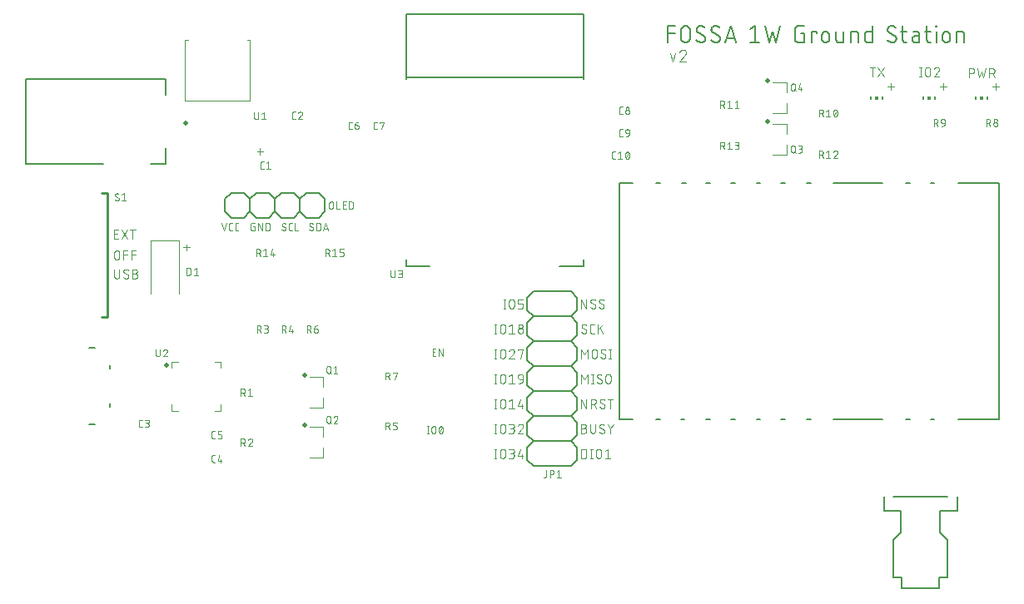
<source format=gbr>
G04 EAGLE Gerber RS-274X export*
G75*
%MOMM*%
%FSLAX34Y34*%
%LPD*%
%INSilkscreen Top*%
%IPPOS*%
%AMOC8*
5,1,8,0,0,1.08239X$1,22.5*%
G01*
%ADD10C,0.076200*%
%ADD11C,0.152400*%
%ADD12C,0.101600*%
%ADD13C,0.120000*%
%ADD14C,0.127000*%
%ADD15C,0.203200*%
%ADD16R,0.150000X0.300000*%
%ADD17R,0.300000X0.300000*%
%ADD18C,0.500000*%
%ADD19C,0.254000*%


D10*
X524891Y190881D02*
X524891Y200279D01*
X530112Y190881D01*
X530112Y200279D01*
X539256Y192969D02*
X539254Y192880D01*
X539248Y192792D01*
X539239Y192704D01*
X539226Y192616D01*
X539209Y192529D01*
X539189Y192443D01*
X539164Y192358D01*
X539137Y192273D01*
X539105Y192190D01*
X539071Y192109D01*
X539032Y192029D01*
X538991Y191951D01*
X538946Y191874D01*
X538898Y191800D01*
X538847Y191727D01*
X538793Y191657D01*
X538735Y191590D01*
X538675Y191524D01*
X538613Y191462D01*
X538547Y191402D01*
X538480Y191344D01*
X538410Y191290D01*
X538337Y191239D01*
X538263Y191191D01*
X538186Y191146D01*
X538108Y191105D01*
X538028Y191066D01*
X537947Y191032D01*
X537864Y191000D01*
X537779Y190973D01*
X537694Y190948D01*
X537608Y190928D01*
X537521Y190911D01*
X537433Y190898D01*
X537345Y190889D01*
X537257Y190883D01*
X537168Y190881D01*
X537039Y190883D01*
X536910Y190889D01*
X536781Y190898D01*
X536653Y190911D01*
X536525Y190928D01*
X536398Y190949D01*
X536271Y190973D01*
X536145Y191001D01*
X536020Y191033D01*
X535896Y191068D01*
X535773Y191107D01*
X535651Y191150D01*
X535531Y191196D01*
X535412Y191246D01*
X535294Y191299D01*
X535178Y191355D01*
X535064Y191415D01*
X534951Y191478D01*
X534841Y191545D01*
X534732Y191614D01*
X534626Y191687D01*
X534521Y191763D01*
X534419Y191842D01*
X534320Y191924D01*
X534222Y192008D01*
X534127Y192096D01*
X534035Y192186D01*
X534296Y198191D02*
X534298Y198280D01*
X534304Y198368D01*
X534313Y198456D01*
X534326Y198544D01*
X534343Y198631D01*
X534363Y198717D01*
X534388Y198802D01*
X534415Y198887D01*
X534447Y198970D01*
X534481Y199051D01*
X534520Y199131D01*
X534561Y199209D01*
X534606Y199286D01*
X534654Y199360D01*
X534705Y199433D01*
X534759Y199503D01*
X534817Y199570D01*
X534877Y199636D01*
X534939Y199698D01*
X535005Y199758D01*
X535072Y199816D01*
X535142Y199870D01*
X535215Y199921D01*
X535289Y199969D01*
X535366Y200014D01*
X535444Y200055D01*
X535524Y200094D01*
X535605Y200128D01*
X535688Y200160D01*
X535773Y200187D01*
X535858Y200212D01*
X535944Y200232D01*
X536031Y200249D01*
X536119Y200262D01*
X536207Y200271D01*
X536295Y200277D01*
X536384Y200279D01*
X536504Y200277D01*
X536624Y200272D01*
X536744Y200262D01*
X536863Y200250D01*
X536982Y200233D01*
X537100Y200213D01*
X537218Y200189D01*
X537334Y200162D01*
X537450Y200131D01*
X537565Y200097D01*
X537679Y200059D01*
X537792Y200017D01*
X537903Y199972D01*
X538013Y199924D01*
X538121Y199873D01*
X538228Y199818D01*
X538333Y199760D01*
X538436Y199698D01*
X538537Y199634D01*
X538637Y199566D01*
X538734Y199496D01*
X535340Y196364D02*
X535262Y196412D01*
X535186Y196464D01*
X535113Y196518D01*
X535042Y196576D01*
X534973Y196637D01*
X534907Y196701D01*
X534844Y196768D01*
X534784Y196837D01*
X534727Y196909D01*
X534673Y196983D01*
X534623Y197060D01*
X534575Y197139D01*
X534532Y197219D01*
X534491Y197302D01*
X534455Y197386D01*
X534422Y197471D01*
X534393Y197558D01*
X534367Y197647D01*
X534345Y197736D01*
X534328Y197826D01*
X534314Y197916D01*
X534304Y198008D01*
X534298Y198099D01*
X534296Y198191D01*
X538212Y194796D02*
X538290Y194748D01*
X538366Y194696D01*
X538439Y194642D01*
X538510Y194584D01*
X538579Y194523D01*
X538645Y194459D01*
X538708Y194392D01*
X538768Y194323D01*
X538825Y194251D01*
X538879Y194177D01*
X538929Y194100D01*
X538977Y194021D01*
X539020Y193941D01*
X539061Y193858D01*
X539097Y193774D01*
X539130Y193689D01*
X539159Y193602D01*
X539185Y193513D01*
X539207Y193424D01*
X539224Y193334D01*
X539238Y193244D01*
X539248Y193152D01*
X539254Y193061D01*
X539256Y192969D01*
X538212Y194797D02*
X535340Y196363D01*
X545702Y190881D02*
X545791Y190883D01*
X545879Y190889D01*
X545967Y190898D01*
X546055Y190911D01*
X546142Y190928D01*
X546228Y190948D01*
X546313Y190973D01*
X546398Y191000D01*
X546481Y191032D01*
X546562Y191066D01*
X546642Y191105D01*
X546720Y191146D01*
X546797Y191191D01*
X546871Y191239D01*
X546944Y191290D01*
X547014Y191344D01*
X547081Y191402D01*
X547147Y191462D01*
X547209Y191524D01*
X547269Y191590D01*
X547327Y191657D01*
X547381Y191727D01*
X547432Y191800D01*
X547480Y191874D01*
X547525Y191951D01*
X547566Y192029D01*
X547605Y192109D01*
X547639Y192190D01*
X547671Y192273D01*
X547698Y192358D01*
X547723Y192443D01*
X547743Y192529D01*
X547760Y192616D01*
X547773Y192704D01*
X547782Y192792D01*
X547788Y192880D01*
X547790Y192969D01*
X545702Y190881D02*
X545573Y190883D01*
X545444Y190889D01*
X545315Y190898D01*
X545187Y190911D01*
X545059Y190928D01*
X544932Y190949D01*
X544805Y190973D01*
X544679Y191001D01*
X544554Y191033D01*
X544430Y191068D01*
X544307Y191107D01*
X544185Y191150D01*
X544065Y191196D01*
X543946Y191246D01*
X543828Y191299D01*
X543712Y191355D01*
X543598Y191415D01*
X543485Y191478D01*
X543375Y191545D01*
X543266Y191614D01*
X543160Y191687D01*
X543055Y191763D01*
X542953Y191842D01*
X542854Y191924D01*
X542756Y192008D01*
X542661Y192096D01*
X542569Y192186D01*
X542831Y198191D02*
X542833Y198280D01*
X542839Y198368D01*
X542848Y198456D01*
X542861Y198544D01*
X542878Y198631D01*
X542898Y198717D01*
X542923Y198802D01*
X542950Y198887D01*
X542982Y198970D01*
X543016Y199051D01*
X543055Y199131D01*
X543096Y199209D01*
X543141Y199286D01*
X543189Y199360D01*
X543240Y199433D01*
X543294Y199503D01*
X543352Y199570D01*
X543412Y199636D01*
X543474Y199698D01*
X543540Y199758D01*
X543607Y199816D01*
X543677Y199870D01*
X543750Y199921D01*
X543824Y199969D01*
X543901Y200014D01*
X543979Y200055D01*
X544059Y200094D01*
X544140Y200128D01*
X544223Y200160D01*
X544308Y200187D01*
X544393Y200212D01*
X544479Y200232D01*
X544566Y200249D01*
X544654Y200262D01*
X544742Y200271D01*
X544830Y200277D01*
X544919Y200279D01*
X545039Y200277D01*
X545159Y200272D01*
X545279Y200262D01*
X545398Y200250D01*
X545517Y200233D01*
X545635Y200213D01*
X545753Y200189D01*
X545869Y200162D01*
X545985Y200131D01*
X546100Y200097D01*
X546214Y200059D01*
X546327Y200017D01*
X546438Y199972D01*
X546548Y199924D01*
X546656Y199873D01*
X546763Y199818D01*
X546868Y199760D01*
X546971Y199698D01*
X547072Y199634D01*
X547172Y199566D01*
X547269Y199496D01*
X543874Y196364D02*
X543796Y196412D01*
X543720Y196464D01*
X543647Y196518D01*
X543576Y196576D01*
X543507Y196637D01*
X543441Y196701D01*
X543378Y196768D01*
X543318Y196837D01*
X543261Y196909D01*
X543207Y196983D01*
X543157Y197060D01*
X543109Y197139D01*
X543066Y197219D01*
X543025Y197302D01*
X542989Y197386D01*
X542956Y197471D01*
X542927Y197558D01*
X542901Y197647D01*
X542879Y197736D01*
X542862Y197826D01*
X542848Y197916D01*
X542838Y198008D01*
X542832Y198099D01*
X542830Y198191D01*
X546746Y194796D02*
X546824Y194748D01*
X546900Y194696D01*
X546973Y194642D01*
X547044Y194584D01*
X547113Y194523D01*
X547179Y194459D01*
X547242Y194392D01*
X547302Y194323D01*
X547359Y194251D01*
X547413Y194177D01*
X547463Y194100D01*
X547511Y194021D01*
X547554Y193941D01*
X547595Y193858D01*
X547631Y193774D01*
X547664Y193689D01*
X547693Y193602D01*
X547719Y193513D01*
X547741Y193424D01*
X547758Y193334D01*
X547772Y193244D01*
X547782Y193152D01*
X547788Y193061D01*
X547790Y192969D01*
X546746Y194797D02*
X543875Y196363D01*
X530112Y167569D02*
X530110Y167480D01*
X530104Y167392D01*
X530095Y167304D01*
X530082Y167216D01*
X530065Y167129D01*
X530045Y167043D01*
X530020Y166958D01*
X529993Y166873D01*
X529961Y166790D01*
X529927Y166709D01*
X529888Y166629D01*
X529847Y166551D01*
X529802Y166474D01*
X529754Y166400D01*
X529703Y166327D01*
X529649Y166257D01*
X529591Y166190D01*
X529531Y166124D01*
X529469Y166062D01*
X529403Y166002D01*
X529336Y165944D01*
X529266Y165890D01*
X529193Y165839D01*
X529119Y165791D01*
X529042Y165746D01*
X528964Y165705D01*
X528884Y165666D01*
X528803Y165632D01*
X528720Y165600D01*
X528635Y165573D01*
X528550Y165548D01*
X528464Y165528D01*
X528377Y165511D01*
X528289Y165498D01*
X528201Y165489D01*
X528113Y165483D01*
X528024Y165481D01*
X527895Y165483D01*
X527766Y165489D01*
X527637Y165498D01*
X527509Y165511D01*
X527381Y165528D01*
X527254Y165549D01*
X527127Y165573D01*
X527001Y165601D01*
X526876Y165633D01*
X526752Y165668D01*
X526629Y165707D01*
X526507Y165750D01*
X526387Y165796D01*
X526268Y165846D01*
X526150Y165899D01*
X526034Y165955D01*
X525920Y166015D01*
X525807Y166078D01*
X525697Y166145D01*
X525588Y166214D01*
X525482Y166287D01*
X525377Y166363D01*
X525275Y166442D01*
X525176Y166524D01*
X525078Y166608D01*
X524983Y166696D01*
X524891Y166786D01*
X525152Y172791D02*
X525154Y172880D01*
X525160Y172968D01*
X525169Y173056D01*
X525182Y173144D01*
X525199Y173231D01*
X525219Y173317D01*
X525244Y173402D01*
X525271Y173487D01*
X525303Y173570D01*
X525337Y173651D01*
X525376Y173731D01*
X525417Y173809D01*
X525462Y173886D01*
X525510Y173960D01*
X525561Y174033D01*
X525615Y174103D01*
X525673Y174170D01*
X525733Y174236D01*
X525795Y174298D01*
X525861Y174358D01*
X525928Y174416D01*
X525998Y174470D01*
X526071Y174521D01*
X526145Y174569D01*
X526222Y174614D01*
X526300Y174655D01*
X526380Y174694D01*
X526461Y174728D01*
X526544Y174760D01*
X526629Y174787D01*
X526714Y174812D01*
X526800Y174832D01*
X526887Y174849D01*
X526975Y174862D01*
X527063Y174871D01*
X527151Y174877D01*
X527240Y174879D01*
X527360Y174877D01*
X527480Y174872D01*
X527600Y174862D01*
X527719Y174850D01*
X527838Y174833D01*
X527956Y174813D01*
X528074Y174789D01*
X528190Y174762D01*
X528306Y174731D01*
X528421Y174697D01*
X528535Y174659D01*
X528648Y174617D01*
X528759Y174572D01*
X528869Y174524D01*
X528977Y174473D01*
X529084Y174418D01*
X529189Y174360D01*
X529292Y174298D01*
X529393Y174234D01*
X529493Y174166D01*
X529590Y174096D01*
X526196Y170964D02*
X526118Y171012D01*
X526042Y171064D01*
X525969Y171118D01*
X525898Y171176D01*
X525829Y171237D01*
X525763Y171301D01*
X525700Y171368D01*
X525640Y171437D01*
X525583Y171509D01*
X525529Y171583D01*
X525479Y171660D01*
X525431Y171739D01*
X525388Y171819D01*
X525347Y171902D01*
X525311Y171986D01*
X525278Y172071D01*
X525249Y172158D01*
X525223Y172247D01*
X525201Y172336D01*
X525184Y172426D01*
X525170Y172516D01*
X525160Y172608D01*
X525154Y172699D01*
X525152Y172791D01*
X529068Y169396D02*
X529146Y169348D01*
X529222Y169296D01*
X529295Y169242D01*
X529366Y169184D01*
X529435Y169123D01*
X529501Y169059D01*
X529564Y168992D01*
X529624Y168923D01*
X529681Y168851D01*
X529735Y168777D01*
X529785Y168700D01*
X529833Y168621D01*
X529876Y168541D01*
X529917Y168458D01*
X529953Y168374D01*
X529986Y168289D01*
X530015Y168202D01*
X530041Y168113D01*
X530063Y168024D01*
X530080Y167934D01*
X530094Y167844D01*
X530104Y167752D01*
X530110Y167661D01*
X530112Y167569D01*
X529068Y169397D02*
X526196Y170963D01*
X535793Y165481D02*
X537881Y165481D01*
X535793Y165481D02*
X535704Y165483D01*
X535616Y165489D01*
X535528Y165498D01*
X535440Y165511D01*
X535353Y165528D01*
X535267Y165548D01*
X535182Y165573D01*
X535097Y165600D01*
X535014Y165632D01*
X534933Y165666D01*
X534853Y165705D01*
X534775Y165746D01*
X534698Y165791D01*
X534624Y165839D01*
X534551Y165890D01*
X534481Y165944D01*
X534414Y166002D01*
X534348Y166062D01*
X534286Y166124D01*
X534226Y166190D01*
X534168Y166257D01*
X534114Y166327D01*
X534063Y166400D01*
X534015Y166474D01*
X533970Y166551D01*
X533929Y166629D01*
X533890Y166709D01*
X533856Y166790D01*
X533824Y166873D01*
X533797Y166958D01*
X533772Y167043D01*
X533752Y167129D01*
X533735Y167216D01*
X533722Y167304D01*
X533713Y167392D01*
X533707Y167480D01*
X533705Y167569D01*
X533704Y167569D02*
X533704Y172791D01*
X533705Y172791D02*
X533707Y172882D01*
X533713Y172973D01*
X533723Y173064D01*
X533737Y173154D01*
X533754Y173243D01*
X533776Y173331D01*
X533802Y173419D01*
X533831Y173505D01*
X533864Y173590D01*
X533901Y173673D01*
X533941Y173755D01*
X533985Y173835D01*
X534032Y173913D01*
X534083Y173989D01*
X534136Y174062D01*
X534193Y174133D01*
X534254Y174202D01*
X534317Y174267D01*
X534382Y174330D01*
X534451Y174390D01*
X534522Y174448D01*
X534595Y174501D01*
X534671Y174552D01*
X534749Y174599D01*
X534829Y174643D01*
X534911Y174683D01*
X534994Y174720D01*
X535079Y174753D01*
X535165Y174782D01*
X535253Y174808D01*
X535341Y174830D01*
X535430Y174847D01*
X535520Y174861D01*
X535611Y174871D01*
X535702Y174877D01*
X535793Y174879D01*
X537881Y174879D01*
X541786Y174879D02*
X541786Y165481D01*
X541786Y169136D02*
X547007Y174879D01*
X543875Y171224D02*
X547007Y165481D01*
X524891Y149479D02*
X524891Y140081D01*
X528024Y144258D02*
X524891Y149479D01*
X528024Y144258D02*
X531156Y149479D01*
X531156Y140081D01*
X535471Y142692D02*
X535471Y146868D01*
X535473Y146969D01*
X535479Y147070D01*
X535489Y147171D01*
X535502Y147271D01*
X535520Y147371D01*
X535541Y147470D01*
X535567Y147568D01*
X535596Y147665D01*
X535628Y147761D01*
X535665Y147855D01*
X535705Y147948D01*
X535749Y148040D01*
X535796Y148129D01*
X535847Y148217D01*
X535901Y148303D01*
X535958Y148386D01*
X536018Y148468D01*
X536082Y148546D01*
X536148Y148623D01*
X536218Y148696D01*
X536290Y148767D01*
X536365Y148835D01*
X536443Y148900D01*
X536523Y148962D01*
X536605Y149021D01*
X536690Y149077D01*
X536777Y149129D01*
X536865Y149178D01*
X536956Y149224D01*
X537048Y149265D01*
X537142Y149304D01*
X537237Y149338D01*
X537333Y149369D01*
X537431Y149396D01*
X537529Y149420D01*
X537629Y149439D01*
X537729Y149455D01*
X537829Y149467D01*
X537930Y149475D01*
X538031Y149479D01*
X538133Y149479D01*
X538234Y149475D01*
X538335Y149467D01*
X538435Y149455D01*
X538535Y149439D01*
X538635Y149420D01*
X538733Y149396D01*
X538831Y149369D01*
X538927Y149338D01*
X539022Y149304D01*
X539116Y149265D01*
X539208Y149224D01*
X539299Y149178D01*
X539388Y149129D01*
X539474Y149077D01*
X539559Y149021D01*
X539641Y148962D01*
X539721Y148900D01*
X539799Y148835D01*
X539874Y148767D01*
X539946Y148696D01*
X540016Y148623D01*
X540082Y148546D01*
X540146Y148468D01*
X540206Y148386D01*
X540263Y148303D01*
X540317Y148217D01*
X540368Y148129D01*
X540415Y148040D01*
X540459Y147948D01*
X540499Y147855D01*
X540536Y147761D01*
X540568Y147665D01*
X540597Y147568D01*
X540623Y147470D01*
X540644Y147371D01*
X540662Y147271D01*
X540675Y147171D01*
X540685Y147070D01*
X540691Y146969D01*
X540693Y146868D01*
X540693Y142692D01*
X540691Y142591D01*
X540685Y142490D01*
X540675Y142389D01*
X540662Y142289D01*
X540644Y142189D01*
X540623Y142090D01*
X540597Y141992D01*
X540568Y141895D01*
X540536Y141799D01*
X540499Y141705D01*
X540459Y141612D01*
X540415Y141520D01*
X540368Y141431D01*
X540317Y141343D01*
X540263Y141257D01*
X540206Y141174D01*
X540146Y141092D01*
X540082Y141014D01*
X540016Y140937D01*
X539946Y140864D01*
X539874Y140793D01*
X539799Y140725D01*
X539721Y140660D01*
X539641Y140598D01*
X539559Y140539D01*
X539474Y140483D01*
X539388Y140431D01*
X539299Y140382D01*
X539208Y140336D01*
X539116Y140295D01*
X539022Y140256D01*
X538927Y140222D01*
X538831Y140191D01*
X538733Y140164D01*
X538635Y140140D01*
X538535Y140121D01*
X538435Y140105D01*
X538335Y140093D01*
X538234Y140085D01*
X538133Y140081D01*
X538031Y140081D01*
X537930Y140085D01*
X537829Y140093D01*
X537729Y140105D01*
X537629Y140121D01*
X537529Y140140D01*
X537431Y140164D01*
X537333Y140191D01*
X537237Y140222D01*
X537142Y140256D01*
X537048Y140295D01*
X536956Y140336D01*
X536865Y140382D01*
X536777Y140431D01*
X536690Y140483D01*
X536605Y140539D01*
X536523Y140598D01*
X536443Y140660D01*
X536365Y140725D01*
X536290Y140793D01*
X536218Y140864D01*
X536148Y140937D01*
X536082Y141014D01*
X536018Y141092D01*
X535958Y141174D01*
X535901Y141257D01*
X535847Y141343D01*
X535796Y141431D01*
X535749Y141520D01*
X535705Y141612D01*
X535665Y141705D01*
X535628Y141799D01*
X535596Y141895D01*
X535567Y141992D01*
X535541Y142090D01*
X535520Y142189D01*
X535502Y142289D01*
X535489Y142389D01*
X535479Y142490D01*
X535473Y142591D01*
X535471Y142692D01*
X547443Y140081D02*
X547532Y140083D01*
X547620Y140089D01*
X547708Y140098D01*
X547796Y140111D01*
X547883Y140128D01*
X547969Y140148D01*
X548054Y140173D01*
X548139Y140200D01*
X548222Y140232D01*
X548303Y140266D01*
X548383Y140305D01*
X548461Y140346D01*
X548538Y140391D01*
X548612Y140439D01*
X548685Y140490D01*
X548755Y140544D01*
X548822Y140602D01*
X548888Y140662D01*
X548950Y140724D01*
X549010Y140790D01*
X549068Y140857D01*
X549122Y140927D01*
X549173Y141000D01*
X549221Y141074D01*
X549266Y141151D01*
X549307Y141229D01*
X549346Y141309D01*
X549380Y141390D01*
X549412Y141473D01*
X549439Y141558D01*
X549464Y141643D01*
X549484Y141729D01*
X549501Y141816D01*
X549514Y141904D01*
X549523Y141992D01*
X549529Y142080D01*
X549531Y142169D01*
X547443Y140081D02*
X547314Y140083D01*
X547185Y140089D01*
X547056Y140098D01*
X546928Y140111D01*
X546800Y140128D01*
X546673Y140149D01*
X546546Y140173D01*
X546420Y140201D01*
X546295Y140233D01*
X546171Y140268D01*
X546048Y140307D01*
X545926Y140350D01*
X545806Y140396D01*
X545687Y140446D01*
X545569Y140499D01*
X545453Y140555D01*
X545339Y140615D01*
X545226Y140678D01*
X545116Y140745D01*
X545007Y140814D01*
X544901Y140887D01*
X544796Y140963D01*
X544694Y141042D01*
X544595Y141124D01*
X544497Y141208D01*
X544402Y141296D01*
X544310Y141386D01*
X544572Y147391D02*
X544574Y147480D01*
X544580Y147568D01*
X544589Y147656D01*
X544602Y147744D01*
X544619Y147831D01*
X544639Y147917D01*
X544664Y148002D01*
X544691Y148087D01*
X544723Y148170D01*
X544757Y148251D01*
X544796Y148331D01*
X544837Y148409D01*
X544882Y148486D01*
X544930Y148560D01*
X544981Y148633D01*
X545035Y148703D01*
X545093Y148770D01*
X545153Y148836D01*
X545215Y148898D01*
X545281Y148958D01*
X545348Y149016D01*
X545418Y149070D01*
X545491Y149121D01*
X545565Y149169D01*
X545642Y149214D01*
X545720Y149255D01*
X545800Y149294D01*
X545881Y149328D01*
X545964Y149360D01*
X546049Y149387D01*
X546134Y149412D01*
X546220Y149432D01*
X546307Y149449D01*
X546395Y149462D01*
X546483Y149471D01*
X546571Y149477D01*
X546660Y149479D01*
X546780Y149477D01*
X546900Y149472D01*
X547020Y149462D01*
X547139Y149450D01*
X547258Y149433D01*
X547376Y149413D01*
X547494Y149389D01*
X547610Y149362D01*
X547726Y149331D01*
X547841Y149297D01*
X547955Y149259D01*
X548068Y149217D01*
X548179Y149172D01*
X548289Y149124D01*
X548397Y149073D01*
X548504Y149018D01*
X548609Y148960D01*
X548712Y148898D01*
X548813Y148834D01*
X548913Y148766D01*
X549010Y148696D01*
X545616Y145564D02*
X545538Y145612D01*
X545462Y145664D01*
X545389Y145718D01*
X545318Y145776D01*
X545249Y145837D01*
X545183Y145901D01*
X545120Y145968D01*
X545060Y146037D01*
X545003Y146109D01*
X544949Y146183D01*
X544899Y146260D01*
X544851Y146339D01*
X544808Y146419D01*
X544767Y146502D01*
X544731Y146586D01*
X544698Y146671D01*
X544669Y146758D01*
X544643Y146847D01*
X544621Y146936D01*
X544604Y147026D01*
X544590Y147116D01*
X544580Y147208D01*
X544574Y147299D01*
X544572Y147391D01*
X548488Y143996D02*
X548566Y143948D01*
X548642Y143896D01*
X548715Y143842D01*
X548786Y143784D01*
X548855Y143723D01*
X548921Y143659D01*
X548984Y143592D01*
X549044Y143523D01*
X549101Y143451D01*
X549155Y143377D01*
X549205Y143300D01*
X549253Y143221D01*
X549296Y143141D01*
X549337Y143058D01*
X549373Y142974D01*
X549406Y142889D01*
X549435Y142802D01*
X549461Y142713D01*
X549483Y142624D01*
X549500Y142534D01*
X549514Y142444D01*
X549524Y142352D01*
X549530Y142261D01*
X549532Y142169D01*
X548488Y143997D02*
X545616Y145563D01*
X553932Y149479D02*
X553932Y140081D01*
X554976Y140081D02*
X552887Y140081D01*
X552887Y149479D02*
X554976Y149479D01*
X524891Y124079D02*
X524891Y114681D01*
X528024Y118858D02*
X524891Y124079D01*
X528024Y118858D02*
X531156Y124079D01*
X531156Y114681D01*
X536253Y114681D02*
X536253Y124079D01*
X535209Y114681D02*
X537297Y114681D01*
X537297Y124079D02*
X535209Y124079D01*
X543786Y114681D02*
X543875Y114683D01*
X543963Y114689D01*
X544051Y114698D01*
X544139Y114711D01*
X544226Y114728D01*
X544312Y114748D01*
X544397Y114773D01*
X544482Y114800D01*
X544565Y114832D01*
X544646Y114866D01*
X544726Y114905D01*
X544804Y114946D01*
X544881Y114991D01*
X544955Y115039D01*
X545028Y115090D01*
X545098Y115144D01*
X545165Y115202D01*
X545231Y115262D01*
X545293Y115324D01*
X545353Y115390D01*
X545411Y115457D01*
X545465Y115527D01*
X545516Y115600D01*
X545564Y115674D01*
X545609Y115751D01*
X545650Y115829D01*
X545689Y115909D01*
X545723Y115990D01*
X545755Y116073D01*
X545782Y116158D01*
X545807Y116243D01*
X545827Y116329D01*
X545844Y116416D01*
X545857Y116504D01*
X545866Y116592D01*
X545872Y116680D01*
X545874Y116769D01*
X543786Y114681D02*
X543657Y114683D01*
X543528Y114689D01*
X543399Y114698D01*
X543271Y114711D01*
X543143Y114728D01*
X543016Y114749D01*
X542889Y114773D01*
X542763Y114801D01*
X542638Y114833D01*
X542514Y114868D01*
X542391Y114907D01*
X542269Y114950D01*
X542149Y114996D01*
X542030Y115046D01*
X541912Y115099D01*
X541796Y115155D01*
X541682Y115215D01*
X541569Y115278D01*
X541459Y115345D01*
X541350Y115414D01*
X541244Y115487D01*
X541139Y115563D01*
X541037Y115642D01*
X540938Y115724D01*
X540840Y115808D01*
X540745Y115896D01*
X540653Y115986D01*
X540915Y121991D02*
X540917Y122080D01*
X540923Y122168D01*
X540932Y122256D01*
X540945Y122344D01*
X540962Y122431D01*
X540982Y122517D01*
X541007Y122602D01*
X541034Y122687D01*
X541066Y122770D01*
X541100Y122851D01*
X541139Y122931D01*
X541180Y123009D01*
X541225Y123086D01*
X541273Y123160D01*
X541324Y123233D01*
X541378Y123303D01*
X541436Y123370D01*
X541496Y123436D01*
X541558Y123498D01*
X541624Y123558D01*
X541691Y123616D01*
X541761Y123670D01*
X541834Y123721D01*
X541908Y123769D01*
X541985Y123814D01*
X542063Y123855D01*
X542143Y123894D01*
X542224Y123928D01*
X542307Y123960D01*
X542392Y123987D01*
X542477Y124012D01*
X542563Y124032D01*
X542650Y124049D01*
X542738Y124062D01*
X542826Y124071D01*
X542914Y124077D01*
X543003Y124079D01*
X543002Y124079D02*
X543122Y124077D01*
X543242Y124072D01*
X543362Y124062D01*
X543481Y124050D01*
X543600Y124033D01*
X543718Y124013D01*
X543836Y123989D01*
X543952Y123962D01*
X544068Y123931D01*
X544183Y123897D01*
X544297Y123859D01*
X544410Y123817D01*
X544521Y123772D01*
X544631Y123724D01*
X544739Y123673D01*
X544846Y123618D01*
X544951Y123560D01*
X545054Y123498D01*
X545155Y123434D01*
X545255Y123366D01*
X545352Y123296D01*
X541958Y120164D02*
X541880Y120212D01*
X541804Y120264D01*
X541731Y120318D01*
X541660Y120376D01*
X541591Y120437D01*
X541525Y120501D01*
X541462Y120568D01*
X541402Y120637D01*
X541345Y120709D01*
X541291Y120783D01*
X541241Y120860D01*
X541193Y120939D01*
X541150Y121019D01*
X541109Y121102D01*
X541073Y121186D01*
X541040Y121271D01*
X541011Y121358D01*
X540985Y121447D01*
X540963Y121536D01*
X540946Y121626D01*
X540932Y121716D01*
X540922Y121808D01*
X540916Y121899D01*
X540914Y121991D01*
X544830Y118596D02*
X544908Y118548D01*
X544984Y118496D01*
X545057Y118442D01*
X545128Y118384D01*
X545197Y118323D01*
X545263Y118259D01*
X545326Y118192D01*
X545386Y118123D01*
X545443Y118051D01*
X545497Y117977D01*
X545547Y117900D01*
X545595Y117821D01*
X545638Y117741D01*
X545679Y117658D01*
X545715Y117574D01*
X545748Y117489D01*
X545777Y117402D01*
X545803Y117313D01*
X545825Y117224D01*
X545842Y117134D01*
X545856Y117044D01*
X545866Y116952D01*
X545872Y116861D01*
X545874Y116769D01*
X544830Y118597D02*
X541958Y120163D01*
X549492Y121468D02*
X549492Y117292D01*
X549492Y121468D02*
X549494Y121569D01*
X549500Y121670D01*
X549510Y121771D01*
X549523Y121871D01*
X549541Y121971D01*
X549562Y122070D01*
X549588Y122168D01*
X549617Y122265D01*
X549649Y122361D01*
X549686Y122455D01*
X549726Y122548D01*
X549770Y122640D01*
X549817Y122729D01*
X549868Y122817D01*
X549922Y122903D01*
X549979Y122986D01*
X550039Y123068D01*
X550103Y123146D01*
X550169Y123223D01*
X550239Y123296D01*
X550311Y123367D01*
X550386Y123435D01*
X550464Y123500D01*
X550544Y123562D01*
X550626Y123621D01*
X550711Y123677D01*
X550798Y123729D01*
X550886Y123778D01*
X550977Y123824D01*
X551069Y123865D01*
X551163Y123904D01*
X551258Y123938D01*
X551354Y123969D01*
X551452Y123996D01*
X551550Y124020D01*
X551650Y124039D01*
X551750Y124055D01*
X551850Y124067D01*
X551951Y124075D01*
X552052Y124079D01*
X552154Y124079D01*
X552255Y124075D01*
X552356Y124067D01*
X552456Y124055D01*
X552556Y124039D01*
X552656Y124020D01*
X552754Y123996D01*
X552852Y123969D01*
X552948Y123938D01*
X553043Y123904D01*
X553137Y123865D01*
X553229Y123824D01*
X553320Y123778D01*
X553409Y123729D01*
X553495Y123677D01*
X553580Y123621D01*
X553662Y123562D01*
X553742Y123500D01*
X553820Y123435D01*
X553895Y123367D01*
X553967Y123296D01*
X554037Y123223D01*
X554103Y123146D01*
X554167Y123068D01*
X554227Y122986D01*
X554284Y122903D01*
X554338Y122817D01*
X554389Y122729D01*
X554436Y122640D01*
X554480Y122548D01*
X554520Y122455D01*
X554557Y122361D01*
X554589Y122265D01*
X554618Y122168D01*
X554644Y122070D01*
X554665Y121971D01*
X554683Y121871D01*
X554696Y121771D01*
X554706Y121670D01*
X554712Y121569D01*
X554714Y121468D01*
X554713Y121468D02*
X554713Y117292D01*
X554714Y117292D02*
X554712Y117191D01*
X554706Y117090D01*
X554696Y116989D01*
X554683Y116889D01*
X554665Y116789D01*
X554644Y116690D01*
X554618Y116592D01*
X554589Y116495D01*
X554557Y116399D01*
X554520Y116305D01*
X554480Y116212D01*
X554436Y116120D01*
X554389Y116031D01*
X554338Y115943D01*
X554284Y115857D01*
X554227Y115774D01*
X554167Y115692D01*
X554103Y115614D01*
X554037Y115537D01*
X553967Y115464D01*
X553895Y115393D01*
X553820Y115325D01*
X553742Y115260D01*
X553662Y115198D01*
X553580Y115139D01*
X553495Y115083D01*
X553409Y115031D01*
X553320Y114982D01*
X553229Y114936D01*
X553137Y114895D01*
X553043Y114856D01*
X552948Y114822D01*
X552852Y114791D01*
X552754Y114764D01*
X552656Y114740D01*
X552556Y114721D01*
X552456Y114705D01*
X552356Y114693D01*
X552255Y114685D01*
X552154Y114681D01*
X552052Y114681D01*
X551951Y114685D01*
X551850Y114693D01*
X551750Y114705D01*
X551650Y114721D01*
X551550Y114740D01*
X551452Y114764D01*
X551354Y114791D01*
X551258Y114822D01*
X551163Y114856D01*
X551069Y114895D01*
X550977Y114936D01*
X550886Y114982D01*
X550798Y115031D01*
X550711Y115083D01*
X550626Y115139D01*
X550544Y115198D01*
X550464Y115260D01*
X550386Y115325D01*
X550311Y115393D01*
X550239Y115464D01*
X550169Y115537D01*
X550103Y115614D01*
X550039Y115692D01*
X549979Y115774D01*
X549922Y115857D01*
X549868Y115943D01*
X549817Y116031D01*
X549770Y116120D01*
X549726Y116212D01*
X549686Y116305D01*
X549649Y116399D01*
X549617Y116495D01*
X549588Y116592D01*
X549562Y116690D01*
X549541Y116789D01*
X549523Y116889D01*
X549510Y116989D01*
X549500Y117090D01*
X549494Y117191D01*
X549492Y117292D01*
X524891Y98679D02*
X524891Y89281D01*
X530112Y89281D02*
X524891Y98679D01*
X530112Y98679D02*
X530112Y89281D01*
X534702Y89281D02*
X534702Y98679D01*
X537312Y98679D01*
X537413Y98677D01*
X537514Y98671D01*
X537615Y98661D01*
X537715Y98648D01*
X537815Y98630D01*
X537914Y98609D01*
X538012Y98583D01*
X538109Y98554D01*
X538205Y98522D01*
X538299Y98485D01*
X538392Y98445D01*
X538484Y98401D01*
X538573Y98354D01*
X538661Y98303D01*
X538747Y98249D01*
X538830Y98192D01*
X538912Y98132D01*
X538990Y98068D01*
X539067Y98002D01*
X539140Y97932D01*
X539211Y97860D01*
X539279Y97785D01*
X539344Y97707D01*
X539406Y97627D01*
X539465Y97545D01*
X539521Y97460D01*
X539573Y97373D01*
X539622Y97285D01*
X539668Y97194D01*
X539709Y97102D01*
X539748Y97008D01*
X539782Y96913D01*
X539813Y96817D01*
X539840Y96719D01*
X539864Y96621D01*
X539883Y96521D01*
X539899Y96421D01*
X539911Y96321D01*
X539919Y96220D01*
X539923Y96119D01*
X539923Y96017D01*
X539919Y95916D01*
X539911Y95815D01*
X539899Y95715D01*
X539883Y95615D01*
X539864Y95515D01*
X539840Y95417D01*
X539813Y95319D01*
X539782Y95223D01*
X539748Y95128D01*
X539709Y95034D01*
X539668Y94942D01*
X539622Y94851D01*
X539573Y94762D01*
X539521Y94676D01*
X539465Y94591D01*
X539406Y94509D01*
X539344Y94429D01*
X539279Y94351D01*
X539211Y94276D01*
X539140Y94204D01*
X539067Y94134D01*
X538990Y94068D01*
X538912Y94004D01*
X538830Y93944D01*
X538747Y93887D01*
X538661Y93833D01*
X538573Y93782D01*
X538484Y93735D01*
X538392Y93691D01*
X538299Y93651D01*
X538205Y93614D01*
X538109Y93582D01*
X538012Y93553D01*
X537914Y93527D01*
X537815Y93506D01*
X537715Y93488D01*
X537615Y93475D01*
X537514Y93465D01*
X537413Y93459D01*
X537312Y93457D01*
X537312Y93458D02*
X534702Y93458D01*
X537834Y93458D02*
X539923Y89281D01*
X546616Y89281D02*
X546705Y89283D01*
X546793Y89289D01*
X546881Y89298D01*
X546969Y89311D01*
X547056Y89328D01*
X547142Y89348D01*
X547227Y89373D01*
X547312Y89400D01*
X547395Y89432D01*
X547476Y89466D01*
X547556Y89505D01*
X547634Y89546D01*
X547711Y89591D01*
X547785Y89639D01*
X547858Y89690D01*
X547928Y89744D01*
X547995Y89802D01*
X548061Y89862D01*
X548123Y89924D01*
X548183Y89990D01*
X548241Y90057D01*
X548295Y90127D01*
X548346Y90200D01*
X548394Y90274D01*
X548439Y90351D01*
X548480Y90429D01*
X548519Y90509D01*
X548553Y90590D01*
X548585Y90673D01*
X548612Y90758D01*
X548637Y90843D01*
X548657Y90929D01*
X548674Y91016D01*
X548687Y91104D01*
X548696Y91192D01*
X548702Y91280D01*
X548704Y91369D01*
X546616Y89281D02*
X546487Y89283D01*
X546358Y89289D01*
X546229Y89298D01*
X546101Y89311D01*
X545973Y89328D01*
X545846Y89349D01*
X545719Y89373D01*
X545593Y89401D01*
X545468Y89433D01*
X545344Y89468D01*
X545221Y89507D01*
X545099Y89550D01*
X544979Y89596D01*
X544860Y89646D01*
X544742Y89699D01*
X544626Y89755D01*
X544512Y89815D01*
X544399Y89878D01*
X544289Y89945D01*
X544180Y90014D01*
X544074Y90087D01*
X543969Y90163D01*
X543867Y90242D01*
X543768Y90324D01*
X543670Y90408D01*
X543575Y90496D01*
X543483Y90586D01*
X543745Y96591D02*
X543747Y96680D01*
X543753Y96768D01*
X543762Y96856D01*
X543775Y96944D01*
X543792Y97031D01*
X543812Y97117D01*
X543837Y97202D01*
X543864Y97287D01*
X543896Y97370D01*
X543930Y97451D01*
X543969Y97531D01*
X544010Y97609D01*
X544055Y97686D01*
X544103Y97760D01*
X544154Y97833D01*
X544208Y97903D01*
X544266Y97970D01*
X544326Y98036D01*
X544388Y98098D01*
X544454Y98158D01*
X544521Y98216D01*
X544591Y98270D01*
X544664Y98321D01*
X544738Y98369D01*
X544815Y98414D01*
X544893Y98455D01*
X544973Y98494D01*
X545054Y98528D01*
X545137Y98560D01*
X545222Y98587D01*
X545307Y98612D01*
X545393Y98632D01*
X545480Y98649D01*
X545568Y98662D01*
X545656Y98671D01*
X545744Y98677D01*
X545833Y98679D01*
X545953Y98677D01*
X546073Y98672D01*
X546193Y98662D01*
X546312Y98650D01*
X546431Y98633D01*
X546549Y98613D01*
X546667Y98589D01*
X546783Y98562D01*
X546899Y98531D01*
X547014Y98497D01*
X547128Y98459D01*
X547241Y98417D01*
X547352Y98372D01*
X547462Y98324D01*
X547570Y98273D01*
X547677Y98218D01*
X547782Y98160D01*
X547885Y98098D01*
X547986Y98034D01*
X548086Y97966D01*
X548183Y97896D01*
X544789Y94764D02*
X544711Y94812D01*
X544635Y94864D01*
X544562Y94918D01*
X544491Y94976D01*
X544422Y95037D01*
X544356Y95101D01*
X544293Y95168D01*
X544233Y95237D01*
X544176Y95309D01*
X544122Y95383D01*
X544072Y95460D01*
X544024Y95539D01*
X543981Y95619D01*
X543940Y95702D01*
X543904Y95786D01*
X543871Y95871D01*
X543842Y95958D01*
X543816Y96047D01*
X543794Y96136D01*
X543777Y96226D01*
X543763Y96316D01*
X543753Y96408D01*
X543747Y96499D01*
X543745Y96591D01*
X547661Y93196D02*
X547739Y93148D01*
X547815Y93096D01*
X547888Y93042D01*
X547959Y92984D01*
X548028Y92923D01*
X548094Y92859D01*
X548157Y92792D01*
X548217Y92723D01*
X548274Y92651D01*
X548328Y92577D01*
X548378Y92500D01*
X548426Y92421D01*
X548469Y92341D01*
X548510Y92258D01*
X548546Y92174D01*
X548579Y92089D01*
X548608Y92002D01*
X548634Y91913D01*
X548656Y91824D01*
X548673Y91734D01*
X548687Y91644D01*
X548697Y91552D01*
X548703Y91461D01*
X548705Y91369D01*
X547661Y93197D02*
X544789Y94763D01*
X554324Y98679D02*
X554324Y89281D01*
X551713Y98679D02*
X556934Y98679D01*
X527502Y69102D02*
X524891Y69102D01*
X527502Y69103D02*
X527603Y69101D01*
X527704Y69095D01*
X527805Y69085D01*
X527905Y69072D01*
X528005Y69054D01*
X528104Y69033D01*
X528202Y69007D01*
X528299Y68978D01*
X528395Y68946D01*
X528489Y68909D01*
X528582Y68869D01*
X528674Y68825D01*
X528763Y68778D01*
X528851Y68727D01*
X528937Y68673D01*
X529020Y68616D01*
X529102Y68556D01*
X529180Y68492D01*
X529257Y68426D01*
X529330Y68356D01*
X529401Y68284D01*
X529469Y68209D01*
X529534Y68131D01*
X529596Y68051D01*
X529655Y67969D01*
X529711Y67884D01*
X529763Y67797D01*
X529812Y67709D01*
X529858Y67618D01*
X529899Y67526D01*
X529938Y67432D01*
X529972Y67337D01*
X530003Y67241D01*
X530030Y67143D01*
X530054Y67045D01*
X530073Y66945D01*
X530089Y66845D01*
X530101Y66745D01*
X530109Y66644D01*
X530113Y66543D01*
X530113Y66441D01*
X530109Y66340D01*
X530101Y66239D01*
X530089Y66139D01*
X530073Y66039D01*
X530054Y65939D01*
X530030Y65841D01*
X530003Y65743D01*
X529972Y65647D01*
X529938Y65552D01*
X529899Y65458D01*
X529858Y65366D01*
X529812Y65275D01*
X529763Y65186D01*
X529711Y65100D01*
X529655Y65015D01*
X529596Y64933D01*
X529534Y64853D01*
X529469Y64775D01*
X529401Y64700D01*
X529330Y64628D01*
X529257Y64558D01*
X529180Y64492D01*
X529102Y64428D01*
X529020Y64368D01*
X528937Y64311D01*
X528851Y64257D01*
X528763Y64206D01*
X528674Y64159D01*
X528582Y64115D01*
X528489Y64075D01*
X528395Y64038D01*
X528299Y64006D01*
X528202Y63977D01*
X528104Y63951D01*
X528005Y63930D01*
X527905Y63912D01*
X527805Y63899D01*
X527704Y63889D01*
X527603Y63883D01*
X527502Y63881D01*
X524891Y63881D01*
X524891Y73279D01*
X527502Y73279D01*
X527592Y73277D01*
X527681Y73271D01*
X527771Y73262D01*
X527860Y73248D01*
X527948Y73231D01*
X528035Y73210D01*
X528122Y73185D01*
X528207Y73156D01*
X528291Y73124D01*
X528373Y73089D01*
X528454Y73049D01*
X528533Y73007D01*
X528610Y72961D01*
X528685Y72911D01*
X528758Y72859D01*
X528829Y72803D01*
X528897Y72745D01*
X528962Y72683D01*
X529025Y72619D01*
X529085Y72552D01*
X529142Y72483D01*
X529196Y72411D01*
X529247Y72337D01*
X529295Y72261D01*
X529339Y72183D01*
X529380Y72103D01*
X529418Y72021D01*
X529452Y71938D01*
X529482Y71853D01*
X529509Y71767D01*
X529532Y71681D01*
X529551Y71593D01*
X529566Y71504D01*
X529578Y71415D01*
X529586Y71326D01*
X529590Y71236D01*
X529590Y71146D01*
X529586Y71056D01*
X529578Y70967D01*
X529566Y70878D01*
X529551Y70789D01*
X529532Y70701D01*
X529509Y70615D01*
X529482Y70529D01*
X529452Y70444D01*
X529418Y70361D01*
X529380Y70279D01*
X529339Y70199D01*
X529295Y70121D01*
X529247Y70045D01*
X529196Y69971D01*
X529142Y69899D01*
X529085Y69830D01*
X529025Y69763D01*
X528962Y69699D01*
X528897Y69637D01*
X528829Y69579D01*
X528758Y69523D01*
X528685Y69471D01*
X528610Y69421D01*
X528533Y69375D01*
X528454Y69333D01*
X528373Y69293D01*
X528291Y69258D01*
X528207Y69226D01*
X528122Y69197D01*
X528035Y69172D01*
X527948Y69151D01*
X527860Y69134D01*
X527771Y69120D01*
X527681Y69111D01*
X527592Y69105D01*
X527502Y69103D01*
X533904Y66492D02*
X533904Y73279D01*
X533903Y66492D02*
X533905Y66391D01*
X533911Y66290D01*
X533921Y66189D01*
X533934Y66089D01*
X533952Y65989D01*
X533973Y65890D01*
X533999Y65792D01*
X534028Y65695D01*
X534060Y65599D01*
X534097Y65505D01*
X534137Y65412D01*
X534181Y65320D01*
X534228Y65231D01*
X534279Y65143D01*
X534333Y65057D01*
X534390Y64974D01*
X534450Y64892D01*
X534514Y64814D01*
X534580Y64737D01*
X534650Y64664D01*
X534722Y64593D01*
X534797Y64525D01*
X534875Y64460D01*
X534955Y64398D01*
X535037Y64339D01*
X535122Y64283D01*
X535209Y64231D01*
X535297Y64182D01*
X535388Y64136D01*
X535480Y64095D01*
X535574Y64056D01*
X535669Y64022D01*
X535765Y63991D01*
X535863Y63964D01*
X535961Y63940D01*
X536061Y63921D01*
X536161Y63905D01*
X536261Y63893D01*
X536362Y63885D01*
X536463Y63881D01*
X536565Y63881D01*
X536666Y63885D01*
X536767Y63893D01*
X536867Y63905D01*
X536967Y63921D01*
X537067Y63940D01*
X537165Y63964D01*
X537263Y63991D01*
X537359Y64022D01*
X537454Y64056D01*
X537548Y64095D01*
X537640Y64136D01*
X537731Y64182D01*
X537820Y64231D01*
X537906Y64283D01*
X537991Y64339D01*
X538073Y64398D01*
X538153Y64460D01*
X538231Y64525D01*
X538306Y64593D01*
X538378Y64664D01*
X538448Y64737D01*
X538514Y64814D01*
X538578Y64892D01*
X538638Y64974D01*
X538695Y65057D01*
X538749Y65143D01*
X538800Y65231D01*
X538847Y65320D01*
X538891Y65412D01*
X538931Y65505D01*
X538968Y65599D01*
X539000Y65695D01*
X539029Y65792D01*
X539055Y65890D01*
X539076Y65989D01*
X539094Y66089D01*
X539107Y66189D01*
X539117Y66290D01*
X539123Y66391D01*
X539125Y66492D01*
X539125Y73279D01*
X548268Y65969D02*
X548266Y65880D01*
X548260Y65792D01*
X548251Y65704D01*
X548238Y65616D01*
X548221Y65529D01*
X548201Y65443D01*
X548176Y65358D01*
X548149Y65273D01*
X548117Y65190D01*
X548083Y65109D01*
X548044Y65029D01*
X548003Y64951D01*
X547958Y64874D01*
X547910Y64800D01*
X547859Y64727D01*
X547805Y64657D01*
X547747Y64590D01*
X547687Y64524D01*
X547625Y64462D01*
X547559Y64402D01*
X547492Y64344D01*
X547422Y64290D01*
X547349Y64239D01*
X547275Y64191D01*
X547198Y64146D01*
X547120Y64105D01*
X547040Y64066D01*
X546959Y64032D01*
X546876Y64000D01*
X546791Y63973D01*
X546706Y63948D01*
X546620Y63928D01*
X546533Y63911D01*
X546445Y63898D01*
X546357Y63889D01*
X546269Y63883D01*
X546180Y63881D01*
X546051Y63883D01*
X545922Y63889D01*
X545793Y63898D01*
X545665Y63911D01*
X545537Y63928D01*
X545410Y63949D01*
X545283Y63973D01*
X545157Y64001D01*
X545032Y64033D01*
X544908Y64068D01*
X544785Y64107D01*
X544663Y64150D01*
X544543Y64196D01*
X544424Y64246D01*
X544306Y64299D01*
X544190Y64355D01*
X544076Y64415D01*
X543963Y64478D01*
X543853Y64545D01*
X543744Y64614D01*
X543638Y64687D01*
X543533Y64763D01*
X543431Y64842D01*
X543332Y64924D01*
X543234Y65008D01*
X543139Y65096D01*
X543047Y65186D01*
X543309Y71191D02*
X543311Y71280D01*
X543317Y71368D01*
X543326Y71456D01*
X543339Y71544D01*
X543356Y71631D01*
X543376Y71717D01*
X543401Y71802D01*
X543428Y71887D01*
X543460Y71970D01*
X543494Y72051D01*
X543533Y72131D01*
X543574Y72209D01*
X543619Y72286D01*
X543667Y72360D01*
X543718Y72433D01*
X543772Y72503D01*
X543830Y72570D01*
X543890Y72636D01*
X543952Y72698D01*
X544018Y72758D01*
X544085Y72816D01*
X544155Y72870D01*
X544228Y72921D01*
X544302Y72969D01*
X544379Y73014D01*
X544457Y73055D01*
X544537Y73094D01*
X544618Y73128D01*
X544701Y73160D01*
X544786Y73187D01*
X544871Y73212D01*
X544957Y73232D01*
X545044Y73249D01*
X545132Y73262D01*
X545220Y73271D01*
X545308Y73277D01*
X545397Y73279D01*
X545517Y73277D01*
X545637Y73272D01*
X545757Y73262D01*
X545876Y73250D01*
X545995Y73233D01*
X546113Y73213D01*
X546231Y73189D01*
X546347Y73162D01*
X546463Y73131D01*
X546578Y73097D01*
X546692Y73059D01*
X546805Y73017D01*
X546916Y72972D01*
X547026Y72924D01*
X547134Y72873D01*
X547241Y72818D01*
X547346Y72760D01*
X547449Y72698D01*
X547550Y72634D01*
X547650Y72566D01*
X547747Y72496D01*
X544353Y69364D02*
X544275Y69412D01*
X544199Y69464D01*
X544126Y69518D01*
X544055Y69576D01*
X543986Y69637D01*
X543920Y69701D01*
X543857Y69768D01*
X543797Y69837D01*
X543740Y69909D01*
X543686Y69983D01*
X543636Y70060D01*
X543588Y70139D01*
X543545Y70219D01*
X543504Y70302D01*
X543468Y70386D01*
X543435Y70471D01*
X543406Y70558D01*
X543380Y70647D01*
X543358Y70736D01*
X543341Y70826D01*
X543327Y70916D01*
X543317Y71008D01*
X543311Y71099D01*
X543309Y71191D01*
X547225Y67796D02*
X547303Y67748D01*
X547379Y67696D01*
X547452Y67642D01*
X547523Y67584D01*
X547592Y67523D01*
X547658Y67459D01*
X547721Y67392D01*
X547781Y67323D01*
X547838Y67251D01*
X547892Y67177D01*
X547942Y67100D01*
X547990Y67021D01*
X548033Y66941D01*
X548074Y66858D01*
X548110Y66774D01*
X548143Y66689D01*
X548172Y66602D01*
X548198Y66513D01*
X548220Y66424D01*
X548237Y66334D01*
X548251Y66244D01*
X548261Y66152D01*
X548267Y66061D01*
X548269Y65969D01*
X547225Y67797D02*
X544353Y69363D01*
X551365Y73279D02*
X554497Y68841D01*
X557630Y73279D01*
X554497Y68841D02*
X554497Y63881D01*
X524891Y47879D02*
X524891Y38481D01*
X524891Y47879D02*
X527502Y47879D01*
X527602Y47877D01*
X527702Y47871D01*
X527801Y47862D01*
X527901Y47848D01*
X527999Y47831D01*
X528097Y47810D01*
X528194Y47786D01*
X528290Y47757D01*
X528385Y47725D01*
X528478Y47690D01*
X528570Y47651D01*
X528661Y47608D01*
X528749Y47562D01*
X528836Y47512D01*
X528921Y47460D01*
X529004Y47404D01*
X529085Y47345D01*
X529163Y47282D01*
X529239Y47217D01*
X529313Y47149D01*
X529383Y47079D01*
X529451Y47005D01*
X529516Y46929D01*
X529579Y46851D01*
X529638Y46770D01*
X529694Y46687D01*
X529746Y46602D01*
X529796Y46515D01*
X529842Y46427D01*
X529885Y46336D01*
X529924Y46244D01*
X529959Y46151D01*
X529991Y46056D01*
X530020Y45960D01*
X530044Y45863D01*
X530065Y45765D01*
X530082Y45667D01*
X530096Y45567D01*
X530105Y45468D01*
X530111Y45368D01*
X530113Y45268D01*
X530112Y45268D02*
X530112Y41092D01*
X530113Y41092D02*
X530111Y40992D01*
X530105Y40892D01*
X530096Y40793D01*
X530082Y40693D01*
X530065Y40595D01*
X530044Y40497D01*
X530020Y40400D01*
X529991Y40304D01*
X529959Y40209D01*
X529924Y40116D01*
X529885Y40024D01*
X529842Y39933D01*
X529796Y39845D01*
X529746Y39758D01*
X529694Y39673D01*
X529638Y39590D01*
X529579Y39509D01*
X529516Y39431D01*
X529451Y39355D01*
X529383Y39281D01*
X529313Y39211D01*
X529239Y39143D01*
X529163Y39078D01*
X529085Y39015D01*
X529004Y38956D01*
X528921Y38900D01*
X528836Y38848D01*
X528749Y38798D01*
X528661Y38752D01*
X528570Y38709D01*
X528478Y38670D01*
X528385Y38635D01*
X528290Y38603D01*
X528194Y38574D01*
X528097Y38550D01*
X527999Y38529D01*
X527901Y38512D01*
X527801Y38498D01*
X527702Y38489D01*
X527602Y38483D01*
X527502Y38481D01*
X524891Y38481D01*
X535122Y38481D02*
X535122Y47879D01*
X534077Y38481D02*
X536166Y38481D01*
X536166Y47879D02*
X534077Y47879D01*
X539826Y45268D02*
X539826Y41092D01*
X539826Y45268D02*
X539828Y45369D01*
X539834Y45470D01*
X539844Y45571D01*
X539857Y45671D01*
X539875Y45771D01*
X539896Y45870D01*
X539922Y45968D01*
X539951Y46065D01*
X539983Y46161D01*
X540020Y46255D01*
X540060Y46348D01*
X540104Y46440D01*
X540151Y46529D01*
X540202Y46617D01*
X540256Y46703D01*
X540313Y46786D01*
X540373Y46868D01*
X540437Y46946D01*
X540503Y47023D01*
X540573Y47096D01*
X540645Y47167D01*
X540720Y47235D01*
X540798Y47300D01*
X540878Y47362D01*
X540960Y47421D01*
X541045Y47477D01*
X541132Y47529D01*
X541220Y47578D01*
X541311Y47624D01*
X541403Y47665D01*
X541497Y47704D01*
X541592Y47738D01*
X541688Y47769D01*
X541786Y47796D01*
X541884Y47820D01*
X541984Y47839D01*
X542084Y47855D01*
X542184Y47867D01*
X542285Y47875D01*
X542386Y47879D01*
X542488Y47879D01*
X542589Y47875D01*
X542690Y47867D01*
X542790Y47855D01*
X542890Y47839D01*
X542990Y47820D01*
X543088Y47796D01*
X543186Y47769D01*
X543282Y47738D01*
X543377Y47704D01*
X543471Y47665D01*
X543563Y47624D01*
X543654Y47578D01*
X543743Y47529D01*
X543829Y47477D01*
X543914Y47421D01*
X543996Y47362D01*
X544076Y47300D01*
X544154Y47235D01*
X544229Y47167D01*
X544301Y47096D01*
X544371Y47023D01*
X544437Y46946D01*
X544501Y46868D01*
X544561Y46786D01*
X544618Y46703D01*
X544672Y46617D01*
X544723Y46529D01*
X544770Y46440D01*
X544814Y46348D01*
X544854Y46255D01*
X544891Y46161D01*
X544923Y46065D01*
X544952Y45968D01*
X544978Y45870D01*
X544999Y45771D01*
X545017Y45671D01*
X545030Y45571D01*
X545040Y45470D01*
X545046Y45369D01*
X545048Y45268D01*
X545047Y45268D02*
X545047Y41092D01*
X545048Y41092D02*
X545046Y40991D01*
X545040Y40890D01*
X545030Y40789D01*
X545017Y40689D01*
X544999Y40589D01*
X544978Y40490D01*
X544952Y40392D01*
X544923Y40295D01*
X544891Y40199D01*
X544854Y40105D01*
X544814Y40012D01*
X544770Y39920D01*
X544723Y39831D01*
X544672Y39743D01*
X544618Y39657D01*
X544561Y39574D01*
X544501Y39492D01*
X544437Y39414D01*
X544371Y39337D01*
X544301Y39264D01*
X544229Y39193D01*
X544154Y39125D01*
X544076Y39060D01*
X543996Y38998D01*
X543914Y38939D01*
X543829Y38883D01*
X543743Y38831D01*
X543654Y38782D01*
X543563Y38736D01*
X543471Y38695D01*
X543377Y38656D01*
X543282Y38622D01*
X543186Y38591D01*
X543088Y38564D01*
X542990Y38540D01*
X542890Y38521D01*
X542790Y38505D01*
X542690Y38493D01*
X542589Y38485D01*
X542488Y38481D01*
X542386Y38481D01*
X542285Y38485D01*
X542184Y38493D01*
X542084Y38505D01*
X541984Y38521D01*
X541884Y38540D01*
X541786Y38564D01*
X541688Y38591D01*
X541592Y38622D01*
X541497Y38656D01*
X541403Y38695D01*
X541311Y38736D01*
X541220Y38782D01*
X541132Y38831D01*
X541045Y38883D01*
X540960Y38939D01*
X540878Y38998D01*
X540798Y39060D01*
X540720Y39125D01*
X540645Y39193D01*
X540573Y39264D01*
X540503Y39337D01*
X540437Y39414D01*
X540373Y39492D01*
X540313Y39574D01*
X540256Y39657D01*
X540202Y39743D01*
X540151Y39831D01*
X540104Y39920D01*
X540060Y40012D01*
X540020Y40105D01*
X539983Y40199D01*
X539951Y40295D01*
X539922Y40392D01*
X539896Y40490D01*
X539875Y40589D01*
X539857Y40689D01*
X539844Y40789D01*
X539834Y40890D01*
X539828Y40991D01*
X539826Y41092D01*
X548970Y45791D02*
X551581Y47879D01*
X551581Y38481D01*
X554191Y38481D02*
X548970Y38481D01*
X437495Y38481D02*
X437495Y47879D01*
X436451Y38481D02*
X438540Y38481D01*
X438540Y47879D02*
X436451Y47879D01*
X442200Y45268D02*
X442200Y41092D01*
X442200Y45268D02*
X442202Y45369D01*
X442208Y45470D01*
X442218Y45571D01*
X442231Y45671D01*
X442249Y45771D01*
X442270Y45870D01*
X442296Y45968D01*
X442325Y46065D01*
X442357Y46161D01*
X442394Y46255D01*
X442434Y46348D01*
X442478Y46440D01*
X442525Y46529D01*
X442576Y46617D01*
X442630Y46703D01*
X442687Y46786D01*
X442747Y46868D01*
X442811Y46946D01*
X442877Y47023D01*
X442947Y47096D01*
X443019Y47167D01*
X443094Y47235D01*
X443172Y47300D01*
X443252Y47362D01*
X443334Y47421D01*
X443419Y47477D01*
X443506Y47529D01*
X443594Y47578D01*
X443685Y47624D01*
X443777Y47665D01*
X443871Y47704D01*
X443966Y47738D01*
X444062Y47769D01*
X444160Y47796D01*
X444258Y47820D01*
X444358Y47839D01*
X444458Y47855D01*
X444558Y47867D01*
X444659Y47875D01*
X444760Y47879D01*
X444862Y47879D01*
X444963Y47875D01*
X445064Y47867D01*
X445164Y47855D01*
X445264Y47839D01*
X445364Y47820D01*
X445462Y47796D01*
X445560Y47769D01*
X445656Y47738D01*
X445751Y47704D01*
X445845Y47665D01*
X445937Y47624D01*
X446028Y47578D01*
X446117Y47529D01*
X446203Y47477D01*
X446288Y47421D01*
X446370Y47362D01*
X446450Y47300D01*
X446528Y47235D01*
X446603Y47167D01*
X446675Y47096D01*
X446745Y47023D01*
X446811Y46946D01*
X446875Y46868D01*
X446935Y46786D01*
X446992Y46703D01*
X447046Y46617D01*
X447097Y46529D01*
X447144Y46440D01*
X447188Y46348D01*
X447228Y46255D01*
X447265Y46161D01*
X447297Y46065D01*
X447326Y45968D01*
X447352Y45870D01*
X447373Y45771D01*
X447391Y45671D01*
X447404Y45571D01*
X447414Y45470D01*
X447420Y45369D01*
X447422Y45268D01*
X447421Y45268D02*
X447421Y41092D01*
X447422Y41092D02*
X447420Y40991D01*
X447414Y40890D01*
X447404Y40789D01*
X447391Y40689D01*
X447373Y40589D01*
X447352Y40490D01*
X447326Y40392D01*
X447297Y40295D01*
X447265Y40199D01*
X447228Y40105D01*
X447188Y40012D01*
X447144Y39920D01*
X447097Y39831D01*
X447046Y39743D01*
X446992Y39657D01*
X446935Y39574D01*
X446875Y39492D01*
X446811Y39414D01*
X446745Y39337D01*
X446675Y39264D01*
X446603Y39193D01*
X446528Y39125D01*
X446450Y39060D01*
X446370Y38998D01*
X446288Y38939D01*
X446203Y38883D01*
X446116Y38831D01*
X446028Y38782D01*
X445937Y38736D01*
X445845Y38695D01*
X445751Y38656D01*
X445656Y38622D01*
X445560Y38591D01*
X445462Y38564D01*
X445364Y38540D01*
X445264Y38521D01*
X445164Y38505D01*
X445064Y38493D01*
X444963Y38485D01*
X444862Y38481D01*
X444760Y38481D01*
X444659Y38485D01*
X444558Y38493D01*
X444458Y38505D01*
X444358Y38521D01*
X444258Y38540D01*
X444160Y38564D01*
X444062Y38591D01*
X443966Y38622D01*
X443871Y38656D01*
X443777Y38695D01*
X443685Y38736D01*
X443594Y38782D01*
X443506Y38831D01*
X443419Y38883D01*
X443334Y38939D01*
X443252Y38998D01*
X443172Y39060D01*
X443094Y39125D01*
X443019Y39193D01*
X442947Y39264D01*
X442877Y39337D01*
X442811Y39414D01*
X442747Y39492D01*
X442687Y39574D01*
X442630Y39657D01*
X442576Y39743D01*
X442525Y39831D01*
X442478Y39920D01*
X442434Y40012D01*
X442394Y40105D01*
X442357Y40199D01*
X442325Y40295D01*
X442296Y40392D01*
X442270Y40490D01*
X442249Y40589D01*
X442231Y40689D01*
X442218Y40789D01*
X442208Y40890D01*
X442202Y40991D01*
X442200Y41092D01*
X451344Y38481D02*
X453954Y38481D01*
X454055Y38483D01*
X454156Y38489D01*
X454257Y38499D01*
X454357Y38512D01*
X454457Y38530D01*
X454556Y38551D01*
X454654Y38577D01*
X454751Y38606D01*
X454847Y38638D01*
X454941Y38675D01*
X455034Y38715D01*
X455126Y38759D01*
X455215Y38806D01*
X455303Y38857D01*
X455389Y38911D01*
X455472Y38968D01*
X455554Y39028D01*
X455632Y39092D01*
X455709Y39158D01*
X455782Y39228D01*
X455853Y39300D01*
X455921Y39375D01*
X455986Y39453D01*
X456048Y39533D01*
X456107Y39615D01*
X456163Y39700D01*
X456215Y39786D01*
X456264Y39875D01*
X456310Y39966D01*
X456351Y40058D01*
X456390Y40152D01*
X456424Y40247D01*
X456455Y40343D01*
X456482Y40441D01*
X456506Y40539D01*
X456525Y40639D01*
X456541Y40739D01*
X456553Y40839D01*
X456561Y40940D01*
X456565Y41041D01*
X456565Y41143D01*
X456561Y41244D01*
X456553Y41345D01*
X456541Y41445D01*
X456525Y41545D01*
X456506Y41645D01*
X456482Y41743D01*
X456455Y41841D01*
X456424Y41937D01*
X456390Y42032D01*
X456351Y42126D01*
X456310Y42218D01*
X456264Y42309D01*
X456215Y42397D01*
X456163Y42484D01*
X456107Y42569D01*
X456048Y42651D01*
X455986Y42731D01*
X455921Y42809D01*
X455853Y42884D01*
X455782Y42956D01*
X455709Y43026D01*
X455632Y43092D01*
X455554Y43156D01*
X455472Y43216D01*
X455389Y43273D01*
X455303Y43327D01*
X455215Y43378D01*
X455126Y43425D01*
X455034Y43469D01*
X454941Y43509D01*
X454847Y43546D01*
X454751Y43578D01*
X454654Y43607D01*
X454556Y43633D01*
X454457Y43654D01*
X454357Y43672D01*
X454257Y43685D01*
X454156Y43695D01*
X454055Y43701D01*
X453954Y43703D01*
X454477Y47879D02*
X451344Y47879D01*
X454477Y47879D02*
X454567Y47877D01*
X454656Y47871D01*
X454746Y47862D01*
X454835Y47848D01*
X454923Y47831D01*
X455010Y47810D01*
X455097Y47785D01*
X455182Y47756D01*
X455266Y47724D01*
X455348Y47689D01*
X455429Y47649D01*
X455508Y47607D01*
X455585Y47561D01*
X455660Y47511D01*
X455733Y47459D01*
X455804Y47403D01*
X455872Y47345D01*
X455937Y47283D01*
X456000Y47219D01*
X456060Y47152D01*
X456117Y47083D01*
X456171Y47011D01*
X456222Y46937D01*
X456270Y46861D01*
X456314Y46783D01*
X456355Y46703D01*
X456393Y46621D01*
X456427Y46538D01*
X456457Y46453D01*
X456484Y46367D01*
X456507Y46281D01*
X456526Y46193D01*
X456541Y46104D01*
X456553Y46015D01*
X456561Y45926D01*
X456565Y45836D01*
X456565Y45746D01*
X456561Y45656D01*
X456553Y45567D01*
X456541Y45478D01*
X456526Y45389D01*
X456507Y45301D01*
X456484Y45215D01*
X456457Y45129D01*
X456427Y45044D01*
X456393Y44961D01*
X456355Y44879D01*
X456314Y44799D01*
X456270Y44721D01*
X456222Y44645D01*
X456171Y44571D01*
X456117Y44499D01*
X456060Y44430D01*
X456000Y44363D01*
X455937Y44299D01*
X455872Y44237D01*
X455804Y44179D01*
X455733Y44123D01*
X455660Y44071D01*
X455585Y44021D01*
X455508Y43975D01*
X455429Y43933D01*
X455348Y43893D01*
X455266Y43858D01*
X455182Y43826D01*
X455097Y43797D01*
X455010Y43772D01*
X454923Y43751D01*
X454835Y43734D01*
X454746Y43720D01*
X454656Y43711D01*
X454567Y43705D01*
X454477Y43703D01*
X454477Y43702D02*
X452388Y43702D01*
X460488Y40569D02*
X462576Y47879D01*
X460488Y40569D02*
X465709Y40569D01*
X464143Y42658D02*
X464143Y38481D01*
X437495Y63881D02*
X437495Y73279D01*
X436451Y63881D02*
X438540Y63881D01*
X438540Y73279D02*
X436451Y73279D01*
X442200Y70668D02*
X442200Y66492D01*
X442200Y70668D02*
X442202Y70769D01*
X442208Y70870D01*
X442218Y70971D01*
X442231Y71071D01*
X442249Y71171D01*
X442270Y71270D01*
X442296Y71368D01*
X442325Y71465D01*
X442357Y71561D01*
X442394Y71655D01*
X442434Y71748D01*
X442478Y71840D01*
X442525Y71929D01*
X442576Y72017D01*
X442630Y72103D01*
X442687Y72186D01*
X442747Y72268D01*
X442811Y72346D01*
X442877Y72423D01*
X442947Y72496D01*
X443019Y72567D01*
X443094Y72635D01*
X443172Y72700D01*
X443252Y72762D01*
X443334Y72821D01*
X443419Y72877D01*
X443506Y72929D01*
X443594Y72978D01*
X443685Y73024D01*
X443777Y73065D01*
X443871Y73104D01*
X443966Y73138D01*
X444062Y73169D01*
X444160Y73196D01*
X444258Y73220D01*
X444358Y73239D01*
X444458Y73255D01*
X444558Y73267D01*
X444659Y73275D01*
X444760Y73279D01*
X444862Y73279D01*
X444963Y73275D01*
X445064Y73267D01*
X445164Y73255D01*
X445264Y73239D01*
X445364Y73220D01*
X445462Y73196D01*
X445560Y73169D01*
X445656Y73138D01*
X445751Y73104D01*
X445845Y73065D01*
X445937Y73024D01*
X446028Y72978D01*
X446117Y72929D01*
X446203Y72877D01*
X446288Y72821D01*
X446370Y72762D01*
X446450Y72700D01*
X446528Y72635D01*
X446603Y72567D01*
X446675Y72496D01*
X446745Y72423D01*
X446811Y72346D01*
X446875Y72268D01*
X446935Y72186D01*
X446992Y72103D01*
X447046Y72017D01*
X447097Y71929D01*
X447144Y71840D01*
X447188Y71748D01*
X447228Y71655D01*
X447265Y71561D01*
X447297Y71465D01*
X447326Y71368D01*
X447352Y71270D01*
X447373Y71171D01*
X447391Y71071D01*
X447404Y70971D01*
X447414Y70870D01*
X447420Y70769D01*
X447422Y70668D01*
X447421Y70668D02*
X447421Y66492D01*
X447422Y66492D02*
X447420Y66391D01*
X447414Y66290D01*
X447404Y66189D01*
X447391Y66089D01*
X447373Y65989D01*
X447352Y65890D01*
X447326Y65792D01*
X447297Y65695D01*
X447265Y65599D01*
X447228Y65505D01*
X447188Y65412D01*
X447144Y65320D01*
X447097Y65231D01*
X447046Y65143D01*
X446992Y65057D01*
X446935Y64974D01*
X446875Y64892D01*
X446811Y64814D01*
X446745Y64737D01*
X446675Y64664D01*
X446603Y64593D01*
X446528Y64525D01*
X446450Y64460D01*
X446370Y64398D01*
X446288Y64339D01*
X446203Y64283D01*
X446116Y64231D01*
X446028Y64182D01*
X445937Y64136D01*
X445845Y64095D01*
X445751Y64056D01*
X445656Y64022D01*
X445560Y63991D01*
X445462Y63964D01*
X445364Y63940D01*
X445264Y63921D01*
X445164Y63905D01*
X445064Y63893D01*
X444963Y63885D01*
X444862Y63881D01*
X444760Y63881D01*
X444659Y63885D01*
X444558Y63893D01*
X444458Y63905D01*
X444358Y63921D01*
X444258Y63940D01*
X444160Y63964D01*
X444062Y63991D01*
X443966Y64022D01*
X443871Y64056D01*
X443777Y64095D01*
X443685Y64136D01*
X443594Y64182D01*
X443506Y64231D01*
X443419Y64283D01*
X443334Y64339D01*
X443252Y64398D01*
X443172Y64460D01*
X443094Y64525D01*
X443019Y64593D01*
X442947Y64664D01*
X442877Y64737D01*
X442811Y64814D01*
X442747Y64892D01*
X442687Y64974D01*
X442630Y65057D01*
X442576Y65143D01*
X442525Y65231D01*
X442478Y65320D01*
X442434Y65412D01*
X442394Y65505D01*
X442357Y65599D01*
X442325Y65695D01*
X442296Y65792D01*
X442270Y65890D01*
X442249Y65989D01*
X442231Y66089D01*
X442218Y66189D01*
X442208Y66290D01*
X442202Y66391D01*
X442200Y66492D01*
X451344Y63881D02*
X453954Y63881D01*
X454055Y63883D01*
X454156Y63889D01*
X454257Y63899D01*
X454357Y63912D01*
X454457Y63930D01*
X454556Y63951D01*
X454654Y63977D01*
X454751Y64006D01*
X454847Y64038D01*
X454941Y64075D01*
X455034Y64115D01*
X455126Y64159D01*
X455215Y64206D01*
X455303Y64257D01*
X455389Y64311D01*
X455472Y64368D01*
X455554Y64428D01*
X455632Y64492D01*
X455709Y64558D01*
X455782Y64628D01*
X455853Y64700D01*
X455921Y64775D01*
X455986Y64853D01*
X456048Y64933D01*
X456107Y65015D01*
X456163Y65100D01*
X456215Y65186D01*
X456264Y65275D01*
X456310Y65366D01*
X456351Y65458D01*
X456390Y65552D01*
X456424Y65647D01*
X456455Y65743D01*
X456482Y65841D01*
X456506Y65939D01*
X456525Y66039D01*
X456541Y66139D01*
X456553Y66239D01*
X456561Y66340D01*
X456565Y66441D01*
X456565Y66543D01*
X456561Y66644D01*
X456553Y66745D01*
X456541Y66845D01*
X456525Y66945D01*
X456506Y67045D01*
X456482Y67143D01*
X456455Y67241D01*
X456424Y67337D01*
X456390Y67432D01*
X456351Y67526D01*
X456310Y67618D01*
X456264Y67709D01*
X456215Y67797D01*
X456163Y67884D01*
X456107Y67969D01*
X456048Y68051D01*
X455986Y68131D01*
X455921Y68209D01*
X455853Y68284D01*
X455782Y68356D01*
X455709Y68426D01*
X455632Y68492D01*
X455554Y68556D01*
X455472Y68616D01*
X455389Y68673D01*
X455303Y68727D01*
X455215Y68778D01*
X455126Y68825D01*
X455034Y68869D01*
X454941Y68909D01*
X454847Y68946D01*
X454751Y68978D01*
X454654Y69007D01*
X454556Y69033D01*
X454457Y69054D01*
X454357Y69072D01*
X454257Y69085D01*
X454156Y69095D01*
X454055Y69101D01*
X453954Y69103D01*
X454477Y73279D02*
X451344Y73279D01*
X454477Y73279D02*
X454567Y73277D01*
X454656Y73271D01*
X454746Y73262D01*
X454835Y73248D01*
X454923Y73231D01*
X455010Y73210D01*
X455097Y73185D01*
X455182Y73156D01*
X455266Y73124D01*
X455348Y73089D01*
X455429Y73049D01*
X455508Y73007D01*
X455585Y72961D01*
X455660Y72911D01*
X455733Y72859D01*
X455804Y72803D01*
X455872Y72745D01*
X455937Y72683D01*
X456000Y72619D01*
X456060Y72552D01*
X456117Y72483D01*
X456171Y72411D01*
X456222Y72337D01*
X456270Y72261D01*
X456314Y72183D01*
X456355Y72103D01*
X456393Y72021D01*
X456427Y71938D01*
X456457Y71853D01*
X456484Y71767D01*
X456507Y71681D01*
X456526Y71593D01*
X456541Y71504D01*
X456553Y71415D01*
X456561Y71326D01*
X456565Y71236D01*
X456565Y71146D01*
X456561Y71056D01*
X456553Y70967D01*
X456541Y70878D01*
X456526Y70789D01*
X456507Y70701D01*
X456484Y70615D01*
X456457Y70529D01*
X456427Y70444D01*
X456393Y70361D01*
X456355Y70279D01*
X456314Y70199D01*
X456270Y70121D01*
X456222Y70045D01*
X456171Y69971D01*
X456117Y69899D01*
X456060Y69830D01*
X456000Y69763D01*
X455937Y69699D01*
X455872Y69637D01*
X455804Y69579D01*
X455733Y69523D01*
X455660Y69471D01*
X455585Y69421D01*
X455508Y69375D01*
X455429Y69333D01*
X455348Y69293D01*
X455266Y69258D01*
X455182Y69226D01*
X455097Y69197D01*
X455010Y69172D01*
X454923Y69151D01*
X454835Y69134D01*
X454746Y69120D01*
X454656Y69111D01*
X454567Y69105D01*
X454477Y69103D01*
X454477Y69102D02*
X452388Y69102D01*
X463360Y73280D02*
X463455Y73278D01*
X463549Y73272D01*
X463643Y73263D01*
X463737Y73250D01*
X463830Y73233D01*
X463922Y73212D01*
X464014Y73187D01*
X464104Y73159D01*
X464193Y73127D01*
X464281Y73092D01*
X464367Y73053D01*
X464452Y73011D01*
X464535Y72965D01*
X464616Y72916D01*
X464695Y72864D01*
X464772Y72809D01*
X464846Y72750D01*
X464918Y72689D01*
X464988Y72625D01*
X465055Y72558D01*
X465119Y72488D01*
X465180Y72416D01*
X465239Y72342D01*
X465294Y72265D01*
X465346Y72186D01*
X465395Y72105D01*
X465441Y72022D01*
X465483Y71937D01*
X465522Y71851D01*
X465557Y71763D01*
X465589Y71674D01*
X465617Y71584D01*
X465642Y71492D01*
X465663Y71400D01*
X465680Y71307D01*
X465693Y71213D01*
X465702Y71119D01*
X465708Y71025D01*
X465710Y70930D01*
X463360Y73279D02*
X463252Y73277D01*
X463143Y73271D01*
X463035Y73261D01*
X462928Y73248D01*
X462821Y73230D01*
X462714Y73209D01*
X462609Y73184D01*
X462504Y73155D01*
X462401Y73123D01*
X462299Y73086D01*
X462198Y73046D01*
X462099Y73003D01*
X462001Y72956D01*
X461905Y72905D01*
X461811Y72851D01*
X461719Y72794D01*
X461629Y72733D01*
X461541Y72669D01*
X461456Y72603D01*
X461373Y72533D01*
X461293Y72460D01*
X461215Y72384D01*
X461140Y72306D01*
X461068Y72225D01*
X460999Y72141D01*
X460933Y72055D01*
X460870Y71967D01*
X460811Y71876D01*
X460754Y71784D01*
X460701Y71689D01*
X460652Y71593D01*
X460606Y71494D01*
X460563Y71395D01*
X460524Y71293D01*
X460489Y71191D01*
X464926Y69102D02*
X464995Y69171D01*
X465061Y69242D01*
X465125Y69315D01*
X465186Y69391D01*
X465244Y69470D01*
X465298Y69550D01*
X465350Y69633D01*
X465398Y69717D01*
X465444Y69803D01*
X465485Y69891D01*
X465524Y69981D01*
X465559Y70072D01*
X465590Y70164D01*
X465618Y70257D01*
X465642Y70351D01*
X465662Y70446D01*
X465679Y70542D01*
X465692Y70639D01*
X465701Y70736D01*
X465707Y70833D01*
X465709Y70930D01*
X464926Y69102D02*
X460488Y63881D01*
X465709Y63881D01*
X437495Y89281D02*
X437495Y98679D01*
X436451Y89281D02*
X438540Y89281D01*
X438540Y98679D02*
X436451Y98679D01*
X442200Y96068D02*
X442200Y91892D01*
X442200Y96068D02*
X442202Y96169D01*
X442208Y96270D01*
X442218Y96371D01*
X442231Y96471D01*
X442249Y96571D01*
X442270Y96670D01*
X442296Y96768D01*
X442325Y96865D01*
X442357Y96961D01*
X442394Y97055D01*
X442434Y97148D01*
X442478Y97240D01*
X442525Y97329D01*
X442576Y97417D01*
X442630Y97503D01*
X442687Y97586D01*
X442747Y97668D01*
X442811Y97746D01*
X442877Y97823D01*
X442947Y97896D01*
X443019Y97967D01*
X443094Y98035D01*
X443172Y98100D01*
X443252Y98162D01*
X443334Y98221D01*
X443419Y98277D01*
X443506Y98329D01*
X443594Y98378D01*
X443685Y98424D01*
X443777Y98465D01*
X443871Y98504D01*
X443966Y98538D01*
X444062Y98569D01*
X444160Y98596D01*
X444258Y98620D01*
X444358Y98639D01*
X444458Y98655D01*
X444558Y98667D01*
X444659Y98675D01*
X444760Y98679D01*
X444862Y98679D01*
X444963Y98675D01*
X445064Y98667D01*
X445164Y98655D01*
X445264Y98639D01*
X445364Y98620D01*
X445462Y98596D01*
X445560Y98569D01*
X445656Y98538D01*
X445751Y98504D01*
X445845Y98465D01*
X445937Y98424D01*
X446028Y98378D01*
X446117Y98329D01*
X446203Y98277D01*
X446288Y98221D01*
X446370Y98162D01*
X446450Y98100D01*
X446528Y98035D01*
X446603Y97967D01*
X446675Y97896D01*
X446745Y97823D01*
X446811Y97746D01*
X446875Y97668D01*
X446935Y97586D01*
X446992Y97503D01*
X447046Y97417D01*
X447097Y97329D01*
X447144Y97240D01*
X447188Y97148D01*
X447228Y97055D01*
X447265Y96961D01*
X447297Y96865D01*
X447326Y96768D01*
X447352Y96670D01*
X447373Y96571D01*
X447391Y96471D01*
X447404Y96371D01*
X447414Y96270D01*
X447420Y96169D01*
X447422Y96068D01*
X447421Y96068D02*
X447421Y91892D01*
X447422Y91892D02*
X447420Y91791D01*
X447414Y91690D01*
X447404Y91589D01*
X447391Y91489D01*
X447373Y91389D01*
X447352Y91290D01*
X447326Y91192D01*
X447297Y91095D01*
X447265Y90999D01*
X447228Y90905D01*
X447188Y90812D01*
X447144Y90720D01*
X447097Y90631D01*
X447046Y90543D01*
X446992Y90457D01*
X446935Y90374D01*
X446875Y90292D01*
X446811Y90214D01*
X446745Y90137D01*
X446675Y90064D01*
X446603Y89993D01*
X446528Y89925D01*
X446450Y89860D01*
X446370Y89798D01*
X446288Y89739D01*
X446203Y89683D01*
X446116Y89631D01*
X446028Y89582D01*
X445937Y89536D01*
X445845Y89495D01*
X445751Y89456D01*
X445656Y89422D01*
X445560Y89391D01*
X445462Y89364D01*
X445364Y89340D01*
X445264Y89321D01*
X445164Y89305D01*
X445064Y89293D01*
X444963Y89285D01*
X444862Y89281D01*
X444760Y89281D01*
X444659Y89285D01*
X444558Y89293D01*
X444458Y89305D01*
X444358Y89321D01*
X444258Y89340D01*
X444160Y89364D01*
X444062Y89391D01*
X443966Y89422D01*
X443871Y89456D01*
X443777Y89495D01*
X443685Y89536D01*
X443594Y89582D01*
X443506Y89631D01*
X443419Y89683D01*
X443334Y89739D01*
X443252Y89798D01*
X443172Y89860D01*
X443094Y89925D01*
X443019Y89993D01*
X442947Y90064D01*
X442877Y90137D01*
X442811Y90214D01*
X442747Y90292D01*
X442687Y90374D01*
X442630Y90457D01*
X442576Y90543D01*
X442525Y90631D01*
X442478Y90720D01*
X442434Y90812D01*
X442394Y90905D01*
X442357Y90999D01*
X442325Y91095D01*
X442296Y91192D01*
X442270Y91290D01*
X442249Y91389D01*
X442231Y91489D01*
X442218Y91589D01*
X442208Y91690D01*
X442202Y91791D01*
X442200Y91892D01*
X451344Y96591D02*
X453954Y98679D01*
X453954Y89281D01*
X451344Y89281D02*
X456565Y89281D01*
X460488Y91369D02*
X462576Y98679D01*
X460488Y91369D02*
X465709Y91369D01*
X464143Y93458D02*
X464143Y89281D01*
X437495Y114681D02*
X437495Y124079D01*
X436451Y114681D02*
X438540Y114681D01*
X438540Y124079D02*
X436451Y124079D01*
X442200Y121468D02*
X442200Y117292D01*
X442200Y121468D02*
X442202Y121569D01*
X442208Y121670D01*
X442218Y121771D01*
X442231Y121871D01*
X442249Y121971D01*
X442270Y122070D01*
X442296Y122168D01*
X442325Y122265D01*
X442357Y122361D01*
X442394Y122455D01*
X442434Y122548D01*
X442478Y122640D01*
X442525Y122729D01*
X442576Y122817D01*
X442630Y122903D01*
X442687Y122986D01*
X442747Y123068D01*
X442811Y123146D01*
X442877Y123223D01*
X442947Y123296D01*
X443019Y123367D01*
X443094Y123435D01*
X443172Y123500D01*
X443252Y123562D01*
X443334Y123621D01*
X443419Y123677D01*
X443506Y123729D01*
X443594Y123778D01*
X443685Y123824D01*
X443777Y123865D01*
X443871Y123904D01*
X443966Y123938D01*
X444062Y123969D01*
X444160Y123996D01*
X444258Y124020D01*
X444358Y124039D01*
X444458Y124055D01*
X444558Y124067D01*
X444659Y124075D01*
X444760Y124079D01*
X444862Y124079D01*
X444963Y124075D01*
X445064Y124067D01*
X445164Y124055D01*
X445264Y124039D01*
X445364Y124020D01*
X445462Y123996D01*
X445560Y123969D01*
X445656Y123938D01*
X445751Y123904D01*
X445845Y123865D01*
X445937Y123824D01*
X446028Y123778D01*
X446117Y123729D01*
X446203Y123677D01*
X446288Y123621D01*
X446370Y123562D01*
X446450Y123500D01*
X446528Y123435D01*
X446603Y123367D01*
X446675Y123296D01*
X446745Y123223D01*
X446811Y123146D01*
X446875Y123068D01*
X446935Y122986D01*
X446992Y122903D01*
X447046Y122817D01*
X447097Y122729D01*
X447144Y122640D01*
X447188Y122548D01*
X447228Y122455D01*
X447265Y122361D01*
X447297Y122265D01*
X447326Y122168D01*
X447352Y122070D01*
X447373Y121971D01*
X447391Y121871D01*
X447404Y121771D01*
X447414Y121670D01*
X447420Y121569D01*
X447422Y121468D01*
X447421Y121468D02*
X447421Y117292D01*
X447422Y117292D02*
X447420Y117191D01*
X447414Y117090D01*
X447404Y116989D01*
X447391Y116889D01*
X447373Y116789D01*
X447352Y116690D01*
X447326Y116592D01*
X447297Y116495D01*
X447265Y116399D01*
X447228Y116305D01*
X447188Y116212D01*
X447144Y116120D01*
X447097Y116031D01*
X447046Y115943D01*
X446992Y115857D01*
X446935Y115774D01*
X446875Y115692D01*
X446811Y115614D01*
X446745Y115537D01*
X446675Y115464D01*
X446603Y115393D01*
X446528Y115325D01*
X446450Y115260D01*
X446370Y115198D01*
X446288Y115139D01*
X446203Y115083D01*
X446116Y115031D01*
X446028Y114982D01*
X445937Y114936D01*
X445845Y114895D01*
X445751Y114856D01*
X445656Y114822D01*
X445560Y114791D01*
X445462Y114764D01*
X445364Y114740D01*
X445264Y114721D01*
X445164Y114705D01*
X445064Y114693D01*
X444963Y114685D01*
X444862Y114681D01*
X444760Y114681D01*
X444659Y114685D01*
X444558Y114693D01*
X444458Y114705D01*
X444358Y114721D01*
X444258Y114740D01*
X444160Y114764D01*
X444062Y114791D01*
X443966Y114822D01*
X443871Y114856D01*
X443777Y114895D01*
X443685Y114936D01*
X443594Y114982D01*
X443506Y115031D01*
X443419Y115083D01*
X443334Y115139D01*
X443252Y115198D01*
X443172Y115260D01*
X443094Y115325D01*
X443019Y115393D01*
X442947Y115464D01*
X442877Y115537D01*
X442811Y115614D01*
X442747Y115692D01*
X442687Y115774D01*
X442630Y115857D01*
X442576Y115943D01*
X442525Y116031D01*
X442478Y116120D01*
X442434Y116212D01*
X442394Y116305D01*
X442357Y116399D01*
X442325Y116495D01*
X442296Y116592D01*
X442270Y116690D01*
X442249Y116789D01*
X442231Y116889D01*
X442218Y116989D01*
X442208Y117090D01*
X442202Y117191D01*
X442200Y117292D01*
X451344Y121991D02*
X453954Y124079D01*
X453954Y114681D01*
X451344Y114681D02*
X456565Y114681D01*
X462576Y118858D02*
X465709Y118858D01*
X462576Y118858D02*
X462487Y118860D01*
X462399Y118866D01*
X462311Y118875D01*
X462223Y118888D01*
X462136Y118905D01*
X462050Y118925D01*
X461965Y118950D01*
X461880Y118977D01*
X461797Y119009D01*
X461716Y119043D01*
X461636Y119082D01*
X461558Y119123D01*
X461481Y119168D01*
X461407Y119216D01*
X461334Y119267D01*
X461264Y119321D01*
X461197Y119379D01*
X461131Y119439D01*
X461069Y119501D01*
X461009Y119567D01*
X460951Y119634D01*
X460897Y119704D01*
X460846Y119777D01*
X460798Y119851D01*
X460753Y119928D01*
X460712Y120006D01*
X460673Y120086D01*
X460639Y120167D01*
X460607Y120250D01*
X460580Y120335D01*
X460555Y120420D01*
X460535Y120506D01*
X460518Y120593D01*
X460505Y120681D01*
X460496Y120769D01*
X460490Y120857D01*
X460488Y120946D01*
X460488Y121468D01*
X460487Y121468D02*
X460489Y121569D01*
X460495Y121670D01*
X460505Y121771D01*
X460518Y121871D01*
X460536Y121971D01*
X460557Y122070D01*
X460583Y122168D01*
X460612Y122265D01*
X460644Y122361D01*
X460681Y122455D01*
X460721Y122548D01*
X460765Y122640D01*
X460812Y122729D01*
X460863Y122817D01*
X460917Y122903D01*
X460974Y122986D01*
X461034Y123068D01*
X461098Y123146D01*
X461164Y123223D01*
X461234Y123296D01*
X461306Y123367D01*
X461381Y123435D01*
X461459Y123500D01*
X461539Y123562D01*
X461621Y123621D01*
X461706Y123677D01*
X461793Y123729D01*
X461881Y123778D01*
X461972Y123824D01*
X462064Y123865D01*
X462158Y123904D01*
X462253Y123938D01*
X462349Y123969D01*
X462447Y123996D01*
X462545Y124020D01*
X462645Y124039D01*
X462745Y124055D01*
X462845Y124067D01*
X462946Y124075D01*
X463047Y124079D01*
X463149Y124079D01*
X463250Y124075D01*
X463351Y124067D01*
X463451Y124055D01*
X463551Y124039D01*
X463651Y124020D01*
X463749Y123996D01*
X463847Y123969D01*
X463943Y123938D01*
X464038Y123904D01*
X464132Y123865D01*
X464224Y123824D01*
X464315Y123778D01*
X464404Y123729D01*
X464490Y123677D01*
X464575Y123621D01*
X464657Y123562D01*
X464737Y123500D01*
X464815Y123435D01*
X464890Y123367D01*
X464962Y123296D01*
X465032Y123223D01*
X465098Y123146D01*
X465162Y123068D01*
X465222Y122986D01*
X465279Y122903D01*
X465333Y122817D01*
X465384Y122729D01*
X465431Y122640D01*
X465475Y122548D01*
X465515Y122455D01*
X465552Y122361D01*
X465584Y122265D01*
X465613Y122168D01*
X465639Y122070D01*
X465660Y121971D01*
X465678Y121871D01*
X465691Y121771D01*
X465701Y121670D01*
X465707Y121569D01*
X465709Y121468D01*
X465709Y118858D01*
X465707Y118732D01*
X465701Y118606D01*
X465692Y118480D01*
X465679Y118355D01*
X465661Y118230D01*
X465641Y118105D01*
X465616Y117981D01*
X465588Y117858D01*
X465556Y117736D01*
X465520Y117615D01*
X465481Y117495D01*
X465438Y117377D01*
X465391Y117260D01*
X465341Y117144D01*
X465287Y117029D01*
X465231Y116917D01*
X465170Y116806D01*
X465107Y116697D01*
X465040Y116590D01*
X464970Y116485D01*
X464896Y116382D01*
X464820Y116282D01*
X464741Y116184D01*
X464659Y116088D01*
X464573Y115995D01*
X464486Y115904D01*
X464395Y115817D01*
X464302Y115731D01*
X464206Y115649D01*
X464108Y115570D01*
X464008Y115494D01*
X463905Y115420D01*
X463800Y115350D01*
X463693Y115283D01*
X463584Y115220D01*
X463473Y115159D01*
X463361Y115103D01*
X463246Y115049D01*
X463130Y114999D01*
X463013Y114952D01*
X462895Y114909D01*
X462775Y114870D01*
X462654Y114834D01*
X462532Y114802D01*
X462409Y114774D01*
X462285Y114749D01*
X462160Y114729D01*
X462035Y114711D01*
X461910Y114698D01*
X461784Y114689D01*
X461658Y114683D01*
X461532Y114681D01*
X437495Y140081D02*
X437495Y149479D01*
X436451Y140081D02*
X438540Y140081D01*
X438540Y149479D02*
X436451Y149479D01*
X442200Y146868D02*
X442200Y142692D01*
X442200Y146868D02*
X442202Y146969D01*
X442208Y147070D01*
X442218Y147171D01*
X442231Y147271D01*
X442249Y147371D01*
X442270Y147470D01*
X442296Y147568D01*
X442325Y147665D01*
X442357Y147761D01*
X442394Y147855D01*
X442434Y147948D01*
X442478Y148040D01*
X442525Y148129D01*
X442576Y148217D01*
X442630Y148303D01*
X442687Y148386D01*
X442747Y148468D01*
X442811Y148546D01*
X442877Y148623D01*
X442947Y148696D01*
X443019Y148767D01*
X443094Y148835D01*
X443172Y148900D01*
X443252Y148962D01*
X443334Y149021D01*
X443419Y149077D01*
X443506Y149129D01*
X443594Y149178D01*
X443685Y149224D01*
X443777Y149265D01*
X443871Y149304D01*
X443966Y149338D01*
X444062Y149369D01*
X444160Y149396D01*
X444258Y149420D01*
X444358Y149439D01*
X444458Y149455D01*
X444558Y149467D01*
X444659Y149475D01*
X444760Y149479D01*
X444862Y149479D01*
X444963Y149475D01*
X445064Y149467D01*
X445164Y149455D01*
X445264Y149439D01*
X445364Y149420D01*
X445462Y149396D01*
X445560Y149369D01*
X445656Y149338D01*
X445751Y149304D01*
X445845Y149265D01*
X445937Y149224D01*
X446028Y149178D01*
X446117Y149129D01*
X446203Y149077D01*
X446288Y149021D01*
X446370Y148962D01*
X446450Y148900D01*
X446528Y148835D01*
X446603Y148767D01*
X446675Y148696D01*
X446745Y148623D01*
X446811Y148546D01*
X446875Y148468D01*
X446935Y148386D01*
X446992Y148303D01*
X447046Y148217D01*
X447097Y148129D01*
X447144Y148040D01*
X447188Y147948D01*
X447228Y147855D01*
X447265Y147761D01*
X447297Y147665D01*
X447326Y147568D01*
X447352Y147470D01*
X447373Y147371D01*
X447391Y147271D01*
X447404Y147171D01*
X447414Y147070D01*
X447420Y146969D01*
X447422Y146868D01*
X447421Y146868D02*
X447421Y142692D01*
X447422Y142692D02*
X447420Y142591D01*
X447414Y142490D01*
X447404Y142389D01*
X447391Y142289D01*
X447373Y142189D01*
X447352Y142090D01*
X447326Y141992D01*
X447297Y141895D01*
X447265Y141799D01*
X447228Y141705D01*
X447188Y141612D01*
X447144Y141520D01*
X447097Y141431D01*
X447046Y141343D01*
X446992Y141257D01*
X446935Y141174D01*
X446875Y141092D01*
X446811Y141014D01*
X446745Y140937D01*
X446675Y140864D01*
X446603Y140793D01*
X446528Y140725D01*
X446450Y140660D01*
X446370Y140598D01*
X446288Y140539D01*
X446203Y140483D01*
X446116Y140431D01*
X446028Y140382D01*
X445937Y140336D01*
X445845Y140295D01*
X445751Y140256D01*
X445656Y140222D01*
X445560Y140191D01*
X445462Y140164D01*
X445364Y140140D01*
X445264Y140121D01*
X445164Y140105D01*
X445064Y140093D01*
X444963Y140085D01*
X444862Y140081D01*
X444760Y140081D01*
X444659Y140085D01*
X444558Y140093D01*
X444458Y140105D01*
X444358Y140121D01*
X444258Y140140D01*
X444160Y140164D01*
X444062Y140191D01*
X443966Y140222D01*
X443871Y140256D01*
X443777Y140295D01*
X443685Y140336D01*
X443594Y140382D01*
X443506Y140431D01*
X443419Y140483D01*
X443334Y140539D01*
X443252Y140598D01*
X443172Y140660D01*
X443094Y140725D01*
X443019Y140793D01*
X442947Y140864D01*
X442877Y140937D01*
X442811Y141014D01*
X442747Y141092D01*
X442687Y141174D01*
X442630Y141257D01*
X442576Y141343D01*
X442525Y141431D01*
X442478Y141520D01*
X442434Y141612D01*
X442394Y141705D01*
X442357Y141799D01*
X442325Y141895D01*
X442296Y141992D01*
X442270Y142090D01*
X442249Y142189D01*
X442231Y142289D01*
X442218Y142389D01*
X442208Y142490D01*
X442202Y142591D01*
X442200Y142692D01*
X454216Y149480D02*
X454311Y149478D01*
X454405Y149472D01*
X454499Y149463D01*
X454593Y149450D01*
X454686Y149433D01*
X454778Y149412D01*
X454870Y149387D01*
X454960Y149359D01*
X455049Y149327D01*
X455137Y149292D01*
X455223Y149253D01*
X455308Y149211D01*
X455391Y149165D01*
X455472Y149116D01*
X455551Y149064D01*
X455628Y149009D01*
X455702Y148950D01*
X455774Y148889D01*
X455844Y148825D01*
X455911Y148758D01*
X455975Y148688D01*
X456036Y148616D01*
X456095Y148542D01*
X456150Y148465D01*
X456202Y148386D01*
X456251Y148305D01*
X456297Y148222D01*
X456339Y148137D01*
X456378Y148051D01*
X456413Y147963D01*
X456445Y147874D01*
X456473Y147784D01*
X456498Y147692D01*
X456519Y147600D01*
X456536Y147507D01*
X456549Y147413D01*
X456558Y147319D01*
X456564Y147225D01*
X456566Y147130D01*
X454216Y149479D02*
X454108Y149477D01*
X453999Y149471D01*
X453891Y149461D01*
X453784Y149448D01*
X453677Y149430D01*
X453570Y149409D01*
X453465Y149384D01*
X453360Y149355D01*
X453257Y149323D01*
X453155Y149286D01*
X453054Y149246D01*
X452955Y149203D01*
X452857Y149156D01*
X452761Y149105D01*
X452667Y149051D01*
X452575Y148994D01*
X452485Y148933D01*
X452397Y148869D01*
X452312Y148803D01*
X452229Y148733D01*
X452149Y148660D01*
X452071Y148584D01*
X451996Y148506D01*
X451924Y148425D01*
X451855Y148341D01*
X451789Y148255D01*
X451726Y148167D01*
X451667Y148076D01*
X451610Y147984D01*
X451557Y147889D01*
X451508Y147793D01*
X451462Y147694D01*
X451419Y147595D01*
X451380Y147493D01*
X451345Y147391D01*
X455782Y145302D02*
X455851Y145371D01*
X455917Y145442D01*
X455981Y145515D01*
X456042Y145591D01*
X456100Y145670D01*
X456154Y145750D01*
X456206Y145833D01*
X456254Y145917D01*
X456300Y146003D01*
X456341Y146091D01*
X456380Y146181D01*
X456415Y146272D01*
X456446Y146364D01*
X456474Y146457D01*
X456498Y146551D01*
X456518Y146646D01*
X456535Y146742D01*
X456548Y146839D01*
X456557Y146936D01*
X456563Y147033D01*
X456565Y147130D01*
X455782Y145302D02*
X451344Y140081D01*
X456565Y140081D01*
X460488Y148435D02*
X460488Y149479D01*
X465709Y149479D01*
X463098Y140081D01*
X437495Y165481D02*
X437495Y174879D01*
X436451Y165481D02*
X438540Y165481D01*
X438540Y174879D02*
X436451Y174879D01*
X442200Y172268D02*
X442200Y168092D01*
X442200Y172268D02*
X442202Y172369D01*
X442208Y172470D01*
X442218Y172571D01*
X442231Y172671D01*
X442249Y172771D01*
X442270Y172870D01*
X442296Y172968D01*
X442325Y173065D01*
X442357Y173161D01*
X442394Y173255D01*
X442434Y173348D01*
X442478Y173440D01*
X442525Y173529D01*
X442576Y173617D01*
X442630Y173703D01*
X442687Y173786D01*
X442747Y173868D01*
X442811Y173946D01*
X442877Y174023D01*
X442947Y174096D01*
X443019Y174167D01*
X443094Y174235D01*
X443172Y174300D01*
X443252Y174362D01*
X443334Y174421D01*
X443419Y174477D01*
X443506Y174529D01*
X443594Y174578D01*
X443685Y174624D01*
X443777Y174665D01*
X443871Y174704D01*
X443966Y174738D01*
X444062Y174769D01*
X444160Y174796D01*
X444258Y174820D01*
X444358Y174839D01*
X444458Y174855D01*
X444558Y174867D01*
X444659Y174875D01*
X444760Y174879D01*
X444862Y174879D01*
X444963Y174875D01*
X445064Y174867D01*
X445164Y174855D01*
X445264Y174839D01*
X445364Y174820D01*
X445462Y174796D01*
X445560Y174769D01*
X445656Y174738D01*
X445751Y174704D01*
X445845Y174665D01*
X445937Y174624D01*
X446028Y174578D01*
X446117Y174529D01*
X446203Y174477D01*
X446288Y174421D01*
X446370Y174362D01*
X446450Y174300D01*
X446528Y174235D01*
X446603Y174167D01*
X446675Y174096D01*
X446745Y174023D01*
X446811Y173946D01*
X446875Y173868D01*
X446935Y173786D01*
X446992Y173703D01*
X447046Y173617D01*
X447097Y173529D01*
X447144Y173440D01*
X447188Y173348D01*
X447228Y173255D01*
X447265Y173161D01*
X447297Y173065D01*
X447326Y172968D01*
X447352Y172870D01*
X447373Y172771D01*
X447391Y172671D01*
X447404Y172571D01*
X447414Y172470D01*
X447420Y172369D01*
X447422Y172268D01*
X447421Y172268D02*
X447421Y168092D01*
X447422Y168092D02*
X447420Y167991D01*
X447414Y167890D01*
X447404Y167789D01*
X447391Y167689D01*
X447373Y167589D01*
X447352Y167490D01*
X447326Y167392D01*
X447297Y167295D01*
X447265Y167199D01*
X447228Y167105D01*
X447188Y167012D01*
X447144Y166920D01*
X447097Y166831D01*
X447046Y166743D01*
X446992Y166657D01*
X446935Y166574D01*
X446875Y166492D01*
X446811Y166414D01*
X446745Y166337D01*
X446675Y166264D01*
X446603Y166193D01*
X446528Y166125D01*
X446450Y166060D01*
X446370Y165998D01*
X446288Y165939D01*
X446203Y165883D01*
X446116Y165831D01*
X446028Y165782D01*
X445937Y165736D01*
X445845Y165695D01*
X445751Y165656D01*
X445656Y165622D01*
X445560Y165591D01*
X445462Y165564D01*
X445364Y165540D01*
X445264Y165521D01*
X445164Y165505D01*
X445064Y165493D01*
X444963Y165485D01*
X444862Y165481D01*
X444760Y165481D01*
X444659Y165485D01*
X444558Y165493D01*
X444458Y165505D01*
X444358Y165521D01*
X444258Y165540D01*
X444160Y165564D01*
X444062Y165591D01*
X443966Y165622D01*
X443871Y165656D01*
X443777Y165695D01*
X443685Y165736D01*
X443594Y165782D01*
X443506Y165831D01*
X443419Y165883D01*
X443334Y165939D01*
X443252Y165998D01*
X443172Y166060D01*
X443094Y166125D01*
X443019Y166193D01*
X442947Y166264D01*
X442877Y166337D01*
X442811Y166414D01*
X442747Y166492D01*
X442687Y166574D01*
X442630Y166657D01*
X442576Y166743D01*
X442525Y166831D01*
X442478Y166920D01*
X442434Y167012D01*
X442394Y167105D01*
X442357Y167199D01*
X442325Y167295D01*
X442296Y167392D01*
X442270Y167490D01*
X442249Y167589D01*
X442231Y167689D01*
X442218Y167789D01*
X442208Y167890D01*
X442202Y167991D01*
X442200Y168092D01*
X451344Y172791D02*
X453954Y174879D01*
X453954Y165481D01*
X451344Y165481D02*
X456565Y165481D01*
X460487Y168092D02*
X460489Y168193D01*
X460495Y168294D01*
X460505Y168395D01*
X460518Y168495D01*
X460536Y168595D01*
X460557Y168694D01*
X460583Y168792D01*
X460612Y168889D01*
X460644Y168985D01*
X460681Y169079D01*
X460721Y169172D01*
X460765Y169264D01*
X460812Y169353D01*
X460863Y169441D01*
X460917Y169527D01*
X460974Y169610D01*
X461034Y169692D01*
X461098Y169770D01*
X461164Y169847D01*
X461234Y169920D01*
X461306Y169991D01*
X461381Y170059D01*
X461459Y170124D01*
X461539Y170186D01*
X461621Y170245D01*
X461706Y170301D01*
X461793Y170353D01*
X461881Y170402D01*
X461972Y170448D01*
X462064Y170489D01*
X462158Y170528D01*
X462253Y170562D01*
X462349Y170593D01*
X462447Y170620D01*
X462545Y170644D01*
X462645Y170663D01*
X462745Y170679D01*
X462845Y170691D01*
X462946Y170699D01*
X463047Y170703D01*
X463149Y170703D01*
X463250Y170699D01*
X463351Y170691D01*
X463451Y170679D01*
X463551Y170663D01*
X463651Y170644D01*
X463749Y170620D01*
X463847Y170593D01*
X463943Y170562D01*
X464038Y170528D01*
X464132Y170489D01*
X464224Y170448D01*
X464315Y170402D01*
X464404Y170353D01*
X464490Y170301D01*
X464575Y170245D01*
X464657Y170186D01*
X464737Y170124D01*
X464815Y170059D01*
X464890Y169991D01*
X464962Y169920D01*
X465032Y169847D01*
X465098Y169770D01*
X465162Y169692D01*
X465222Y169610D01*
X465279Y169527D01*
X465333Y169441D01*
X465384Y169353D01*
X465431Y169264D01*
X465475Y169172D01*
X465515Y169079D01*
X465552Y168985D01*
X465584Y168889D01*
X465613Y168792D01*
X465639Y168694D01*
X465660Y168595D01*
X465678Y168495D01*
X465691Y168395D01*
X465701Y168294D01*
X465707Y168193D01*
X465709Y168092D01*
X465707Y167991D01*
X465701Y167890D01*
X465691Y167789D01*
X465678Y167689D01*
X465660Y167589D01*
X465639Y167490D01*
X465613Y167392D01*
X465584Y167295D01*
X465552Y167199D01*
X465515Y167105D01*
X465475Y167012D01*
X465431Y166920D01*
X465384Y166831D01*
X465333Y166743D01*
X465279Y166657D01*
X465222Y166574D01*
X465162Y166492D01*
X465098Y166414D01*
X465032Y166337D01*
X464962Y166264D01*
X464890Y166193D01*
X464815Y166125D01*
X464737Y166060D01*
X464657Y165998D01*
X464575Y165939D01*
X464490Y165883D01*
X464403Y165831D01*
X464315Y165782D01*
X464224Y165736D01*
X464132Y165695D01*
X464038Y165656D01*
X463943Y165622D01*
X463847Y165591D01*
X463749Y165564D01*
X463651Y165540D01*
X463551Y165521D01*
X463451Y165505D01*
X463351Y165493D01*
X463250Y165485D01*
X463149Y165481D01*
X463047Y165481D01*
X462946Y165485D01*
X462845Y165493D01*
X462745Y165505D01*
X462645Y165521D01*
X462545Y165540D01*
X462447Y165564D01*
X462349Y165591D01*
X462253Y165622D01*
X462158Y165656D01*
X462064Y165695D01*
X461972Y165736D01*
X461881Y165782D01*
X461793Y165831D01*
X461706Y165883D01*
X461621Y165939D01*
X461539Y165998D01*
X461459Y166060D01*
X461381Y166125D01*
X461306Y166193D01*
X461234Y166264D01*
X461164Y166337D01*
X461098Y166414D01*
X461034Y166492D01*
X460974Y166574D01*
X460917Y166657D01*
X460863Y166743D01*
X460812Y166831D01*
X460765Y166920D01*
X460721Y167012D01*
X460681Y167105D01*
X460644Y167199D01*
X460612Y167295D01*
X460583Y167392D01*
X460557Y167490D01*
X460536Y167589D01*
X460518Y167689D01*
X460505Y167789D01*
X460495Y167890D01*
X460489Y167991D01*
X460487Y168092D01*
X461010Y172791D02*
X461012Y172881D01*
X461018Y172970D01*
X461027Y173060D01*
X461041Y173149D01*
X461058Y173237D01*
X461079Y173324D01*
X461104Y173411D01*
X461133Y173496D01*
X461165Y173580D01*
X461200Y173662D01*
X461240Y173743D01*
X461282Y173822D01*
X461328Y173899D01*
X461378Y173974D01*
X461430Y174047D01*
X461486Y174118D01*
X461544Y174186D01*
X461606Y174251D01*
X461670Y174314D01*
X461737Y174374D01*
X461806Y174431D01*
X461878Y174485D01*
X461952Y174536D01*
X462028Y174584D01*
X462106Y174628D01*
X462186Y174669D01*
X462268Y174707D01*
X462351Y174741D01*
X462436Y174771D01*
X462522Y174798D01*
X462608Y174821D01*
X462696Y174840D01*
X462785Y174855D01*
X462874Y174867D01*
X462963Y174875D01*
X463053Y174879D01*
X463143Y174879D01*
X463233Y174875D01*
X463322Y174867D01*
X463411Y174855D01*
X463500Y174840D01*
X463588Y174821D01*
X463674Y174798D01*
X463760Y174771D01*
X463845Y174741D01*
X463928Y174707D01*
X464010Y174669D01*
X464090Y174628D01*
X464168Y174584D01*
X464244Y174536D01*
X464318Y174485D01*
X464390Y174431D01*
X464459Y174374D01*
X464526Y174314D01*
X464590Y174251D01*
X464652Y174186D01*
X464710Y174118D01*
X464766Y174047D01*
X464818Y173974D01*
X464868Y173899D01*
X464914Y173822D01*
X464956Y173743D01*
X464996Y173662D01*
X465031Y173580D01*
X465063Y173496D01*
X465092Y173411D01*
X465117Y173324D01*
X465138Y173237D01*
X465155Y173149D01*
X465169Y173060D01*
X465178Y172970D01*
X465184Y172881D01*
X465186Y172791D01*
X465184Y172701D01*
X465178Y172612D01*
X465169Y172522D01*
X465155Y172433D01*
X465138Y172345D01*
X465117Y172258D01*
X465092Y172171D01*
X465063Y172086D01*
X465031Y172002D01*
X464996Y171920D01*
X464956Y171839D01*
X464914Y171760D01*
X464868Y171683D01*
X464818Y171608D01*
X464766Y171535D01*
X464710Y171464D01*
X464652Y171396D01*
X464590Y171331D01*
X464526Y171268D01*
X464459Y171208D01*
X464390Y171151D01*
X464318Y171097D01*
X464244Y171046D01*
X464168Y170998D01*
X464090Y170954D01*
X464010Y170913D01*
X463928Y170875D01*
X463845Y170841D01*
X463760Y170811D01*
X463674Y170784D01*
X463588Y170761D01*
X463500Y170742D01*
X463411Y170727D01*
X463322Y170715D01*
X463233Y170707D01*
X463143Y170703D01*
X463053Y170703D01*
X462963Y170707D01*
X462874Y170715D01*
X462785Y170727D01*
X462696Y170742D01*
X462608Y170761D01*
X462522Y170784D01*
X462436Y170811D01*
X462351Y170841D01*
X462268Y170875D01*
X462186Y170913D01*
X462106Y170954D01*
X462028Y170998D01*
X461952Y171046D01*
X461878Y171097D01*
X461806Y171151D01*
X461737Y171208D01*
X461670Y171268D01*
X461606Y171331D01*
X461544Y171396D01*
X461486Y171464D01*
X461430Y171535D01*
X461378Y171608D01*
X461328Y171683D01*
X461282Y171760D01*
X461240Y171839D01*
X461200Y171920D01*
X461165Y172002D01*
X461133Y172086D01*
X461104Y172171D01*
X461079Y172258D01*
X461058Y172345D01*
X461041Y172433D01*
X461027Y172522D01*
X461018Y172612D01*
X461012Y172701D01*
X461010Y172791D01*
X446639Y190881D02*
X446639Y200279D01*
X445595Y190881D02*
X447684Y190881D01*
X447684Y200279D02*
X445595Y200279D01*
X451344Y197668D02*
X451344Y193492D01*
X451343Y197668D02*
X451345Y197769D01*
X451351Y197870D01*
X451361Y197971D01*
X451374Y198071D01*
X451392Y198171D01*
X451413Y198270D01*
X451439Y198368D01*
X451468Y198465D01*
X451500Y198561D01*
X451537Y198655D01*
X451577Y198748D01*
X451621Y198840D01*
X451668Y198929D01*
X451719Y199017D01*
X451773Y199103D01*
X451830Y199186D01*
X451890Y199268D01*
X451954Y199346D01*
X452020Y199423D01*
X452090Y199496D01*
X452162Y199567D01*
X452237Y199635D01*
X452315Y199700D01*
X452395Y199762D01*
X452477Y199821D01*
X452562Y199877D01*
X452649Y199929D01*
X452737Y199978D01*
X452828Y200024D01*
X452920Y200065D01*
X453014Y200104D01*
X453109Y200138D01*
X453205Y200169D01*
X453303Y200196D01*
X453401Y200220D01*
X453501Y200239D01*
X453601Y200255D01*
X453701Y200267D01*
X453802Y200275D01*
X453903Y200279D01*
X454005Y200279D01*
X454106Y200275D01*
X454207Y200267D01*
X454307Y200255D01*
X454407Y200239D01*
X454507Y200220D01*
X454605Y200196D01*
X454703Y200169D01*
X454799Y200138D01*
X454894Y200104D01*
X454988Y200065D01*
X455080Y200024D01*
X455171Y199978D01*
X455260Y199929D01*
X455346Y199877D01*
X455431Y199821D01*
X455513Y199762D01*
X455593Y199700D01*
X455671Y199635D01*
X455746Y199567D01*
X455818Y199496D01*
X455888Y199423D01*
X455954Y199346D01*
X456018Y199268D01*
X456078Y199186D01*
X456135Y199103D01*
X456189Y199017D01*
X456240Y198929D01*
X456287Y198840D01*
X456331Y198748D01*
X456371Y198655D01*
X456408Y198561D01*
X456440Y198465D01*
X456469Y198368D01*
X456495Y198270D01*
X456516Y198171D01*
X456534Y198071D01*
X456547Y197971D01*
X456557Y197870D01*
X456563Y197769D01*
X456565Y197668D01*
X456565Y193492D01*
X456563Y193391D01*
X456557Y193290D01*
X456547Y193189D01*
X456534Y193089D01*
X456516Y192989D01*
X456495Y192890D01*
X456469Y192792D01*
X456440Y192695D01*
X456408Y192599D01*
X456371Y192505D01*
X456331Y192412D01*
X456287Y192320D01*
X456240Y192231D01*
X456189Y192143D01*
X456135Y192057D01*
X456078Y191974D01*
X456018Y191892D01*
X455954Y191814D01*
X455888Y191737D01*
X455818Y191664D01*
X455746Y191593D01*
X455671Y191525D01*
X455593Y191460D01*
X455513Y191398D01*
X455431Y191339D01*
X455346Y191283D01*
X455259Y191231D01*
X455171Y191182D01*
X455080Y191136D01*
X454988Y191095D01*
X454894Y191056D01*
X454799Y191022D01*
X454703Y190991D01*
X454605Y190964D01*
X454507Y190940D01*
X454407Y190921D01*
X454307Y190905D01*
X454207Y190893D01*
X454106Y190885D01*
X454005Y190881D01*
X453903Y190881D01*
X453802Y190885D01*
X453701Y190893D01*
X453601Y190905D01*
X453501Y190921D01*
X453401Y190940D01*
X453303Y190964D01*
X453205Y190991D01*
X453109Y191022D01*
X453014Y191056D01*
X452920Y191095D01*
X452828Y191136D01*
X452737Y191182D01*
X452649Y191231D01*
X452562Y191283D01*
X452477Y191339D01*
X452395Y191398D01*
X452315Y191460D01*
X452237Y191525D01*
X452162Y191593D01*
X452090Y191664D01*
X452020Y191737D01*
X451954Y191814D01*
X451890Y191892D01*
X451830Y191974D01*
X451773Y192057D01*
X451719Y192143D01*
X451668Y192231D01*
X451621Y192320D01*
X451577Y192412D01*
X451537Y192505D01*
X451500Y192599D01*
X451468Y192695D01*
X451439Y192792D01*
X451413Y192890D01*
X451392Y192989D01*
X451374Y193089D01*
X451361Y193189D01*
X451351Y193290D01*
X451345Y193391D01*
X451343Y193492D01*
X460488Y190881D02*
X463621Y190881D01*
X463710Y190883D01*
X463798Y190889D01*
X463886Y190898D01*
X463974Y190911D01*
X464061Y190928D01*
X464147Y190948D01*
X464232Y190973D01*
X464317Y191000D01*
X464400Y191032D01*
X464481Y191066D01*
X464561Y191105D01*
X464639Y191146D01*
X464716Y191191D01*
X464790Y191239D01*
X464863Y191290D01*
X464933Y191344D01*
X465000Y191402D01*
X465066Y191462D01*
X465128Y191524D01*
X465188Y191590D01*
X465246Y191657D01*
X465300Y191727D01*
X465351Y191800D01*
X465399Y191874D01*
X465444Y191951D01*
X465485Y192029D01*
X465524Y192109D01*
X465558Y192190D01*
X465590Y192273D01*
X465617Y192358D01*
X465642Y192443D01*
X465662Y192529D01*
X465679Y192616D01*
X465692Y192704D01*
X465701Y192792D01*
X465707Y192880D01*
X465709Y192969D01*
X465709Y194014D01*
X465707Y194103D01*
X465701Y194191D01*
X465692Y194279D01*
X465679Y194367D01*
X465662Y194454D01*
X465642Y194540D01*
X465617Y194625D01*
X465590Y194710D01*
X465558Y194793D01*
X465524Y194874D01*
X465485Y194954D01*
X465444Y195032D01*
X465399Y195109D01*
X465351Y195183D01*
X465300Y195256D01*
X465246Y195326D01*
X465188Y195393D01*
X465128Y195459D01*
X465066Y195521D01*
X465000Y195581D01*
X464933Y195639D01*
X464863Y195693D01*
X464790Y195744D01*
X464716Y195792D01*
X464639Y195837D01*
X464561Y195878D01*
X464481Y195917D01*
X464400Y195951D01*
X464317Y195983D01*
X464232Y196010D01*
X464147Y196035D01*
X464061Y196055D01*
X463974Y196072D01*
X463886Y196085D01*
X463798Y196094D01*
X463710Y196100D01*
X463621Y196102D01*
X460488Y196102D01*
X460488Y200279D01*
X465709Y200279D01*
X126323Y252956D02*
X120057Y252956D01*
X123190Y249823D02*
X123190Y256088D01*
X194987Y350746D02*
X201253Y350746D01*
X198120Y347613D02*
X198120Y353878D01*
X943017Y416786D02*
X949283Y416786D01*
X946150Y413653D02*
X946150Y419918D01*
D11*
X612902Y461772D02*
X612902Y478536D01*
X620353Y478536D01*
X620353Y471085D02*
X612902Y471085D01*
X626213Y473879D02*
X626213Y466429D01*
X626212Y473879D02*
X626214Y474014D01*
X626220Y474150D01*
X626230Y474285D01*
X626243Y474420D01*
X626261Y474554D01*
X626283Y474688D01*
X626308Y474821D01*
X626338Y474953D01*
X626371Y475084D01*
X626408Y475215D01*
X626448Y475344D01*
X626493Y475472D01*
X626541Y475598D01*
X626593Y475724D01*
X626648Y475847D01*
X626707Y475969D01*
X626770Y476089D01*
X626836Y476208D01*
X626905Y476324D01*
X626978Y476438D01*
X627054Y476550D01*
X627134Y476660D01*
X627216Y476767D01*
X627302Y476872D01*
X627390Y476975D01*
X627482Y477075D01*
X627576Y477172D01*
X627673Y477266D01*
X627773Y477358D01*
X627876Y477446D01*
X627981Y477532D01*
X628088Y477614D01*
X628198Y477694D01*
X628310Y477770D01*
X628424Y477843D01*
X628541Y477912D01*
X628659Y477978D01*
X628779Y478041D01*
X628901Y478100D01*
X629024Y478155D01*
X629150Y478207D01*
X629276Y478255D01*
X629404Y478300D01*
X629533Y478340D01*
X629664Y478377D01*
X629795Y478410D01*
X629927Y478440D01*
X630060Y478465D01*
X630194Y478487D01*
X630328Y478505D01*
X630463Y478518D01*
X630598Y478528D01*
X630734Y478534D01*
X630869Y478536D01*
X631004Y478534D01*
X631140Y478528D01*
X631275Y478518D01*
X631410Y478505D01*
X631544Y478487D01*
X631678Y478465D01*
X631811Y478440D01*
X631943Y478410D01*
X632074Y478377D01*
X632205Y478340D01*
X632334Y478300D01*
X632462Y478255D01*
X632588Y478207D01*
X632714Y478155D01*
X632837Y478100D01*
X632959Y478041D01*
X633079Y477978D01*
X633198Y477912D01*
X633314Y477843D01*
X633428Y477770D01*
X633540Y477694D01*
X633650Y477614D01*
X633757Y477532D01*
X633862Y477446D01*
X633965Y477358D01*
X634065Y477266D01*
X634162Y477172D01*
X634256Y477075D01*
X634348Y476975D01*
X634436Y476872D01*
X634522Y476767D01*
X634604Y476660D01*
X634684Y476550D01*
X634760Y476438D01*
X634833Y476324D01*
X634902Y476208D01*
X634968Y476089D01*
X635031Y475969D01*
X635090Y475847D01*
X635145Y475724D01*
X635197Y475598D01*
X635245Y475472D01*
X635290Y475344D01*
X635330Y475215D01*
X635367Y475084D01*
X635400Y474953D01*
X635430Y474821D01*
X635455Y474688D01*
X635477Y474554D01*
X635495Y474420D01*
X635508Y474285D01*
X635518Y474150D01*
X635524Y474014D01*
X635526Y473879D01*
X635526Y466429D01*
X635524Y466294D01*
X635518Y466158D01*
X635508Y466023D01*
X635495Y465888D01*
X635477Y465754D01*
X635455Y465620D01*
X635430Y465487D01*
X635400Y465355D01*
X635367Y465224D01*
X635330Y465093D01*
X635290Y464964D01*
X635245Y464836D01*
X635197Y464710D01*
X635145Y464584D01*
X635090Y464461D01*
X635031Y464339D01*
X634968Y464219D01*
X634902Y464100D01*
X634833Y463984D01*
X634760Y463870D01*
X634684Y463758D01*
X634604Y463648D01*
X634522Y463541D01*
X634436Y463436D01*
X634348Y463333D01*
X634256Y463233D01*
X634162Y463136D01*
X634065Y463042D01*
X633965Y462950D01*
X633862Y462862D01*
X633757Y462776D01*
X633650Y462694D01*
X633540Y462614D01*
X633428Y462538D01*
X633314Y462465D01*
X633198Y462396D01*
X633079Y462330D01*
X632959Y462267D01*
X632837Y462208D01*
X632714Y462153D01*
X632588Y462101D01*
X632462Y462053D01*
X632334Y462008D01*
X632205Y461968D01*
X632074Y461931D01*
X631943Y461898D01*
X631811Y461868D01*
X631678Y461843D01*
X631544Y461821D01*
X631410Y461803D01*
X631275Y461790D01*
X631140Y461780D01*
X631004Y461774D01*
X630869Y461772D01*
X630734Y461774D01*
X630598Y461780D01*
X630463Y461790D01*
X630328Y461803D01*
X630194Y461821D01*
X630060Y461843D01*
X629927Y461868D01*
X629795Y461898D01*
X629664Y461931D01*
X629533Y461968D01*
X629404Y462008D01*
X629276Y462053D01*
X629150Y462101D01*
X629024Y462153D01*
X628901Y462208D01*
X628779Y462267D01*
X628659Y462330D01*
X628541Y462396D01*
X628424Y462465D01*
X628310Y462538D01*
X628198Y462614D01*
X628088Y462694D01*
X627981Y462776D01*
X627876Y462862D01*
X627773Y462950D01*
X627673Y463042D01*
X627576Y463136D01*
X627482Y463233D01*
X627390Y463333D01*
X627302Y463436D01*
X627216Y463541D01*
X627134Y463648D01*
X627054Y463758D01*
X626978Y463870D01*
X626905Y463984D01*
X626836Y464101D01*
X626770Y464219D01*
X626707Y464339D01*
X626648Y464461D01*
X626593Y464584D01*
X626541Y464710D01*
X626493Y464836D01*
X626448Y464964D01*
X626408Y465093D01*
X626371Y465224D01*
X626338Y465355D01*
X626308Y465487D01*
X626283Y465620D01*
X626261Y465754D01*
X626243Y465888D01*
X626230Y466023D01*
X626220Y466158D01*
X626214Y466294D01*
X626212Y466429D01*
X647275Y461772D02*
X647394Y461774D01*
X647514Y461780D01*
X647633Y461789D01*
X647751Y461803D01*
X647870Y461820D01*
X647987Y461841D01*
X648104Y461865D01*
X648220Y461894D01*
X648335Y461926D01*
X648449Y461962D01*
X648561Y462001D01*
X648673Y462044D01*
X648783Y462091D01*
X648891Y462141D01*
X648998Y462194D01*
X649103Y462251D01*
X649206Y462312D01*
X649307Y462375D01*
X649406Y462442D01*
X649503Y462512D01*
X649597Y462585D01*
X649690Y462661D01*
X649779Y462739D01*
X649866Y462821D01*
X649951Y462906D01*
X650033Y462993D01*
X650111Y463082D01*
X650187Y463175D01*
X650260Y463269D01*
X650330Y463366D01*
X650397Y463465D01*
X650460Y463566D01*
X650521Y463669D01*
X650578Y463774D01*
X650631Y463881D01*
X650681Y463989D01*
X650728Y464099D01*
X650771Y464211D01*
X650810Y464323D01*
X650846Y464437D01*
X650878Y464552D01*
X650907Y464668D01*
X650931Y464785D01*
X650952Y464902D01*
X650969Y465021D01*
X650983Y465139D01*
X650992Y465258D01*
X650998Y465378D01*
X651000Y465497D01*
X647275Y461772D02*
X647087Y461774D01*
X646899Y461781D01*
X646711Y461792D01*
X646523Y461808D01*
X646336Y461828D01*
X646149Y461853D01*
X645963Y461882D01*
X645778Y461916D01*
X645593Y461954D01*
X645410Y461996D01*
X645228Y462043D01*
X645046Y462094D01*
X644866Y462150D01*
X644688Y462209D01*
X644511Y462273D01*
X644335Y462342D01*
X644161Y462414D01*
X643989Y462491D01*
X643819Y462571D01*
X643651Y462656D01*
X643485Y462745D01*
X643321Y462837D01*
X643159Y462934D01*
X643000Y463034D01*
X642843Y463138D01*
X642689Y463246D01*
X642537Y463358D01*
X642388Y463473D01*
X642242Y463592D01*
X642099Y463714D01*
X641958Y463839D01*
X641821Y463968D01*
X641687Y464100D01*
X642153Y474811D02*
X642155Y474930D01*
X642161Y475050D01*
X642170Y475169D01*
X642184Y475287D01*
X642201Y475406D01*
X642222Y475523D01*
X642246Y475640D01*
X642275Y475756D01*
X642307Y475871D01*
X642343Y475985D01*
X642382Y476097D01*
X642425Y476209D01*
X642472Y476319D01*
X642522Y476427D01*
X642575Y476534D01*
X642632Y476639D01*
X642693Y476742D01*
X642756Y476843D01*
X642823Y476942D01*
X642893Y477039D01*
X642966Y477134D01*
X643042Y477226D01*
X643120Y477315D01*
X643202Y477402D01*
X643287Y477487D01*
X643374Y477569D01*
X643463Y477647D01*
X643556Y477723D01*
X643650Y477796D01*
X643747Y477866D01*
X643846Y477933D01*
X643947Y477996D01*
X644050Y478057D01*
X644155Y478114D01*
X644262Y478167D01*
X644370Y478217D01*
X644480Y478264D01*
X644592Y478307D01*
X644704Y478346D01*
X644818Y478382D01*
X644933Y478414D01*
X645049Y478443D01*
X645166Y478467D01*
X645284Y478488D01*
X645402Y478505D01*
X645520Y478519D01*
X645639Y478528D01*
X645759Y478534D01*
X645878Y478536D01*
X646045Y478534D01*
X646211Y478528D01*
X646377Y478518D01*
X646543Y478504D01*
X646708Y478486D01*
X646873Y478465D01*
X647038Y478439D01*
X647202Y478409D01*
X647365Y478376D01*
X647527Y478339D01*
X647688Y478297D01*
X647849Y478252D01*
X648008Y478203D01*
X648166Y478151D01*
X648322Y478094D01*
X648478Y478034D01*
X648631Y477970D01*
X648783Y477903D01*
X648934Y477832D01*
X649083Y477757D01*
X649230Y477679D01*
X649375Y477598D01*
X649518Y477513D01*
X649659Y477424D01*
X649798Y477332D01*
X649935Y477237D01*
X650069Y477139D01*
X644015Y471551D02*
X643913Y471613D01*
X643814Y471678D01*
X643716Y471747D01*
X643621Y471818D01*
X643528Y471892D01*
X643437Y471969D01*
X643349Y472049D01*
X643263Y472132D01*
X643181Y472218D01*
X643100Y472306D01*
X643023Y472396D01*
X642948Y472489D01*
X642877Y472584D01*
X642808Y472681D01*
X642743Y472781D01*
X642681Y472882D01*
X642621Y472986D01*
X642566Y473091D01*
X642513Y473198D01*
X642464Y473306D01*
X642419Y473416D01*
X642376Y473527D01*
X642338Y473640D01*
X642303Y473754D01*
X642271Y473869D01*
X642243Y473984D01*
X642219Y474101D01*
X642199Y474218D01*
X642182Y474336D01*
X642169Y474454D01*
X642159Y474573D01*
X642154Y474692D01*
X642152Y474811D01*
X649138Y468757D02*
X649240Y468695D01*
X649339Y468630D01*
X649437Y468561D01*
X649532Y468490D01*
X649625Y468416D01*
X649716Y468339D01*
X649804Y468259D01*
X649890Y468176D01*
X649972Y468090D01*
X650053Y468002D01*
X650130Y467912D01*
X650205Y467819D01*
X650276Y467724D01*
X650345Y467627D01*
X650410Y467527D01*
X650473Y467426D01*
X650532Y467322D01*
X650587Y467217D01*
X650640Y467110D01*
X650689Y467002D01*
X650734Y466892D01*
X650777Y466781D01*
X650815Y466668D01*
X650850Y466554D01*
X650882Y466439D01*
X650910Y466324D01*
X650934Y466207D01*
X650954Y466090D01*
X650971Y465972D01*
X650984Y465854D01*
X650994Y465735D01*
X650999Y465616D01*
X651001Y465497D01*
X649138Y468757D02*
X644016Y471551D01*
X662216Y461772D02*
X662335Y461774D01*
X662455Y461780D01*
X662574Y461789D01*
X662692Y461803D01*
X662811Y461820D01*
X662928Y461841D01*
X663045Y461865D01*
X663161Y461894D01*
X663276Y461926D01*
X663390Y461962D01*
X663502Y462001D01*
X663614Y462044D01*
X663724Y462091D01*
X663832Y462141D01*
X663939Y462194D01*
X664044Y462251D01*
X664147Y462312D01*
X664248Y462375D01*
X664347Y462442D01*
X664444Y462512D01*
X664538Y462585D01*
X664631Y462661D01*
X664720Y462739D01*
X664807Y462821D01*
X664892Y462906D01*
X664974Y462993D01*
X665052Y463082D01*
X665128Y463175D01*
X665201Y463269D01*
X665271Y463366D01*
X665338Y463465D01*
X665401Y463566D01*
X665462Y463669D01*
X665519Y463774D01*
X665572Y463881D01*
X665622Y463989D01*
X665669Y464099D01*
X665712Y464211D01*
X665751Y464323D01*
X665787Y464437D01*
X665819Y464552D01*
X665848Y464668D01*
X665872Y464785D01*
X665893Y464902D01*
X665910Y465021D01*
X665924Y465139D01*
X665933Y465258D01*
X665939Y465378D01*
X665941Y465497D01*
X662216Y461772D02*
X662028Y461774D01*
X661840Y461781D01*
X661652Y461792D01*
X661464Y461808D01*
X661277Y461828D01*
X661090Y461853D01*
X660904Y461882D01*
X660719Y461916D01*
X660534Y461954D01*
X660351Y461996D01*
X660169Y462043D01*
X659987Y462094D01*
X659807Y462150D01*
X659629Y462209D01*
X659452Y462273D01*
X659276Y462342D01*
X659102Y462414D01*
X658930Y462491D01*
X658760Y462571D01*
X658592Y462656D01*
X658426Y462745D01*
X658262Y462837D01*
X658100Y462934D01*
X657941Y463034D01*
X657784Y463138D01*
X657630Y463246D01*
X657478Y463358D01*
X657329Y463473D01*
X657183Y463592D01*
X657040Y463714D01*
X656899Y463839D01*
X656762Y463968D01*
X656628Y464100D01*
X657094Y474811D02*
X657096Y474930D01*
X657102Y475050D01*
X657111Y475169D01*
X657125Y475287D01*
X657142Y475406D01*
X657163Y475523D01*
X657187Y475640D01*
X657216Y475756D01*
X657248Y475871D01*
X657284Y475985D01*
X657323Y476097D01*
X657366Y476209D01*
X657413Y476319D01*
X657463Y476427D01*
X657516Y476534D01*
X657573Y476639D01*
X657634Y476742D01*
X657697Y476843D01*
X657764Y476942D01*
X657834Y477039D01*
X657907Y477134D01*
X657983Y477226D01*
X658061Y477315D01*
X658143Y477402D01*
X658228Y477487D01*
X658315Y477569D01*
X658404Y477647D01*
X658497Y477723D01*
X658591Y477796D01*
X658688Y477866D01*
X658787Y477933D01*
X658888Y477996D01*
X658991Y478057D01*
X659096Y478114D01*
X659203Y478167D01*
X659311Y478217D01*
X659421Y478264D01*
X659533Y478307D01*
X659645Y478346D01*
X659759Y478382D01*
X659874Y478414D01*
X659990Y478443D01*
X660107Y478467D01*
X660225Y478488D01*
X660343Y478505D01*
X660461Y478519D01*
X660580Y478528D01*
X660700Y478534D01*
X660819Y478536D01*
X660986Y478534D01*
X661152Y478528D01*
X661318Y478518D01*
X661484Y478504D01*
X661649Y478486D01*
X661814Y478465D01*
X661979Y478439D01*
X662143Y478409D01*
X662306Y478376D01*
X662468Y478339D01*
X662629Y478297D01*
X662790Y478252D01*
X662949Y478203D01*
X663107Y478151D01*
X663263Y478094D01*
X663419Y478034D01*
X663572Y477970D01*
X663724Y477903D01*
X663875Y477832D01*
X664024Y477757D01*
X664171Y477679D01*
X664316Y477598D01*
X664459Y477513D01*
X664600Y477424D01*
X664739Y477332D01*
X664876Y477237D01*
X665010Y477139D01*
X658956Y471551D02*
X658854Y471613D01*
X658755Y471678D01*
X658657Y471747D01*
X658562Y471818D01*
X658469Y471892D01*
X658378Y471969D01*
X658290Y472049D01*
X658204Y472132D01*
X658122Y472218D01*
X658041Y472306D01*
X657964Y472396D01*
X657889Y472489D01*
X657818Y472584D01*
X657749Y472681D01*
X657684Y472781D01*
X657622Y472882D01*
X657562Y472986D01*
X657507Y473091D01*
X657454Y473198D01*
X657405Y473306D01*
X657360Y473416D01*
X657317Y473527D01*
X657279Y473640D01*
X657244Y473754D01*
X657212Y473869D01*
X657184Y473984D01*
X657160Y474101D01*
X657140Y474218D01*
X657123Y474336D01*
X657110Y474454D01*
X657100Y474573D01*
X657095Y474692D01*
X657093Y474811D01*
X664079Y468757D02*
X664181Y468695D01*
X664280Y468630D01*
X664378Y468561D01*
X664473Y468490D01*
X664566Y468416D01*
X664657Y468339D01*
X664745Y468259D01*
X664831Y468176D01*
X664913Y468090D01*
X664994Y468002D01*
X665071Y467912D01*
X665146Y467819D01*
X665217Y467724D01*
X665286Y467627D01*
X665351Y467527D01*
X665414Y467426D01*
X665473Y467322D01*
X665528Y467217D01*
X665581Y467110D01*
X665630Y467002D01*
X665675Y466892D01*
X665718Y466781D01*
X665756Y466668D01*
X665791Y466554D01*
X665823Y466439D01*
X665851Y466324D01*
X665875Y466207D01*
X665895Y466090D01*
X665912Y465972D01*
X665925Y465854D01*
X665935Y465735D01*
X665940Y465616D01*
X665942Y465497D01*
X664079Y468757D02*
X658957Y471551D01*
X671172Y461772D02*
X676760Y478536D01*
X682348Y461772D01*
X680951Y465963D02*
X672569Y465963D01*
X696649Y474811D02*
X701305Y478536D01*
X701305Y461772D01*
X696649Y461772D02*
X705962Y461772D01*
X715723Y461772D02*
X711997Y478536D01*
X719448Y472948D02*
X715723Y461772D01*
X723173Y461772D02*
X719448Y472948D01*
X726899Y478536D02*
X723173Y461772D01*
X748525Y471085D02*
X751319Y471085D01*
X751319Y461772D01*
X745731Y461772D01*
X745612Y461774D01*
X745492Y461780D01*
X745373Y461789D01*
X745255Y461803D01*
X745136Y461820D01*
X745019Y461841D01*
X744902Y461865D01*
X744786Y461894D01*
X744671Y461926D01*
X744557Y461962D01*
X744445Y462001D01*
X744333Y462044D01*
X744223Y462091D01*
X744115Y462141D01*
X744008Y462194D01*
X743903Y462251D01*
X743800Y462312D01*
X743699Y462375D01*
X743600Y462442D01*
X743503Y462512D01*
X743409Y462585D01*
X743316Y462661D01*
X743227Y462739D01*
X743140Y462821D01*
X743055Y462906D01*
X742973Y462993D01*
X742895Y463082D01*
X742819Y463175D01*
X742746Y463269D01*
X742676Y463366D01*
X742609Y463465D01*
X742546Y463566D01*
X742485Y463669D01*
X742428Y463774D01*
X742375Y463881D01*
X742325Y463989D01*
X742278Y464099D01*
X742235Y464211D01*
X742196Y464323D01*
X742160Y464437D01*
X742128Y464552D01*
X742099Y464668D01*
X742075Y464785D01*
X742054Y464902D01*
X742037Y465021D01*
X742023Y465139D01*
X742014Y465258D01*
X742008Y465378D01*
X742006Y465497D01*
X742005Y465497D02*
X742005Y474811D01*
X742006Y474811D02*
X742008Y474933D01*
X742014Y475055D01*
X742024Y475176D01*
X742038Y475297D01*
X742056Y475418D01*
X742078Y475538D01*
X742103Y475657D01*
X742133Y475775D01*
X742166Y475892D01*
X742204Y476008D01*
X742245Y476123D01*
X742290Y476236D01*
X742338Y476348D01*
X742390Y476459D01*
X742446Y476567D01*
X742505Y476673D01*
X742568Y476778D01*
X742634Y476880D01*
X742703Y476981D01*
X742776Y477079D01*
X742852Y477174D01*
X742930Y477267D01*
X743012Y477357D01*
X743097Y477445D01*
X743185Y477530D01*
X743275Y477612D01*
X743368Y477690D01*
X743463Y477766D01*
X743561Y477839D01*
X743661Y477908D01*
X743764Y477974D01*
X743868Y478037D01*
X743975Y478096D01*
X744083Y478152D01*
X744194Y478204D01*
X744305Y478252D01*
X744419Y478297D01*
X744534Y478338D01*
X744650Y478376D01*
X744767Y478409D01*
X744885Y478439D01*
X745004Y478464D01*
X745124Y478486D01*
X745245Y478504D01*
X745366Y478518D01*
X745487Y478528D01*
X745609Y478534D01*
X745731Y478536D01*
X751319Y478536D01*
X759028Y472948D02*
X759028Y461772D01*
X759028Y472948D02*
X764616Y472948D01*
X764616Y471085D01*
X769617Y469223D02*
X769617Y465497D01*
X769617Y469223D02*
X769619Y469344D01*
X769625Y469464D01*
X769635Y469584D01*
X769648Y469704D01*
X769666Y469824D01*
X769687Y469942D01*
X769712Y470060D01*
X769741Y470177D01*
X769774Y470293D01*
X769811Y470408D01*
X769851Y470522D01*
X769895Y470635D01*
X769942Y470745D01*
X769993Y470855D01*
X770048Y470962D01*
X770106Y471068D01*
X770167Y471172D01*
X770232Y471274D01*
X770300Y471373D01*
X770372Y471471D01*
X770446Y471566D01*
X770523Y471658D01*
X770604Y471748D01*
X770687Y471836D01*
X770773Y471920D01*
X770861Y472002D01*
X770953Y472081D01*
X771047Y472157D01*
X771143Y472229D01*
X771241Y472299D01*
X771342Y472366D01*
X771445Y472429D01*
X771550Y472488D01*
X771656Y472545D01*
X771765Y472598D01*
X771875Y472647D01*
X771986Y472693D01*
X772100Y472735D01*
X772214Y472773D01*
X772329Y472808D01*
X772446Y472839D01*
X772564Y472866D01*
X772682Y472889D01*
X772801Y472909D01*
X772921Y472924D01*
X773041Y472936D01*
X773161Y472944D01*
X773282Y472948D01*
X773402Y472948D01*
X773523Y472944D01*
X773643Y472936D01*
X773763Y472924D01*
X773883Y472909D01*
X774002Y472889D01*
X774120Y472866D01*
X774238Y472839D01*
X774355Y472808D01*
X774470Y472773D01*
X774584Y472735D01*
X774698Y472693D01*
X774809Y472647D01*
X774919Y472598D01*
X775028Y472545D01*
X775134Y472488D01*
X775239Y472429D01*
X775342Y472366D01*
X775443Y472299D01*
X775541Y472229D01*
X775637Y472157D01*
X775731Y472081D01*
X775823Y472002D01*
X775911Y471920D01*
X775997Y471836D01*
X776080Y471748D01*
X776161Y471658D01*
X776238Y471566D01*
X776312Y471471D01*
X776384Y471373D01*
X776452Y471274D01*
X776517Y471172D01*
X776578Y471068D01*
X776636Y470962D01*
X776691Y470855D01*
X776742Y470745D01*
X776789Y470635D01*
X776833Y470522D01*
X776873Y470408D01*
X776910Y470293D01*
X776943Y470177D01*
X776972Y470060D01*
X776997Y469942D01*
X777018Y469824D01*
X777036Y469704D01*
X777049Y469584D01*
X777059Y469464D01*
X777065Y469344D01*
X777067Y469223D01*
X777068Y469223D02*
X777068Y465497D01*
X777067Y465497D02*
X777065Y465376D01*
X777059Y465256D01*
X777049Y465136D01*
X777036Y465016D01*
X777018Y464896D01*
X776997Y464778D01*
X776972Y464660D01*
X776943Y464543D01*
X776910Y464427D01*
X776873Y464312D01*
X776833Y464198D01*
X776789Y464085D01*
X776742Y463975D01*
X776691Y463865D01*
X776636Y463758D01*
X776578Y463652D01*
X776517Y463548D01*
X776452Y463446D01*
X776384Y463347D01*
X776312Y463249D01*
X776238Y463154D01*
X776161Y463062D01*
X776080Y462972D01*
X775997Y462884D01*
X775911Y462800D01*
X775823Y462718D01*
X775731Y462639D01*
X775637Y462563D01*
X775541Y462491D01*
X775443Y462421D01*
X775342Y462354D01*
X775239Y462291D01*
X775134Y462232D01*
X775028Y462175D01*
X774919Y462122D01*
X774809Y462073D01*
X774698Y462027D01*
X774584Y461985D01*
X774470Y461947D01*
X774355Y461912D01*
X774238Y461881D01*
X774120Y461854D01*
X774002Y461831D01*
X773883Y461811D01*
X773763Y461796D01*
X773643Y461784D01*
X773523Y461776D01*
X773402Y461772D01*
X773282Y461772D01*
X773161Y461776D01*
X773041Y461784D01*
X772921Y461796D01*
X772801Y461811D01*
X772682Y461831D01*
X772564Y461854D01*
X772446Y461881D01*
X772329Y461912D01*
X772214Y461947D01*
X772100Y461985D01*
X771986Y462027D01*
X771875Y462073D01*
X771765Y462122D01*
X771656Y462175D01*
X771550Y462232D01*
X771445Y462291D01*
X771342Y462354D01*
X771241Y462421D01*
X771143Y462491D01*
X771047Y462563D01*
X770953Y462639D01*
X770861Y462718D01*
X770773Y462800D01*
X770687Y462884D01*
X770604Y462972D01*
X770523Y463062D01*
X770446Y463154D01*
X770372Y463249D01*
X770300Y463347D01*
X770232Y463446D01*
X770167Y463548D01*
X770106Y463652D01*
X770048Y463758D01*
X769993Y463865D01*
X769942Y463975D01*
X769895Y464085D01*
X769851Y464198D01*
X769811Y464312D01*
X769774Y464427D01*
X769741Y464543D01*
X769712Y464660D01*
X769687Y464778D01*
X769666Y464896D01*
X769648Y465016D01*
X769635Y465136D01*
X769625Y465256D01*
X769619Y465376D01*
X769617Y465497D01*
X784024Y464566D02*
X784024Y472948D01*
X784024Y464566D02*
X784026Y464462D01*
X784032Y464357D01*
X784042Y464253D01*
X784055Y464150D01*
X784073Y464047D01*
X784094Y463944D01*
X784119Y463843D01*
X784148Y463742D01*
X784181Y463643D01*
X784217Y463545D01*
X784257Y463449D01*
X784301Y463354D01*
X784348Y463260D01*
X784398Y463169D01*
X784452Y463080D01*
X784509Y462992D01*
X784570Y462907D01*
X784634Y462824D01*
X784700Y462744D01*
X784770Y462666D01*
X784842Y462590D01*
X784918Y462518D01*
X784996Y462448D01*
X785076Y462382D01*
X785159Y462318D01*
X785244Y462257D01*
X785332Y462200D01*
X785421Y462146D01*
X785512Y462096D01*
X785606Y462049D01*
X785701Y462005D01*
X785797Y461965D01*
X785895Y461929D01*
X785994Y461896D01*
X786095Y461867D01*
X786196Y461842D01*
X786299Y461821D01*
X786402Y461803D01*
X786505Y461790D01*
X786609Y461780D01*
X786714Y461774D01*
X786818Y461772D01*
X791475Y461772D01*
X791475Y472948D01*
X798965Y472948D02*
X798965Y461772D01*
X798965Y472948D02*
X803622Y472948D01*
X803726Y472946D01*
X803831Y472940D01*
X803935Y472930D01*
X804038Y472917D01*
X804141Y472899D01*
X804244Y472878D01*
X804345Y472853D01*
X804446Y472824D01*
X804545Y472791D01*
X804643Y472755D01*
X804739Y472715D01*
X804834Y472671D01*
X804928Y472624D01*
X805019Y472574D01*
X805108Y472520D01*
X805196Y472463D01*
X805281Y472402D01*
X805364Y472338D01*
X805444Y472272D01*
X805522Y472202D01*
X805598Y472130D01*
X805670Y472054D01*
X805740Y471976D01*
X805806Y471896D01*
X805870Y471813D01*
X805931Y471728D01*
X805988Y471640D01*
X806042Y471551D01*
X806092Y471460D01*
X806139Y471366D01*
X806183Y471271D01*
X806223Y471175D01*
X806259Y471077D01*
X806292Y470978D01*
X806321Y470877D01*
X806346Y470776D01*
X806367Y470673D01*
X806385Y470570D01*
X806398Y470467D01*
X806408Y470363D01*
X806414Y470258D01*
X806416Y470154D01*
X806416Y461772D01*
X820752Y461772D02*
X820752Y478536D01*
X820752Y461772D02*
X816095Y461772D01*
X815991Y461774D01*
X815886Y461780D01*
X815782Y461790D01*
X815679Y461803D01*
X815576Y461821D01*
X815473Y461842D01*
X815372Y461867D01*
X815271Y461896D01*
X815172Y461929D01*
X815074Y461965D01*
X814978Y462005D01*
X814883Y462049D01*
X814789Y462096D01*
X814698Y462146D01*
X814609Y462200D01*
X814521Y462257D01*
X814436Y462318D01*
X814353Y462382D01*
X814273Y462448D01*
X814195Y462518D01*
X814119Y462590D01*
X814047Y462666D01*
X813977Y462744D01*
X813911Y462824D01*
X813847Y462907D01*
X813786Y462992D01*
X813729Y463080D01*
X813675Y463169D01*
X813625Y463260D01*
X813578Y463354D01*
X813534Y463449D01*
X813494Y463545D01*
X813458Y463643D01*
X813425Y463742D01*
X813396Y463843D01*
X813371Y463944D01*
X813350Y464047D01*
X813332Y464150D01*
X813319Y464253D01*
X813309Y464357D01*
X813303Y464462D01*
X813301Y464566D01*
X813301Y470154D01*
X813303Y470258D01*
X813309Y470363D01*
X813319Y470467D01*
X813332Y470570D01*
X813350Y470673D01*
X813371Y470776D01*
X813396Y470877D01*
X813425Y470978D01*
X813458Y471077D01*
X813494Y471175D01*
X813534Y471271D01*
X813578Y471366D01*
X813625Y471460D01*
X813675Y471551D01*
X813729Y471640D01*
X813786Y471728D01*
X813847Y471813D01*
X813911Y471896D01*
X813977Y471976D01*
X814047Y472054D01*
X814119Y472130D01*
X814195Y472202D01*
X814273Y472272D01*
X814353Y472338D01*
X814436Y472402D01*
X814521Y472463D01*
X814609Y472520D01*
X814698Y472574D01*
X814789Y472624D01*
X814883Y472671D01*
X814978Y472715D01*
X815074Y472755D01*
X815172Y472791D01*
X815271Y472824D01*
X815372Y472853D01*
X815473Y472878D01*
X815576Y472899D01*
X815679Y472917D01*
X815782Y472930D01*
X815886Y472940D01*
X815991Y472946D01*
X816095Y472948D01*
X820752Y472948D01*
X841508Y461772D02*
X841627Y461774D01*
X841747Y461780D01*
X841866Y461789D01*
X841984Y461803D01*
X842103Y461820D01*
X842220Y461841D01*
X842337Y461865D01*
X842453Y461894D01*
X842568Y461926D01*
X842682Y461962D01*
X842794Y462001D01*
X842906Y462044D01*
X843016Y462091D01*
X843124Y462141D01*
X843231Y462194D01*
X843336Y462251D01*
X843439Y462312D01*
X843540Y462375D01*
X843639Y462442D01*
X843736Y462512D01*
X843830Y462585D01*
X843923Y462661D01*
X844012Y462739D01*
X844099Y462821D01*
X844184Y462906D01*
X844266Y462993D01*
X844344Y463082D01*
X844420Y463175D01*
X844493Y463269D01*
X844563Y463366D01*
X844630Y463465D01*
X844693Y463566D01*
X844754Y463669D01*
X844811Y463774D01*
X844864Y463881D01*
X844914Y463989D01*
X844961Y464099D01*
X845004Y464211D01*
X845043Y464323D01*
X845079Y464437D01*
X845111Y464552D01*
X845140Y464668D01*
X845164Y464785D01*
X845185Y464902D01*
X845202Y465021D01*
X845216Y465139D01*
X845225Y465258D01*
X845231Y465378D01*
X845233Y465497D01*
X841508Y461772D02*
X841320Y461774D01*
X841132Y461781D01*
X840944Y461792D01*
X840756Y461808D01*
X840569Y461828D01*
X840382Y461853D01*
X840196Y461882D01*
X840011Y461916D01*
X839826Y461954D01*
X839643Y461996D01*
X839461Y462043D01*
X839279Y462094D01*
X839099Y462150D01*
X838921Y462209D01*
X838744Y462273D01*
X838568Y462342D01*
X838394Y462414D01*
X838222Y462491D01*
X838052Y462571D01*
X837884Y462656D01*
X837718Y462745D01*
X837554Y462837D01*
X837392Y462934D01*
X837233Y463034D01*
X837076Y463138D01*
X836922Y463246D01*
X836770Y463358D01*
X836621Y463473D01*
X836475Y463592D01*
X836332Y463714D01*
X836191Y463839D01*
X836054Y463968D01*
X835920Y464100D01*
X836386Y474811D02*
X836388Y474930D01*
X836394Y475050D01*
X836403Y475169D01*
X836417Y475287D01*
X836434Y475406D01*
X836455Y475523D01*
X836479Y475640D01*
X836508Y475756D01*
X836540Y475871D01*
X836576Y475985D01*
X836615Y476097D01*
X836658Y476209D01*
X836705Y476319D01*
X836755Y476427D01*
X836808Y476534D01*
X836865Y476639D01*
X836926Y476742D01*
X836989Y476843D01*
X837056Y476942D01*
X837126Y477039D01*
X837199Y477134D01*
X837275Y477226D01*
X837353Y477315D01*
X837435Y477402D01*
X837520Y477487D01*
X837607Y477569D01*
X837696Y477647D01*
X837789Y477723D01*
X837883Y477796D01*
X837980Y477866D01*
X838079Y477933D01*
X838180Y477996D01*
X838283Y478057D01*
X838388Y478114D01*
X838495Y478167D01*
X838603Y478217D01*
X838713Y478264D01*
X838825Y478307D01*
X838937Y478346D01*
X839051Y478382D01*
X839166Y478414D01*
X839282Y478443D01*
X839399Y478467D01*
X839517Y478488D01*
X839635Y478505D01*
X839753Y478519D01*
X839872Y478528D01*
X839992Y478534D01*
X840111Y478536D01*
X840278Y478534D01*
X840444Y478528D01*
X840610Y478518D01*
X840776Y478504D01*
X840941Y478486D01*
X841106Y478465D01*
X841271Y478439D01*
X841435Y478409D01*
X841598Y478376D01*
X841760Y478339D01*
X841921Y478297D01*
X842082Y478252D01*
X842241Y478203D01*
X842399Y478151D01*
X842555Y478094D01*
X842711Y478034D01*
X842864Y477970D01*
X843016Y477903D01*
X843167Y477832D01*
X843316Y477757D01*
X843463Y477679D01*
X843608Y477598D01*
X843751Y477513D01*
X843892Y477424D01*
X844031Y477332D01*
X844168Y477237D01*
X844302Y477139D01*
X838248Y471551D02*
X838146Y471613D01*
X838047Y471678D01*
X837949Y471747D01*
X837854Y471818D01*
X837761Y471892D01*
X837670Y471969D01*
X837582Y472049D01*
X837496Y472132D01*
X837414Y472218D01*
X837333Y472306D01*
X837256Y472396D01*
X837181Y472489D01*
X837110Y472584D01*
X837041Y472681D01*
X836976Y472781D01*
X836914Y472882D01*
X836854Y472986D01*
X836799Y473091D01*
X836746Y473198D01*
X836697Y473306D01*
X836652Y473416D01*
X836609Y473527D01*
X836571Y473640D01*
X836536Y473754D01*
X836504Y473869D01*
X836476Y473984D01*
X836452Y474101D01*
X836432Y474218D01*
X836415Y474336D01*
X836402Y474454D01*
X836392Y474573D01*
X836387Y474692D01*
X836385Y474811D01*
X843371Y468757D02*
X843473Y468695D01*
X843572Y468630D01*
X843670Y468561D01*
X843765Y468490D01*
X843858Y468416D01*
X843949Y468339D01*
X844037Y468259D01*
X844123Y468176D01*
X844205Y468090D01*
X844286Y468002D01*
X844363Y467912D01*
X844438Y467819D01*
X844509Y467724D01*
X844578Y467627D01*
X844643Y467527D01*
X844706Y467426D01*
X844765Y467322D01*
X844820Y467217D01*
X844873Y467110D01*
X844922Y467002D01*
X844967Y466892D01*
X845010Y466781D01*
X845048Y466668D01*
X845083Y466554D01*
X845115Y466439D01*
X845143Y466324D01*
X845167Y466207D01*
X845187Y466090D01*
X845204Y465972D01*
X845217Y465854D01*
X845227Y465735D01*
X845232Y465616D01*
X845234Y465497D01*
X843371Y468757D02*
X838248Y471551D01*
X849942Y472948D02*
X855530Y472948D01*
X851804Y478536D02*
X851804Y464566D01*
X851806Y464462D01*
X851812Y464357D01*
X851822Y464253D01*
X851835Y464150D01*
X851853Y464047D01*
X851874Y463944D01*
X851899Y463843D01*
X851928Y463742D01*
X851961Y463643D01*
X851997Y463545D01*
X852037Y463449D01*
X852081Y463354D01*
X852128Y463260D01*
X852178Y463169D01*
X852232Y463080D01*
X852289Y462992D01*
X852350Y462907D01*
X852414Y462824D01*
X852480Y462744D01*
X852550Y462666D01*
X852622Y462590D01*
X852698Y462518D01*
X852776Y462448D01*
X852856Y462382D01*
X852939Y462318D01*
X853024Y462257D01*
X853112Y462200D01*
X853201Y462146D01*
X853292Y462096D01*
X853386Y462049D01*
X853481Y462005D01*
X853577Y461965D01*
X853675Y461929D01*
X853774Y461896D01*
X853875Y461867D01*
X853976Y461842D01*
X854079Y461821D01*
X854182Y461803D01*
X854285Y461790D01*
X854389Y461780D01*
X854494Y461774D01*
X854598Y461772D01*
X855530Y461772D01*
X864585Y468291D02*
X868776Y468291D01*
X864585Y468292D02*
X864472Y468290D01*
X864360Y468284D01*
X864248Y468275D01*
X864136Y468261D01*
X864025Y468244D01*
X863915Y468222D01*
X863805Y468197D01*
X863696Y468168D01*
X863588Y468136D01*
X863482Y468100D01*
X863377Y468060D01*
X863273Y468016D01*
X863171Y467969D01*
X863070Y467919D01*
X862971Y467865D01*
X862874Y467807D01*
X862780Y467746D01*
X862687Y467683D01*
X862597Y467615D01*
X862509Y467545D01*
X862423Y467472D01*
X862340Y467396D01*
X862260Y467317D01*
X862183Y467236D01*
X862108Y467151D01*
X862036Y467065D01*
X861968Y466975D01*
X861902Y466884D01*
X861840Y466790D01*
X861781Y466694D01*
X861725Y466597D01*
X861673Y466497D01*
X861624Y466396D01*
X861579Y466293D01*
X861537Y466188D01*
X861499Y466082D01*
X861464Y465975D01*
X861434Y465867D01*
X861407Y465757D01*
X861384Y465647D01*
X861364Y465536D01*
X861349Y465425D01*
X861337Y465313D01*
X861329Y465201D01*
X861325Y465088D01*
X861325Y464976D01*
X861329Y464863D01*
X861337Y464751D01*
X861349Y464639D01*
X861364Y464528D01*
X861384Y464417D01*
X861407Y464307D01*
X861434Y464197D01*
X861464Y464089D01*
X861499Y463982D01*
X861537Y463876D01*
X861579Y463771D01*
X861624Y463668D01*
X861673Y463567D01*
X861725Y463467D01*
X861781Y463370D01*
X861840Y463274D01*
X861902Y463180D01*
X861968Y463089D01*
X862036Y462999D01*
X862108Y462913D01*
X862183Y462828D01*
X862260Y462747D01*
X862340Y462668D01*
X862423Y462592D01*
X862509Y462519D01*
X862597Y462449D01*
X862687Y462381D01*
X862780Y462318D01*
X862874Y462257D01*
X862971Y462199D01*
X863070Y462145D01*
X863171Y462095D01*
X863273Y462048D01*
X863377Y462004D01*
X863482Y461964D01*
X863588Y461928D01*
X863696Y461896D01*
X863805Y461867D01*
X863915Y461842D01*
X864025Y461820D01*
X864136Y461803D01*
X864248Y461789D01*
X864360Y461780D01*
X864472Y461774D01*
X864585Y461772D01*
X868776Y461772D01*
X868776Y470154D01*
X868774Y470258D01*
X868768Y470363D01*
X868758Y470467D01*
X868745Y470570D01*
X868727Y470673D01*
X868706Y470776D01*
X868681Y470877D01*
X868652Y470978D01*
X868619Y471077D01*
X868583Y471175D01*
X868543Y471271D01*
X868499Y471366D01*
X868452Y471460D01*
X868402Y471551D01*
X868348Y471640D01*
X868291Y471728D01*
X868230Y471813D01*
X868166Y471896D01*
X868100Y471976D01*
X868030Y472054D01*
X867958Y472130D01*
X867882Y472202D01*
X867804Y472272D01*
X867724Y472338D01*
X867641Y472402D01*
X867556Y472463D01*
X867468Y472520D01*
X867379Y472574D01*
X867288Y472624D01*
X867194Y472671D01*
X867099Y472715D01*
X867003Y472755D01*
X866905Y472791D01*
X866806Y472824D01*
X866705Y472853D01*
X866604Y472878D01*
X866501Y472899D01*
X866398Y472917D01*
X866295Y472930D01*
X866191Y472940D01*
X866086Y472946D01*
X865982Y472948D01*
X862257Y472948D01*
X874487Y472948D02*
X880075Y472948D01*
X876350Y478536D02*
X876350Y464566D01*
X876352Y464462D01*
X876358Y464357D01*
X876368Y464253D01*
X876381Y464150D01*
X876399Y464047D01*
X876420Y463944D01*
X876445Y463843D01*
X876474Y463742D01*
X876507Y463643D01*
X876543Y463545D01*
X876583Y463449D01*
X876627Y463354D01*
X876674Y463260D01*
X876724Y463169D01*
X876778Y463080D01*
X876835Y462992D01*
X876896Y462907D01*
X876960Y462824D01*
X877026Y462744D01*
X877096Y462666D01*
X877168Y462590D01*
X877244Y462518D01*
X877322Y462448D01*
X877402Y462382D01*
X877485Y462318D01*
X877570Y462257D01*
X877658Y462200D01*
X877747Y462146D01*
X877838Y462096D01*
X877932Y462049D01*
X878027Y462005D01*
X878123Y461965D01*
X878221Y461929D01*
X878320Y461896D01*
X878421Y461867D01*
X878522Y461842D01*
X878625Y461821D01*
X878728Y461803D01*
X878831Y461790D01*
X878935Y461780D01*
X879040Y461774D01*
X879144Y461772D01*
X880075Y461772D01*
X885933Y461772D02*
X885933Y472948D01*
X885468Y477605D02*
X885468Y478536D01*
X886399Y478536D01*
X886399Y477605D01*
X885468Y477605D01*
X892346Y469223D02*
X892346Y465497D01*
X892347Y469223D02*
X892349Y469344D01*
X892355Y469464D01*
X892365Y469584D01*
X892378Y469704D01*
X892396Y469824D01*
X892417Y469942D01*
X892442Y470060D01*
X892471Y470177D01*
X892504Y470293D01*
X892541Y470408D01*
X892581Y470522D01*
X892625Y470635D01*
X892672Y470745D01*
X892723Y470855D01*
X892778Y470962D01*
X892836Y471068D01*
X892897Y471172D01*
X892962Y471274D01*
X893030Y471373D01*
X893102Y471471D01*
X893176Y471566D01*
X893253Y471658D01*
X893334Y471748D01*
X893417Y471836D01*
X893503Y471920D01*
X893591Y472002D01*
X893683Y472081D01*
X893777Y472157D01*
X893873Y472229D01*
X893971Y472299D01*
X894072Y472366D01*
X894175Y472429D01*
X894280Y472488D01*
X894386Y472545D01*
X894495Y472598D01*
X894605Y472647D01*
X894716Y472693D01*
X894830Y472735D01*
X894944Y472773D01*
X895059Y472808D01*
X895176Y472839D01*
X895294Y472866D01*
X895412Y472889D01*
X895531Y472909D01*
X895651Y472924D01*
X895771Y472936D01*
X895891Y472944D01*
X896012Y472948D01*
X896132Y472948D01*
X896253Y472944D01*
X896373Y472936D01*
X896493Y472924D01*
X896613Y472909D01*
X896732Y472889D01*
X896850Y472866D01*
X896968Y472839D01*
X897085Y472808D01*
X897200Y472773D01*
X897314Y472735D01*
X897428Y472693D01*
X897539Y472647D01*
X897649Y472598D01*
X897758Y472545D01*
X897864Y472488D01*
X897969Y472429D01*
X898072Y472366D01*
X898173Y472299D01*
X898271Y472229D01*
X898367Y472157D01*
X898461Y472081D01*
X898553Y472002D01*
X898641Y471920D01*
X898727Y471836D01*
X898810Y471748D01*
X898891Y471658D01*
X898968Y471566D01*
X899042Y471471D01*
X899114Y471373D01*
X899182Y471274D01*
X899247Y471172D01*
X899308Y471068D01*
X899366Y470962D01*
X899421Y470855D01*
X899472Y470745D01*
X899519Y470635D01*
X899563Y470522D01*
X899603Y470408D01*
X899640Y470293D01*
X899673Y470177D01*
X899702Y470060D01*
X899727Y469942D01*
X899748Y469824D01*
X899766Y469704D01*
X899779Y469584D01*
X899789Y469464D01*
X899795Y469344D01*
X899797Y469223D01*
X899797Y465497D01*
X899795Y465376D01*
X899789Y465256D01*
X899779Y465136D01*
X899766Y465016D01*
X899748Y464896D01*
X899727Y464778D01*
X899702Y464660D01*
X899673Y464543D01*
X899640Y464427D01*
X899603Y464312D01*
X899563Y464198D01*
X899519Y464085D01*
X899472Y463975D01*
X899421Y463865D01*
X899366Y463758D01*
X899308Y463652D01*
X899247Y463548D01*
X899182Y463446D01*
X899114Y463347D01*
X899042Y463249D01*
X898968Y463154D01*
X898891Y463062D01*
X898810Y462972D01*
X898727Y462884D01*
X898641Y462800D01*
X898553Y462718D01*
X898461Y462639D01*
X898367Y462563D01*
X898271Y462491D01*
X898173Y462421D01*
X898072Y462354D01*
X897969Y462291D01*
X897864Y462232D01*
X897758Y462175D01*
X897649Y462122D01*
X897539Y462073D01*
X897428Y462027D01*
X897314Y461985D01*
X897200Y461947D01*
X897085Y461912D01*
X896968Y461881D01*
X896850Y461854D01*
X896732Y461831D01*
X896613Y461811D01*
X896493Y461796D01*
X896373Y461784D01*
X896253Y461776D01*
X896132Y461772D01*
X896012Y461772D01*
X895891Y461776D01*
X895771Y461784D01*
X895651Y461796D01*
X895531Y461811D01*
X895412Y461831D01*
X895294Y461854D01*
X895176Y461881D01*
X895059Y461912D01*
X894944Y461947D01*
X894830Y461985D01*
X894716Y462027D01*
X894605Y462073D01*
X894495Y462122D01*
X894386Y462175D01*
X894280Y462232D01*
X894175Y462291D01*
X894072Y462354D01*
X893971Y462421D01*
X893873Y462491D01*
X893777Y462563D01*
X893683Y462639D01*
X893591Y462718D01*
X893503Y462800D01*
X893417Y462884D01*
X893334Y462972D01*
X893253Y463062D01*
X893176Y463154D01*
X893102Y463249D01*
X893030Y463347D01*
X892962Y463446D01*
X892897Y463548D01*
X892836Y463652D01*
X892778Y463758D01*
X892723Y463865D01*
X892672Y463975D01*
X892625Y464085D01*
X892581Y464198D01*
X892541Y464312D01*
X892504Y464427D01*
X892471Y464543D01*
X892442Y464660D01*
X892417Y464778D01*
X892396Y464896D01*
X892378Y465016D01*
X892365Y465136D01*
X892355Y465256D01*
X892349Y465376D01*
X892347Y465497D01*
X906754Y461772D02*
X906754Y472948D01*
X911410Y472948D01*
X911514Y472946D01*
X911619Y472940D01*
X911723Y472930D01*
X911826Y472917D01*
X911929Y472899D01*
X912032Y472878D01*
X912133Y472853D01*
X912234Y472824D01*
X912333Y472791D01*
X912431Y472755D01*
X912527Y472715D01*
X912622Y472671D01*
X912716Y472624D01*
X912807Y472574D01*
X912896Y472520D01*
X912984Y472463D01*
X913069Y472402D01*
X913152Y472338D01*
X913232Y472272D01*
X913310Y472202D01*
X913386Y472130D01*
X913458Y472054D01*
X913528Y471976D01*
X913594Y471896D01*
X913658Y471813D01*
X913719Y471728D01*
X913776Y471640D01*
X913830Y471551D01*
X913880Y471460D01*
X913927Y471366D01*
X913971Y471271D01*
X914011Y471175D01*
X914047Y471077D01*
X914080Y470978D01*
X914109Y470877D01*
X914134Y470776D01*
X914155Y470673D01*
X914173Y470570D01*
X914186Y470467D01*
X914196Y470363D01*
X914202Y470258D01*
X914204Y470154D01*
X914204Y461772D01*
D10*
X54088Y262001D02*
X49911Y262001D01*
X49911Y271399D01*
X54088Y271399D01*
X53044Y267222D02*
X49911Y267222D01*
X56991Y262001D02*
X63257Y271399D01*
X56991Y271399D02*
X63257Y262001D01*
X68658Y262001D02*
X68658Y271399D01*
X66048Y271399D02*
X71269Y271399D01*
X49911Y247198D02*
X49911Y243022D01*
X49911Y247198D02*
X49913Y247299D01*
X49919Y247400D01*
X49929Y247501D01*
X49942Y247601D01*
X49960Y247701D01*
X49981Y247800D01*
X50007Y247898D01*
X50036Y247995D01*
X50068Y248091D01*
X50105Y248185D01*
X50145Y248278D01*
X50189Y248370D01*
X50236Y248459D01*
X50287Y248547D01*
X50341Y248633D01*
X50398Y248716D01*
X50458Y248798D01*
X50522Y248876D01*
X50588Y248953D01*
X50658Y249026D01*
X50730Y249097D01*
X50805Y249165D01*
X50883Y249230D01*
X50963Y249292D01*
X51045Y249351D01*
X51130Y249407D01*
X51217Y249459D01*
X51305Y249508D01*
X51396Y249554D01*
X51488Y249595D01*
X51582Y249634D01*
X51677Y249668D01*
X51773Y249699D01*
X51871Y249726D01*
X51969Y249750D01*
X52069Y249769D01*
X52169Y249785D01*
X52269Y249797D01*
X52370Y249805D01*
X52471Y249809D01*
X52573Y249809D01*
X52674Y249805D01*
X52775Y249797D01*
X52875Y249785D01*
X52975Y249769D01*
X53075Y249750D01*
X53173Y249726D01*
X53271Y249699D01*
X53367Y249668D01*
X53462Y249634D01*
X53556Y249595D01*
X53648Y249554D01*
X53739Y249508D01*
X53828Y249459D01*
X53914Y249407D01*
X53999Y249351D01*
X54081Y249292D01*
X54161Y249230D01*
X54239Y249165D01*
X54314Y249097D01*
X54386Y249026D01*
X54456Y248953D01*
X54522Y248876D01*
X54586Y248798D01*
X54646Y248716D01*
X54703Y248633D01*
X54757Y248547D01*
X54808Y248459D01*
X54855Y248370D01*
X54899Y248278D01*
X54939Y248185D01*
X54976Y248091D01*
X55008Y247995D01*
X55037Y247898D01*
X55063Y247800D01*
X55084Y247701D01*
X55102Y247601D01*
X55115Y247501D01*
X55125Y247400D01*
X55131Y247299D01*
X55133Y247198D01*
X55132Y247198D02*
X55132Y243022D01*
X55133Y243022D02*
X55131Y242921D01*
X55125Y242820D01*
X55115Y242719D01*
X55102Y242619D01*
X55084Y242519D01*
X55063Y242420D01*
X55037Y242322D01*
X55008Y242225D01*
X54976Y242129D01*
X54939Y242035D01*
X54899Y241942D01*
X54855Y241850D01*
X54808Y241761D01*
X54757Y241673D01*
X54703Y241587D01*
X54646Y241504D01*
X54586Y241422D01*
X54522Y241344D01*
X54456Y241267D01*
X54386Y241194D01*
X54314Y241123D01*
X54239Y241055D01*
X54161Y240990D01*
X54081Y240928D01*
X53999Y240869D01*
X53914Y240813D01*
X53827Y240761D01*
X53739Y240712D01*
X53648Y240666D01*
X53556Y240625D01*
X53462Y240586D01*
X53367Y240552D01*
X53271Y240521D01*
X53173Y240494D01*
X53075Y240470D01*
X52975Y240451D01*
X52875Y240435D01*
X52775Y240423D01*
X52674Y240415D01*
X52573Y240411D01*
X52471Y240411D01*
X52370Y240415D01*
X52269Y240423D01*
X52169Y240435D01*
X52069Y240451D01*
X51969Y240470D01*
X51871Y240494D01*
X51773Y240521D01*
X51677Y240552D01*
X51582Y240586D01*
X51488Y240625D01*
X51396Y240666D01*
X51305Y240712D01*
X51216Y240761D01*
X51130Y240813D01*
X51045Y240869D01*
X50963Y240928D01*
X50883Y240990D01*
X50805Y241055D01*
X50730Y241123D01*
X50658Y241194D01*
X50588Y241267D01*
X50522Y241344D01*
X50458Y241422D01*
X50398Y241504D01*
X50341Y241587D01*
X50287Y241673D01*
X50236Y241761D01*
X50189Y241850D01*
X50145Y241942D01*
X50105Y242035D01*
X50068Y242129D01*
X50036Y242225D01*
X50007Y242322D01*
X49981Y242420D01*
X49960Y242519D01*
X49942Y242619D01*
X49929Y242719D01*
X49919Y242820D01*
X49913Y242921D01*
X49911Y243022D01*
X59377Y240411D02*
X59377Y249809D01*
X63554Y249809D01*
X63554Y245632D02*
X59377Y245632D01*
X67302Y249809D02*
X67302Y240411D01*
X67302Y249809D02*
X71479Y249809D01*
X71479Y245632D02*
X67302Y245632D01*
X49911Y230759D02*
X49911Y223972D01*
X49913Y223871D01*
X49919Y223770D01*
X49929Y223669D01*
X49942Y223569D01*
X49960Y223469D01*
X49981Y223370D01*
X50007Y223272D01*
X50036Y223175D01*
X50068Y223079D01*
X50105Y222985D01*
X50145Y222892D01*
X50189Y222800D01*
X50236Y222711D01*
X50287Y222623D01*
X50341Y222537D01*
X50398Y222454D01*
X50458Y222372D01*
X50522Y222294D01*
X50588Y222217D01*
X50658Y222144D01*
X50730Y222073D01*
X50805Y222005D01*
X50883Y221940D01*
X50963Y221878D01*
X51045Y221819D01*
X51130Y221763D01*
X51216Y221711D01*
X51305Y221662D01*
X51396Y221616D01*
X51488Y221575D01*
X51582Y221536D01*
X51677Y221502D01*
X51773Y221471D01*
X51871Y221444D01*
X51969Y221420D01*
X52069Y221401D01*
X52169Y221385D01*
X52269Y221373D01*
X52370Y221365D01*
X52471Y221361D01*
X52573Y221361D01*
X52674Y221365D01*
X52775Y221373D01*
X52875Y221385D01*
X52975Y221401D01*
X53075Y221420D01*
X53173Y221444D01*
X53271Y221471D01*
X53367Y221502D01*
X53462Y221536D01*
X53556Y221575D01*
X53648Y221616D01*
X53739Y221662D01*
X53827Y221711D01*
X53914Y221763D01*
X53999Y221819D01*
X54081Y221878D01*
X54161Y221940D01*
X54239Y222005D01*
X54314Y222073D01*
X54386Y222144D01*
X54456Y222217D01*
X54522Y222294D01*
X54586Y222372D01*
X54646Y222454D01*
X54703Y222537D01*
X54757Y222623D01*
X54808Y222711D01*
X54855Y222800D01*
X54899Y222892D01*
X54939Y222985D01*
X54976Y223079D01*
X55008Y223175D01*
X55037Y223272D01*
X55063Y223370D01*
X55084Y223469D01*
X55102Y223569D01*
X55115Y223669D01*
X55125Y223770D01*
X55131Y223871D01*
X55133Y223972D01*
X55132Y223972D02*
X55132Y230759D01*
X64276Y223449D02*
X64274Y223360D01*
X64268Y223272D01*
X64259Y223184D01*
X64246Y223096D01*
X64229Y223009D01*
X64209Y222923D01*
X64184Y222838D01*
X64157Y222753D01*
X64125Y222670D01*
X64091Y222589D01*
X64052Y222509D01*
X64011Y222431D01*
X63966Y222354D01*
X63918Y222280D01*
X63867Y222207D01*
X63813Y222137D01*
X63755Y222070D01*
X63695Y222004D01*
X63633Y221942D01*
X63567Y221882D01*
X63500Y221824D01*
X63430Y221770D01*
X63357Y221719D01*
X63283Y221671D01*
X63206Y221626D01*
X63128Y221585D01*
X63048Y221546D01*
X62967Y221512D01*
X62884Y221480D01*
X62799Y221453D01*
X62714Y221428D01*
X62628Y221408D01*
X62541Y221391D01*
X62453Y221378D01*
X62365Y221369D01*
X62277Y221363D01*
X62188Y221361D01*
X62059Y221363D01*
X61930Y221369D01*
X61801Y221378D01*
X61673Y221391D01*
X61545Y221408D01*
X61418Y221429D01*
X61291Y221453D01*
X61165Y221481D01*
X61040Y221513D01*
X60916Y221548D01*
X60793Y221587D01*
X60671Y221630D01*
X60551Y221676D01*
X60432Y221726D01*
X60314Y221779D01*
X60198Y221835D01*
X60084Y221895D01*
X59971Y221958D01*
X59861Y222025D01*
X59752Y222094D01*
X59646Y222167D01*
X59541Y222243D01*
X59439Y222322D01*
X59340Y222404D01*
X59242Y222488D01*
X59147Y222576D01*
X59055Y222666D01*
X59316Y228671D02*
X59318Y228760D01*
X59324Y228848D01*
X59333Y228936D01*
X59346Y229024D01*
X59363Y229111D01*
X59383Y229197D01*
X59408Y229282D01*
X59435Y229367D01*
X59467Y229450D01*
X59501Y229531D01*
X59540Y229611D01*
X59581Y229689D01*
X59626Y229766D01*
X59674Y229840D01*
X59725Y229913D01*
X59779Y229983D01*
X59837Y230050D01*
X59897Y230116D01*
X59959Y230178D01*
X60025Y230238D01*
X60092Y230296D01*
X60162Y230350D01*
X60235Y230401D01*
X60309Y230449D01*
X60386Y230494D01*
X60464Y230535D01*
X60544Y230574D01*
X60625Y230608D01*
X60708Y230640D01*
X60793Y230667D01*
X60878Y230692D01*
X60964Y230712D01*
X61051Y230729D01*
X61139Y230742D01*
X61227Y230751D01*
X61315Y230757D01*
X61404Y230759D01*
X61524Y230757D01*
X61644Y230752D01*
X61764Y230742D01*
X61883Y230730D01*
X62002Y230713D01*
X62120Y230693D01*
X62238Y230669D01*
X62354Y230642D01*
X62470Y230611D01*
X62585Y230577D01*
X62699Y230539D01*
X62812Y230497D01*
X62923Y230452D01*
X63033Y230404D01*
X63141Y230353D01*
X63248Y230298D01*
X63353Y230240D01*
X63456Y230178D01*
X63557Y230114D01*
X63657Y230046D01*
X63754Y229976D01*
X60360Y226844D02*
X60282Y226892D01*
X60206Y226944D01*
X60133Y226998D01*
X60062Y227056D01*
X59993Y227117D01*
X59927Y227181D01*
X59864Y227248D01*
X59804Y227317D01*
X59747Y227389D01*
X59693Y227463D01*
X59643Y227540D01*
X59595Y227619D01*
X59552Y227699D01*
X59511Y227782D01*
X59475Y227866D01*
X59442Y227951D01*
X59413Y228038D01*
X59387Y228127D01*
X59365Y228216D01*
X59348Y228306D01*
X59334Y228396D01*
X59324Y228488D01*
X59318Y228579D01*
X59316Y228671D01*
X63232Y225276D02*
X63310Y225228D01*
X63386Y225176D01*
X63459Y225122D01*
X63530Y225064D01*
X63599Y225003D01*
X63665Y224939D01*
X63728Y224872D01*
X63788Y224803D01*
X63845Y224731D01*
X63899Y224657D01*
X63949Y224580D01*
X63997Y224501D01*
X64040Y224421D01*
X64081Y224338D01*
X64117Y224254D01*
X64150Y224169D01*
X64179Y224082D01*
X64205Y223993D01*
X64227Y223904D01*
X64244Y223814D01*
X64258Y223724D01*
X64268Y223632D01*
X64274Y223541D01*
X64276Y223449D01*
X63232Y225277D02*
X60360Y226843D01*
X68330Y226582D02*
X70941Y226582D01*
X70941Y226583D02*
X71042Y226581D01*
X71143Y226575D01*
X71244Y226565D01*
X71344Y226552D01*
X71444Y226534D01*
X71543Y226513D01*
X71641Y226487D01*
X71738Y226458D01*
X71834Y226426D01*
X71928Y226389D01*
X72021Y226349D01*
X72113Y226305D01*
X72202Y226258D01*
X72290Y226207D01*
X72376Y226153D01*
X72459Y226096D01*
X72541Y226036D01*
X72619Y225972D01*
X72696Y225906D01*
X72769Y225836D01*
X72840Y225764D01*
X72908Y225689D01*
X72973Y225611D01*
X73035Y225531D01*
X73094Y225449D01*
X73150Y225364D01*
X73202Y225277D01*
X73251Y225189D01*
X73297Y225098D01*
X73338Y225006D01*
X73377Y224912D01*
X73411Y224817D01*
X73442Y224721D01*
X73469Y224623D01*
X73493Y224525D01*
X73512Y224425D01*
X73528Y224325D01*
X73540Y224225D01*
X73548Y224124D01*
X73552Y224023D01*
X73552Y223921D01*
X73548Y223820D01*
X73540Y223719D01*
X73528Y223619D01*
X73512Y223519D01*
X73493Y223419D01*
X73469Y223321D01*
X73442Y223223D01*
X73411Y223127D01*
X73377Y223032D01*
X73338Y222938D01*
X73297Y222846D01*
X73251Y222755D01*
X73202Y222666D01*
X73150Y222580D01*
X73094Y222495D01*
X73035Y222413D01*
X72973Y222333D01*
X72908Y222255D01*
X72840Y222180D01*
X72769Y222108D01*
X72696Y222038D01*
X72619Y221972D01*
X72541Y221908D01*
X72459Y221848D01*
X72376Y221791D01*
X72290Y221737D01*
X72202Y221686D01*
X72113Y221639D01*
X72021Y221595D01*
X71928Y221555D01*
X71834Y221518D01*
X71738Y221486D01*
X71641Y221457D01*
X71543Y221431D01*
X71444Y221410D01*
X71344Y221392D01*
X71244Y221379D01*
X71143Y221369D01*
X71042Y221363D01*
X70941Y221361D01*
X68330Y221361D01*
X68330Y230759D01*
X70941Y230759D01*
X71031Y230757D01*
X71120Y230751D01*
X71210Y230742D01*
X71299Y230728D01*
X71387Y230711D01*
X71474Y230690D01*
X71561Y230665D01*
X71646Y230636D01*
X71730Y230604D01*
X71812Y230569D01*
X71893Y230529D01*
X71972Y230487D01*
X72049Y230441D01*
X72124Y230391D01*
X72197Y230339D01*
X72268Y230283D01*
X72336Y230225D01*
X72401Y230163D01*
X72464Y230099D01*
X72524Y230032D01*
X72581Y229963D01*
X72635Y229891D01*
X72686Y229817D01*
X72734Y229741D01*
X72778Y229663D01*
X72819Y229583D01*
X72857Y229501D01*
X72891Y229418D01*
X72921Y229333D01*
X72948Y229247D01*
X72971Y229161D01*
X72990Y229073D01*
X73005Y228984D01*
X73017Y228895D01*
X73025Y228806D01*
X73029Y228716D01*
X73029Y228626D01*
X73025Y228536D01*
X73017Y228447D01*
X73005Y228358D01*
X72990Y228269D01*
X72971Y228181D01*
X72948Y228095D01*
X72921Y228009D01*
X72891Y227924D01*
X72857Y227841D01*
X72819Y227759D01*
X72778Y227679D01*
X72734Y227601D01*
X72686Y227525D01*
X72635Y227451D01*
X72581Y227379D01*
X72524Y227310D01*
X72464Y227243D01*
X72401Y227179D01*
X72336Y227117D01*
X72268Y227059D01*
X72197Y227003D01*
X72124Y226951D01*
X72049Y226901D01*
X71972Y226855D01*
X71893Y226813D01*
X71812Y226773D01*
X71730Y226738D01*
X71646Y226706D01*
X71561Y226677D01*
X71474Y226652D01*
X71387Y226631D01*
X71299Y226614D01*
X71210Y226600D01*
X71120Y226591D01*
X71031Y226585D01*
X70941Y226583D01*
X161560Y270383D02*
X159105Y277749D01*
X164015Y277749D02*
X161560Y270383D01*
X168443Y270383D02*
X170080Y270383D01*
X168443Y270383D02*
X168365Y270385D01*
X168287Y270390D01*
X168210Y270400D01*
X168133Y270413D01*
X168057Y270429D01*
X167982Y270449D01*
X167908Y270473D01*
X167835Y270500D01*
X167763Y270531D01*
X167693Y270565D01*
X167625Y270602D01*
X167558Y270643D01*
X167493Y270687D01*
X167431Y270733D01*
X167371Y270783D01*
X167313Y270835D01*
X167258Y270890D01*
X167206Y270948D01*
X167156Y271008D01*
X167110Y271070D01*
X167066Y271135D01*
X167025Y271202D01*
X166988Y271270D01*
X166954Y271340D01*
X166923Y271412D01*
X166896Y271485D01*
X166872Y271559D01*
X166852Y271634D01*
X166836Y271710D01*
X166823Y271787D01*
X166813Y271864D01*
X166808Y271942D01*
X166806Y272020D01*
X166806Y276112D01*
X166808Y276192D01*
X166814Y276272D01*
X166824Y276352D01*
X166837Y276431D01*
X166855Y276510D01*
X166876Y276587D01*
X166902Y276663D01*
X166931Y276738D01*
X166963Y276812D01*
X166999Y276884D01*
X167039Y276954D01*
X167082Y277021D01*
X167128Y277087D01*
X167178Y277150D01*
X167230Y277211D01*
X167285Y277270D01*
X167344Y277325D01*
X167404Y277377D01*
X167468Y277427D01*
X167534Y277473D01*
X167601Y277516D01*
X167671Y277556D01*
X167743Y277592D01*
X167817Y277624D01*
X167891Y277653D01*
X167968Y277679D01*
X168045Y277700D01*
X168124Y277718D01*
X168203Y277731D01*
X168283Y277741D01*
X168363Y277747D01*
X168443Y277749D01*
X170080Y277749D01*
X174539Y270383D02*
X176176Y270383D01*
X174539Y270383D02*
X174461Y270385D01*
X174383Y270390D01*
X174306Y270400D01*
X174229Y270413D01*
X174153Y270429D01*
X174078Y270449D01*
X174004Y270473D01*
X173931Y270500D01*
X173859Y270531D01*
X173789Y270565D01*
X173721Y270602D01*
X173654Y270643D01*
X173589Y270687D01*
X173527Y270733D01*
X173467Y270783D01*
X173409Y270835D01*
X173354Y270890D01*
X173302Y270948D01*
X173252Y271008D01*
X173206Y271070D01*
X173162Y271135D01*
X173121Y271202D01*
X173084Y271270D01*
X173050Y271340D01*
X173019Y271412D01*
X172992Y271485D01*
X172968Y271559D01*
X172948Y271634D01*
X172932Y271710D01*
X172919Y271787D01*
X172909Y271864D01*
X172904Y271942D01*
X172902Y272020D01*
X172902Y276112D01*
X172904Y276192D01*
X172910Y276272D01*
X172920Y276352D01*
X172933Y276431D01*
X172951Y276510D01*
X172972Y276587D01*
X172998Y276663D01*
X173027Y276738D01*
X173059Y276812D01*
X173095Y276884D01*
X173135Y276954D01*
X173178Y277021D01*
X173224Y277087D01*
X173274Y277150D01*
X173326Y277211D01*
X173381Y277270D01*
X173440Y277325D01*
X173500Y277377D01*
X173564Y277427D01*
X173630Y277473D01*
X173697Y277516D01*
X173767Y277556D01*
X173839Y277592D01*
X173913Y277624D01*
X173987Y277653D01*
X174064Y277679D01*
X174141Y277700D01*
X174220Y277718D01*
X174299Y277731D01*
X174379Y277741D01*
X174459Y277747D01*
X174539Y277749D01*
X176176Y277749D01*
X191136Y274475D02*
X192363Y274475D01*
X192363Y270383D01*
X189908Y270383D01*
X189830Y270385D01*
X189752Y270390D01*
X189675Y270400D01*
X189598Y270413D01*
X189522Y270429D01*
X189447Y270449D01*
X189373Y270473D01*
X189300Y270500D01*
X189228Y270531D01*
X189158Y270565D01*
X189090Y270602D01*
X189023Y270643D01*
X188958Y270687D01*
X188896Y270733D01*
X188836Y270783D01*
X188778Y270835D01*
X188723Y270890D01*
X188671Y270948D01*
X188621Y271008D01*
X188575Y271070D01*
X188531Y271135D01*
X188490Y271202D01*
X188453Y271270D01*
X188419Y271340D01*
X188388Y271412D01*
X188361Y271485D01*
X188337Y271559D01*
X188317Y271634D01*
X188301Y271710D01*
X188288Y271787D01*
X188278Y271864D01*
X188273Y271942D01*
X188271Y272020D01*
X188271Y276112D01*
X188273Y276192D01*
X188279Y276272D01*
X188289Y276352D01*
X188302Y276431D01*
X188320Y276510D01*
X188341Y276587D01*
X188367Y276663D01*
X188396Y276738D01*
X188428Y276812D01*
X188464Y276884D01*
X188504Y276954D01*
X188547Y277021D01*
X188593Y277087D01*
X188643Y277150D01*
X188695Y277211D01*
X188750Y277270D01*
X188809Y277325D01*
X188869Y277377D01*
X188933Y277427D01*
X188999Y277473D01*
X189066Y277516D01*
X189136Y277556D01*
X189208Y277592D01*
X189282Y277624D01*
X189356Y277653D01*
X189433Y277679D01*
X189510Y277700D01*
X189589Y277718D01*
X189668Y277731D01*
X189748Y277741D01*
X189828Y277747D01*
X189908Y277749D01*
X192363Y277749D01*
X196074Y277749D02*
X196074Y270383D01*
X200166Y270383D02*
X196074Y277749D01*
X200166Y277749D02*
X200166Y270383D01*
X203877Y270383D02*
X203877Y277749D01*
X205923Y277749D01*
X206012Y277747D01*
X206101Y277741D01*
X206190Y277731D01*
X206278Y277718D01*
X206366Y277701D01*
X206453Y277679D01*
X206538Y277654D01*
X206623Y277626D01*
X206706Y277593D01*
X206788Y277557D01*
X206868Y277518D01*
X206946Y277475D01*
X207022Y277429D01*
X207097Y277379D01*
X207169Y277326D01*
X207238Y277270D01*
X207305Y277211D01*
X207370Y277150D01*
X207431Y277085D01*
X207490Y277018D01*
X207546Y276949D01*
X207599Y276877D01*
X207649Y276802D01*
X207695Y276726D01*
X207738Y276648D01*
X207777Y276568D01*
X207813Y276486D01*
X207846Y276403D01*
X207874Y276318D01*
X207899Y276233D01*
X207921Y276146D01*
X207938Y276058D01*
X207951Y275970D01*
X207961Y275881D01*
X207967Y275792D01*
X207969Y275703D01*
X207969Y272429D01*
X207967Y272340D01*
X207961Y272251D01*
X207951Y272162D01*
X207938Y272074D01*
X207921Y271986D01*
X207899Y271899D01*
X207874Y271814D01*
X207846Y271729D01*
X207813Y271646D01*
X207777Y271564D01*
X207738Y271484D01*
X207695Y271406D01*
X207649Y271330D01*
X207599Y271255D01*
X207546Y271183D01*
X207490Y271114D01*
X207431Y271047D01*
X207370Y270982D01*
X207305Y270921D01*
X207238Y270862D01*
X207169Y270806D01*
X207097Y270753D01*
X207022Y270703D01*
X206946Y270657D01*
X206868Y270614D01*
X206788Y270575D01*
X206706Y270539D01*
X206623Y270506D01*
X206538Y270478D01*
X206453Y270453D01*
X206366Y270431D01*
X206278Y270414D01*
X206190Y270401D01*
X206101Y270391D01*
X206012Y270385D01*
X205923Y270383D01*
X203877Y270383D01*
X222705Y270383D02*
X222783Y270385D01*
X222861Y270390D01*
X222938Y270400D01*
X223015Y270413D01*
X223091Y270429D01*
X223166Y270449D01*
X223240Y270473D01*
X223313Y270500D01*
X223385Y270531D01*
X223455Y270565D01*
X223524Y270602D01*
X223590Y270643D01*
X223655Y270687D01*
X223717Y270733D01*
X223777Y270783D01*
X223835Y270835D01*
X223890Y270890D01*
X223942Y270948D01*
X223992Y271008D01*
X224038Y271070D01*
X224082Y271135D01*
X224123Y271202D01*
X224160Y271270D01*
X224194Y271340D01*
X224225Y271412D01*
X224252Y271485D01*
X224276Y271559D01*
X224296Y271634D01*
X224312Y271710D01*
X224325Y271787D01*
X224335Y271864D01*
X224340Y271942D01*
X224342Y272020D01*
X222705Y270383D02*
X222591Y270385D01*
X222478Y270390D01*
X222364Y270400D01*
X222251Y270413D01*
X222139Y270430D01*
X222027Y270450D01*
X221916Y270474D01*
X221805Y270502D01*
X221696Y270533D01*
X221588Y270568D01*
X221481Y270607D01*
X221375Y270649D01*
X221271Y270694D01*
X221168Y270743D01*
X221067Y270796D01*
X220968Y270851D01*
X220870Y270910D01*
X220775Y270972D01*
X220682Y271037D01*
X220590Y271105D01*
X220502Y271176D01*
X220415Y271250D01*
X220331Y271327D01*
X220250Y271406D01*
X220454Y276112D02*
X220456Y276190D01*
X220461Y276268D01*
X220471Y276345D01*
X220484Y276422D01*
X220500Y276498D01*
X220520Y276573D01*
X220544Y276647D01*
X220571Y276720D01*
X220602Y276792D01*
X220636Y276862D01*
X220673Y276931D01*
X220714Y276997D01*
X220758Y277062D01*
X220804Y277124D01*
X220854Y277184D01*
X220906Y277242D01*
X220961Y277297D01*
X221019Y277349D01*
X221079Y277399D01*
X221141Y277445D01*
X221206Y277489D01*
X221273Y277530D01*
X221341Y277567D01*
X221411Y277601D01*
X221483Y277632D01*
X221556Y277659D01*
X221630Y277683D01*
X221705Y277703D01*
X221781Y277719D01*
X221858Y277732D01*
X221935Y277742D01*
X222013Y277747D01*
X222091Y277749D01*
X222201Y277747D01*
X222310Y277741D01*
X222420Y277731D01*
X222528Y277718D01*
X222637Y277700D01*
X222744Y277679D01*
X222851Y277653D01*
X222957Y277624D01*
X223062Y277592D01*
X223165Y277555D01*
X223267Y277515D01*
X223368Y277471D01*
X223467Y277423D01*
X223564Y277373D01*
X223659Y277318D01*
X223752Y277260D01*
X223843Y277199D01*
X223932Y277135D01*
X221273Y274679D02*
X221206Y274721D01*
X221141Y274765D01*
X221079Y274813D01*
X221019Y274863D01*
X220961Y274916D01*
X220906Y274972D01*
X220854Y275031D01*
X220804Y275091D01*
X220757Y275155D01*
X220714Y275220D01*
X220673Y275287D01*
X220636Y275356D01*
X220602Y275427D01*
X220571Y275499D01*
X220544Y275573D01*
X220520Y275647D01*
X220500Y275723D01*
X220484Y275800D01*
X220471Y275877D01*
X220461Y275955D01*
X220456Y276034D01*
X220454Y276112D01*
X223523Y273452D02*
X223589Y273410D01*
X223654Y273366D01*
X223716Y273319D01*
X223776Y273268D01*
X223834Y273215D01*
X223889Y273159D01*
X223942Y273101D01*
X223991Y273040D01*
X224038Y272977D01*
X224081Y272912D01*
X224122Y272845D01*
X224159Y272776D01*
X224193Y272705D01*
X224224Y272633D01*
X224251Y272559D01*
X224275Y272484D01*
X224295Y272409D01*
X224311Y272332D01*
X224324Y272255D01*
X224334Y272177D01*
X224339Y272098D01*
X224341Y272020D01*
X223523Y273452D02*
X221273Y274680D01*
X228935Y270383D02*
X230572Y270383D01*
X228935Y270383D02*
X228857Y270385D01*
X228779Y270390D01*
X228702Y270400D01*
X228625Y270413D01*
X228549Y270429D01*
X228474Y270449D01*
X228400Y270473D01*
X228327Y270500D01*
X228255Y270531D01*
X228185Y270565D01*
X228117Y270602D01*
X228050Y270643D01*
X227985Y270687D01*
X227923Y270733D01*
X227863Y270783D01*
X227805Y270835D01*
X227750Y270890D01*
X227698Y270948D01*
X227648Y271008D01*
X227602Y271070D01*
X227558Y271135D01*
X227517Y271202D01*
X227480Y271270D01*
X227446Y271340D01*
X227415Y271412D01*
X227388Y271485D01*
X227364Y271559D01*
X227344Y271634D01*
X227328Y271710D01*
X227315Y271787D01*
X227305Y271864D01*
X227300Y271942D01*
X227298Y272020D01*
X227298Y276112D01*
X227300Y276192D01*
X227306Y276272D01*
X227316Y276352D01*
X227329Y276431D01*
X227347Y276510D01*
X227368Y276587D01*
X227394Y276663D01*
X227423Y276738D01*
X227455Y276812D01*
X227491Y276884D01*
X227531Y276954D01*
X227574Y277021D01*
X227620Y277087D01*
X227670Y277150D01*
X227722Y277211D01*
X227777Y277270D01*
X227836Y277325D01*
X227896Y277377D01*
X227960Y277427D01*
X228026Y277473D01*
X228093Y277516D01*
X228163Y277556D01*
X228235Y277592D01*
X228309Y277624D01*
X228383Y277653D01*
X228460Y277679D01*
X228537Y277700D01*
X228616Y277718D01*
X228695Y277731D01*
X228775Y277741D01*
X228855Y277747D01*
X228935Y277749D01*
X230572Y277749D01*
X233677Y277749D02*
X233677Y270383D01*
X236950Y270383D01*
X250578Y270383D02*
X250656Y270385D01*
X250734Y270390D01*
X250811Y270400D01*
X250888Y270413D01*
X250964Y270429D01*
X251039Y270449D01*
X251113Y270473D01*
X251186Y270500D01*
X251258Y270531D01*
X251328Y270565D01*
X251397Y270602D01*
X251463Y270643D01*
X251528Y270687D01*
X251590Y270733D01*
X251650Y270783D01*
X251708Y270835D01*
X251763Y270890D01*
X251815Y270948D01*
X251865Y271008D01*
X251911Y271070D01*
X251955Y271135D01*
X251996Y271202D01*
X252033Y271270D01*
X252067Y271340D01*
X252098Y271412D01*
X252125Y271485D01*
X252149Y271559D01*
X252169Y271634D01*
X252185Y271710D01*
X252198Y271787D01*
X252208Y271864D01*
X252213Y271942D01*
X252215Y272020D01*
X250578Y270383D02*
X250464Y270385D01*
X250351Y270390D01*
X250237Y270400D01*
X250124Y270413D01*
X250012Y270430D01*
X249900Y270450D01*
X249789Y270474D01*
X249678Y270502D01*
X249569Y270533D01*
X249461Y270568D01*
X249354Y270607D01*
X249248Y270649D01*
X249144Y270694D01*
X249041Y270743D01*
X248940Y270796D01*
X248841Y270851D01*
X248743Y270910D01*
X248648Y270972D01*
X248555Y271037D01*
X248463Y271105D01*
X248375Y271176D01*
X248288Y271250D01*
X248204Y271327D01*
X248123Y271406D01*
X248327Y276112D02*
X248329Y276190D01*
X248334Y276268D01*
X248344Y276345D01*
X248357Y276422D01*
X248373Y276498D01*
X248393Y276573D01*
X248417Y276647D01*
X248444Y276720D01*
X248475Y276792D01*
X248509Y276862D01*
X248546Y276931D01*
X248587Y276997D01*
X248631Y277062D01*
X248677Y277124D01*
X248727Y277184D01*
X248779Y277242D01*
X248834Y277297D01*
X248892Y277349D01*
X248952Y277399D01*
X249014Y277445D01*
X249079Y277489D01*
X249146Y277530D01*
X249214Y277567D01*
X249284Y277601D01*
X249356Y277632D01*
X249429Y277659D01*
X249503Y277683D01*
X249578Y277703D01*
X249654Y277719D01*
X249731Y277732D01*
X249808Y277742D01*
X249886Y277747D01*
X249964Y277749D01*
X250074Y277747D01*
X250183Y277741D01*
X250293Y277731D01*
X250401Y277718D01*
X250510Y277700D01*
X250617Y277679D01*
X250724Y277653D01*
X250830Y277624D01*
X250935Y277592D01*
X251038Y277555D01*
X251140Y277515D01*
X251241Y277471D01*
X251340Y277423D01*
X251437Y277373D01*
X251532Y277318D01*
X251625Y277260D01*
X251716Y277199D01*
X251805Y277135D01*
X249145Y274679D02*
X249078Y274721D01*
X249013Y274765D01*
X248951Y274813D01*
X248891Y274863D01*
X248833Y274916D01*
X248778Y274972D01*
X248726Y275031D01*
X248676Y275091D01*
X248629Y275155D01*
X248586Y275220D01*
X248545Y275287D01*
X248508Y275356D01*
X248474Y275427D01*
X248443Y275499D01*
X248416Y275573D01*
X248392Y275647D01*
X248372Y275723D01*
X248356Y275800D01*
X248343Y275877D01*
X248333Y275955D01*
X248328Y276034D01*
X248326Y276112D01*
X251396Y273452D02*
X251462Y273410D01*
X251527Y273366D01*
X251589Y273319D01*
X251649Y273268D01*
X251707Y273215D01*
X251762Y273159D01*
X251815Y273101D01*
X251864Y273040D01*
X251911Y272977D01*
X251954Y272912D01*
X251995Y272845D01*
X252032Y272776D01*
X252066Y272705D01*
X252097Y272633D01*
X252124Y272559D01*
X252148Y272484D01*
X252168Y272409D01*
X252184Y272332D01*
X252197Y272255D01*
X252207Y272177D01*
X252212Y272098D01*
X252214Y272020D01*
X251396Y273452D02*
X249145Y274680D01*
X255437Y277749D02*
X255437Y270383D01*
X255437Y277749D02*
X257483Y277749D01*
X257572Y277747D01*
X257661Y277741D01*
X257750Y277731D01*
X257838Y277718D01*
X257926Y277701D01*
X258013Y277679D01*
X258098Y277654D01*
X258183Y277626D01*
X258266Y277593D01*
X258348Y277557D01*
X258428Y277518D01*
X258506Y277475D01*
X258582Y277429D01*
X258657Y277379D01*
X258729Y277326D01*
X258798Y277270D01*
X258865Y277211D01*
X258930Y277150D01*
X258991Y277085D01*
X259050Y277018D01*
X259106Y276949D01*
X259159Y276877D01*
X259209Y276802D01*
X259255Y276726D01*
X259298Y276648D01*
X259337Y276568D01*
X259373Y276486D01*
X259406Y276403D01*
X259434Y276318D01*
X259459Y276233D01*
X259481Y276146D01*
X259498Y276058D01*
X259511Y275970D01*
X259521Y275881D01*
X259527Y275792D01*
X259529Y275703D01*
X259530Y275703D02*
X259530Y272429D01*
X259529Y272429D02*
X259527Y272340D01*
X259521Y272251D01*
X259511Y272162D01*
X259498Y272074D01*
X259481Y271986D01*
X259459Y271899D01*
X259434Y271814D01*
X259406Y271729D01*
X259373Y271646D01*
X259337Y271564D01*
X259298Y271484D01*
X259255Y271406D01*
X259209Y271330D01*
X259159Y271255D01*
X259106Y271183D01*
X259050Y271114D01*
X258991Y271047D01*
X258930Y270982D01*
X258865Y270921D01*
X258798Y270862D01*
X258729Y270806D01*
X258657Y270753D01*
X258582Y270703D01*
X258506Y270657D01*
X258428Y270614D01*
X258348Y270575D01*
X258266Y270539D01*
X258183Y270506D01*
X258098Y270478D01*
X258013Y270453D01*
X257926Y270431D01*
X257838Y270414D01*
X257750Y270401D01*
X257661Y270391D01*
X257572Y270385D01*
X257483Y270383D01*
X255437Y270383D01*
X262587Y270383D02*
X265042Y277749D01*
X267498Y270383D01*
X266884Y272225D02*
X263201Y272225D01*
X889677Y416786D02*
X895943Y416786D01*
X892810Y413653D02*
X892810Y419918D01*
X842603Y416786D02*
X836337Y416786D01*
X839470Y413653D02*
X839470Y419918D01*
D12*
X617784Y442468D02*
X615188Y450257D01*
X620381Y450257D02*
X617784Y442468D01*
X628396Y454152D02*
X628503Y454150D01*
X628609Y454144D01*
X628715Y454134D01*
X628821Y454121D01*
X628927Y454103D01*
X629031Y454082D01*
X629135Y454057D01*
X629238Y454028D01*
X629339Y453996D01*
X629439Y453959D01*
X629538Y453919D01*
X629636Y453876D01*
X629732Y453829D01*
X629826Y453778D01*
X629918Y453724D01*
X630008Y453667D01*
X630096Y453607D01*
X630181Y453543D01*
X630264Y453476D01*
X630345Y453406D01*
X630423Y453334D01*
X630499Y453258D01*
X630571Y453180D01*
X630641Y453099D01*
X630708Y453016D01*
X630772Y452931D01*
X630832Y452843D01*
X630889Y452753D01*
X630943Y452661D01*
X630994Y452567D01*
X631041Y452471D01*
X631084Y452373D01*
X631124Y452274D01*
X631161Y452174D01*
X631193Y452073D01*
X631222Y451970D01*
X631247Y451866D01*
X631268Y451762D01*
X631286Y451656D01*
X631299Y451550D01*
X631309Y451444D01*
X631315Y451338D01*
X631317Y451231D01*
X628396Y454152D02*
X628275Y454150D01*
X628154Y454144D01*
X628034Y454134D01*
X627913Y454121D01*
X627794Y454103D01*
X627674Y454082D01*
X627556Y454057D01*
X627439Y454028D01*
X627322Y453995D01*
X627207Y453959D01*
X627093Y453918D01*
X626980Y453875D01*
X626868Y453827D01*
X626759Y453776D01*
X626651Y453721D01*
X626544Y453663D01*
X626440Y453602D01*
X626338Y453537D01*
X626238Y453469D01*
X626140Y453398D01*
X626044Y453324D01*
X625951Y453247D01*
X625861Y453166D01*
X625773Y453083D01*
X625688Y452997D01*
X625605Y452908D01*
X625526Y452817D01*
X625449Y452723D01*
X625376Y452627D01*
X625306Y452529D01*
X625239Y452428D01*
X625175Y452325D01*
X625115Y452220D01*
X625058Y452113D01*
X625004Y452005D01*
X624954Y451895D01*
X624908Y451783D01*
X624865Y451670D01*
X624826Y451555D01*
X630343Y448959D02*
X630422Y449036D01*
X630498Y449117D01*
X630571Y449200D01*
X630641Y449285D01*
X630708Y449373D01*
X630772Y449463D01*
X630832Y449555D01*
X630889Y449650D01*
X630943Y449746D01*
X630994Y449844D01*
X631041Y449944D01*
X631085Y450046D01*
X631125Y450149D01*
X631161Y450253D01*
X631193Y450359D01*
X631222Y450465D01*
X631247Y450573D01*
X631269Y450681D01*
X631286Y450791D01*
X631300Y450900D01*
X631309Y451010D01*
X631315Y451121D01*
X631317Y451231D01*
X630343Y448959D02*
X624826Y442468D01*
X631317Y442468D01*
D10*
X291538Y373253D02*
X289901Y373253D01*
X289823Y373255D01*
X289745Y373260D01*
X289668Y373270D01*
X289591Y373283D01*
X289515Y373299D01*
X289440Y373319D01*
X289366Y373343D01*
X289293Y373370D01*
X289221Y373401D01*
X289151Y373435D01*
X289083Y373472D01*
X289016Y373513D01*
X288951Y373557D01*
X288889Y373603D01*
X288829Y373653D01*
X288771Y373705D01*
X288716Y373760D01*
X288664Y373818D01*
X288614Y373878D01*
X288568Y373940D01*
X288524Y374005D01*
X288483Y374072D01*
X288446Y374140D01*
X288412Y374210D01*
X288381Y374282D01*
X288354Y374355D01*
X288330Y374429D01*
X288310Y374504D01*
X288294Y374580D01*
X288281Y374657D01*
X288271Y374734D01*
X288266Y374812D01*
X288264Y374890D01*
X288264Y378982D01*
X288266Y379062D01*
X288272Y379142D01*
X288282Y379222D01*
X288295Y379301D01*
X288313Y379380D01*
X288334Y379457D01*
X288360Y379533D01*
X288389Y379608D01*
X288421Y379682D01*
X288457Y379754D01*
X288497Y379824D01*
X288540Y379891D01*
X288586Y379957D01*
X288636Y380020D01*
X288688Y380081D01*
X288743Y380140D01*
X288802Y380195D01*
X288862Y380247D01*
X288926Y380297D01*
X288992Y380343D01*
X289059Y380386D01*
X289129Y380426D01*
X289201Y380462D01*
X289275Y380494D01*
X289349Y380523D01*
X289426Y380549D01*
X289503Y380570D01*
X289582Y380588D01*
X289661Y380601D01*
X289741Y380611D01*
X289821Y380617D01*
X289901Y380619D01*
X291538Y380619D01*
X294383Y377345D02*
X296839Y377345D01*
X296917Y377343D01*
X296995Y377338D01*
X297072Y377328D01*
X297149Y377315D01*
X297225Y377299D01*
X297300Y377279D01*
X297374Y377255D01*
X297447Y377228D01*
X297519Y377197D01*
X297589Y377163D01*
X297658Y377126D01*
X297724Y377085D01*
X297789Y377041D01*
X297851Y376995D01*
X297911Y376945D01*
X297969Y376893D01*
X298024Y376838D01*
X298076Y376780D01*
X298126Y376720D01*
X298172Y376658D01*
X298216Y376593D01*
X298257Y376527D01*
X298294Y376458D01*
X298328Y376388D01*
X298359Y376316D01*
X298386Y376243D01*
X298410Y376169D01*
X298430Y376094D01*
X298446Y376018D01*
X298459Y375941D01*
X298469Y375864D01*
X298474Y375786D01*
X298476Y375708D01*
X298476Y375299D01*
X298474Y375210D01*
X298468Y375121D01*
X298458Y375032D01*
X298445Y374944D01*
X298428Y374856D01*
X298406Y374769D01*
X298381Y374684D01*
X298353Y374599D01*
X298320Y374516D01*
X298284Y374434D01*
X298245Y374354D01*
X298202Y374276D01*
X298156Y374200D01*
X298106Y374125D01*
X298053Y374053D01*
X297997Y373984D01*
X297938Y373917D01*
X297877Y373852D01*
X297812Y373791D01*
X297745Y373732D01*
X297676Y373676D01*
X297604Y373623D01*
X297529Y373573D01*
X297453Y373527D01*
X297375Y373484D01*
X297295Y373445D01*
X297213Y373409D01*
X297130Y373376D01*
X297045Y373348D01*
X296960Y373323D01*
X296873Y373301D01*
X296785Y373284D01*
X296697Y373271D01*
X296608Y373261D01*
X296519Y373255D01*
X296430Y373253D01*
X296341Y373255D01*
X296252Y373261D01*
X296163Y373271D01*
X296075Y373284D01*
X295987Y373301D01*
X295900Y373323D01*
X295815Y373348D01*
X295730Y373376D01*
X295647Y373409D01*
X295565Y373445D01*
X295485Y373484D01*
X295407Y373527D01*
X295331Y373573D01*
X295256Y373623D01*
X295184Y373676D01*
X295115Y373732D01*
X295048Y373791D01*
X294983Y373852D01*
X294922Y373917D01*
X294863Y373984D01*
X294807Y374053D01*
X294754Y374125D01*
X294704Y374200D01*
X294658Y374276D01*
X294615Y374354D01*
X294576Y374434D01*
X294540Y374516D01*
X294507Y374599D01*
X294479Y374684D01*
X294454Y374769D01*
X294432Y374856D01*
X294415Y374944D01*
X294402Y375032D01*
X294392Y375121D01*
X294386Y375210D01*
X294384Y375299D01*
X294383Y375299D02*
X294383Y377345D01*
X294385Y377459D01*
X294391Y377573D01*
X294401Y377687D01*
X294415Y377801D01*
X294433Y377914D01*
X294455Y378026D01*
X294480Y378137D01*
X294510Y378247D01*
X294543Y378357D01*
X294580Y378465D01*
X294621Y378571D01*
X294666Y378677D01*
X294714Y378780D01*
X294766Y378882D01*
X294822Y378982D01*
X294880Y379080D01*
X294943Y379176D01*
X295008Y379269D01*
X295077Y379361D01*
X295149Y379449D01*
X295224Y379536D01*
X295302Y379619D01*
X295383Y379700D01*
X295466Y379778D01*
X295553Y379853D01*
X295641Y379925D01*
X295733Y379994D01*
X295826Y380059D01*
X295922Y380121D01*
X296020Y380180D01*
X296120Y380236D01*
X296222Y380288D01*
X296325Y380336D01*
X296431Y380381D01*
X296537Y380422D01*
X296645Y380459D01*
X296755Y380492D01*
X296865Y380522D01*
X296976Y380547D01*
X297088Y380569D01*
X297201Y380587D01*
X297315Y380601D01*
X297429Y380611D01*
X297543Y380617D01*
X297657Y380619D01*
X201775Y332867D02*
X200138Y332867D01*
X200060Y332869D01*
X199982Y332874D01*
X199905Y332884D01*
X199828Y332897D01*
X199752Y332913D01*
X199677Y332933D01*
X199603Y332957D01*
X199530Y332984D01*
X199458Y333015D01*
X199388Y333049D01*
X199320Y333086D01*
X199253Y333127D01*
X199188Y333171D01*
X199126Y333217D01*
X199066Y333267D01*
X199008Y333319D01*
X198953Y333374D01*
X198901Y333432D01*
X198851Y333492D01*
X198805Y333554D01*
X198761Y333619D01*
X198720Y333686D01*
X198683Y333754D01*
X198649Y333824D01*
X198618Y333896D01*
X198591Y333969D01*
X198567Y334043D01*
X198547Y334118D01*
X198531Y334194D01*
X198518Y334271D01*
X198508Y334348D01*
X198503Y334426D01*
X198501Y334504D01*
X198501Y338596D01*
X198503Y338676D01*
X198509Y338756D01*
X198519Y338836D01*
X198532Y338915D01*
X198550Y338994D01*
X198571Y339071D01*
X198597Y339147D01*
X198626Y339222D01*
X198658Y339296D01*
X198694Y339368D01*
X198734Y339438D01*
X198777Y339505D01*
X198823Y339571D01*
X198873Y339634D01*
X198925Y339695D01*
X198980Y339754D01*
X199039Y339809D01*
X199099Y339861D01*
X199163Y339911D01*
X199229Y339957D01*
X199296Y340000D01*
X199366Y340040D01*
X199438Y340076D01*
X199512Y340108D01*
X199586Y340137D01*
X199663Y340163D01*
X199740Y340184D01*
X199819Y340202D01*
X199898Y340215D01*
X199978Y340225D01*
X200058Y340231D01*
X200138Y340233D01*
X201775Y340233D01*
X204620Y338596D02*
X206666Y340233D01*
X206666Y332867D01*
X204620Y332867D02*
X208712Y332867D01*
X315301Y373253D02*
X316938Y373253D01*
X315301Y373253D02*
X315223Y373255D01*
X315145Y373260D01*
X315068Y373270D01*
X314991Y373283D01*
X314915Y373299D01*
X314840Y373319D01*
X314766Y373343D01*
X314693Y373370D01*
X314621Y373401D01*
X314551Y373435D01*
X314483Y373472D01*
X314416Y373513D01*
X314351Y373557D01*
X314289Y373603D01*
X314229Y373653D01*
X314171Y373705D01*
X314116Y373760D01*
X314064Y373818D01*
X314014Y373878D01*
X313968Y373940D01*
X313924Y374005D01*
X313883Y374072D01*
X313846Y374140D01*
X313812Y374210D01*
X313781Y374282D01*
X313754Y374355D01*
X313730Y374429D01*
X313710Y374504D01*
X313694Y374580D01*
X313681Y374657D01*
X313671Y374734D01*
X313666Y374812D01*
X313664Y374890D01*
X313664Y378982D01*
X313666Y379062D01*
X313672Y379142D01*
X313682Y379222D01*
X313695Y379301D01*
X313713Y379380D01*
X313734Y379457D01*
X313760Y379533D01*
X313789Y379608D01*
X313821Y379682D01*
X313857Y379754D01*
X313897Y379824D01*
X313940Y379891D01*
X313986Y379957D01*
X314036Y380020D01*
X314088Y380081D01*
X314143Y380140D01*
X314202Y380195D01*
X314262Y380247D01*
X314326Y380297D01*
X314392Y380343D01*
X314459Y380386D01*
X314529Y380426D01*
X314601Y380462D01*
X314675Y380494D01*
X314749Y380523D01*
X314826Y380549D01*
X314903Y380570D01*
X314982Y380588D01*
X315061Y380601D01*
X315141Y380611D01*
X315221Y380617D01*
X315301Y380619D01*
X316938Y380619D01*
X319783Y380619D02*
X319783Y379801D01*
X319783Y380619D02*
X323876Y380619D01*
X321830Y373253D01*
X78178Y70231D02*
X76541Y70231D01*
X76463Y70233D01*
X76385Y70238D01*
X76308Y70248D01*
X76231Y70261D01*
X76155Y70277D01*
X76080Y70297D01*
X76006Y70321D01*
X75933Y70348D01*
X75861Y70379D01*
X75791Y70413D01*
X75723Y70450D01*
X75656Y70491D01*
X75591Y70535D01*
X75529Y70581D01*
X75469Y70631D01*
X75411Y70683D01*
X75356Y70738D01*
X75304Y70796D01*
X75254Y70856D01*
X75208Y70918D01*
X75164Y70983D01*
X75123Y71050D01*
X75086Y71118D01*
X75052Y71188D01*
X75021Y71260D01*
X74994Y71333D01*
X74970Y71407D01*
X74950Y71482D01*
X74934Y71558D01*
X74921Y71635D01*
X74911Y71712D01*
X74906Y71790D01*
X74904Y71868D01*
X74904Y75960D01*
X74906Y76040D01*
X74912Y76120D01*
X74922Y76200D01*
X74935Y76279D01*
X74953Y76358D01*
X74974Y76435D01*
X75000Y76511D01*
X75029Y76586D01*
X75061Y76660D01*
X75097Y76732D01*
X75137Y76802D01*
X75180Y76869D01*
X75226Y76935D01*
X75276Y76998D01*
X75328Y77059D01*
X75383Y77118D01*
X75442Y77173D01*
X75502Y77225D01*
X75566Y77275D01*
X75632Y77321D01*
X75699Y77364D01*
X75769Y77404D01*
X75841Y77440D01*
X75915Y77472D01*
X75989Y77501D01*
X76066Y77527D01*
X76143Y77548D01*
X76222Y77566D01*
X76301Y77579D01*
X76381Y77589D01*
X76461Y77595D01*
X76541Y77597D01*
X78178Y77597D01*
X81023Y70231D02*
X83070Y70231D01*
X83159Y70233D01*
X83248Y70239D01*
X83337Y70249D01*
X83425Y70262D01*
X83513Y70279D01*
X83600Y70301D01*
X83685Y70326D01*
X83770Y70354D01*
X83853Y70387D01*
X83935Y70423D01*
X84015Y70462D01*
X84093Y70505D01*
X84169Y70551D01*
X84244Y70601D01*
X84316Y70654D01*
X84385Y70710D01*
X84452Y70769D01*
X84517Y70830D01*
X84578Y70895D01*
X84637Y70962D01*
X84693Y71031D01*
X84746Y71103D01*
X84796Y71178D01*
X84842Y71254D01*
X84885Y71332D01*
X84924Y71412D01*
X84960Y71494D01*
X84993Y71577D01*
X85021Y71662D01*
X85046Y71747D01*
X85068Y71834D01*
X85085Y71922D01*
X85098Y72010D01*
X85108Y72099D01*
X85114Y72188D01*
X85116Y72277D01*
X85114Y72366D01*
X85108Y72455D01*
X85098Y72544D01*
X85085Y72632D01*
X85068Y72720D01*
X85046Y72807D01*
X85021Y72892D01*
X84993Y72977D01*
X84960Y73060D01*
X84924Y73142D01*
X84885Y73222D01*
X84842Y73300D01*
X84796Y73376D01*
X84746Y73451D01*
X84693Y73523D01*
X84637Y73592D01*
X84578Y73659D01*
X84517Y73724D01*
X84452Y73785D01*
X84385Y73844D01*
X84316Y73900D01*
X84244Y73953D01*
X84169Y74003D01*
X84093Y74049D01*
X84015Y74092D01*
X83935Y74131D01*
X83853Y74167D01*
X83770Y74200D01*
X83685Y74228D01*
X83600Y74253D01*
X83513Y74275D01*
X83425Y74292D01*
X83337Y74305D01*
X83248Y74315D01*
X83159Y74321D01*
X83070Y74323D01*
X83479Y77597D02*
X81023Y77597D01*
X83479Y77597D02*
X83558Y77595D01*
X83637Y77589D01*
X83716Y77580D01*
X83794Y77567D01*
X83871Y77549D01*
X83947Y77529D01*
X84022Y77504D01*
X84096Y77476D01*
X84169Y77445D01*
X84240Y77409D01*
X84309Y77371D01*
X84376Y77329D01*
X84441Y77284D01*
X84504Y77236D01*
X84565Y77185D01*
X84622Y77131D01*
X84678Y77075D01*
X84730Y77016D01*
X84780Y76954D01*
X84826Y76890D01*
X84870Y76824D01*
X84910Y76756D01*
X84946Y76686D01*
X84980Y76614D01*
X85010Y76540D01*
X85036Y76466D01*
X85059Y76390D01*
X85077Y76313D01*
X85093Y76236D01*
X85104Y76157D01*
X85112Y76079D01*
X85116Y76000D01*
X85116Y75920D01*
X85112Y75841D01*
X85104Y75763D01*
X85093Y75684D01*
X85077Y75607D01*
X85059Y75530D01*
X85036Y75454D01*
X85010Y75380D01*
X84980Y75306D01*
X84946Y75234D01*
X84910Y75164D01*
X84870Y75096D01*
X84826Y75030D01*
X84780Y74966D01*
X84730Y74904D01*
X84678Y74845D01*
X84622Y74789D01*
X84565Y74735D01*
X84504Y74684D01*
X84441Y74636D01*
X84376Y74591D01*
X84309Y74549D01*
X84240Y74511D01*
X84169Y74475D01*
X84096Y74444D01*
X84022Y74416D01*
X83947Y74391D01*
X83871Y74371D01*
X83794Y74353D01*
X83716Y74340D01*
X83637Y74331D01*
X83558Y74325D01*
X83479Y74323D01*
X81842Y74323D01*
X150608Y58547D02*
X152245Y58547D01*
X150608Y58547D02*
X150530Y58549D01*
X150452Y58554D01*
X150375Y58564D01*
X150298Y58577D01*
X150222Y58593D01*
X150147Y58613D01*
X150073Y58637D01*
X150000Y58664D01*
X149928Y58695D01*
X149858Y58729D01*
X149790Y58766D01*
X149723Y58807D01*
X149658Y58851D01*
X149596Y58897D01*
X149536Y58947D01*
X149478Y58999D01*
X149423Y59054D01*
X149371Y59112D01*
X149321Y59172D01*
X149275Y59234D01*
X149231Y59299D01*
X149190Y59366D01*
X149153Y59434D01*
X149119Y59504D01*
X149088Y59576D01*
X149061Y59649D01*
X149037Y59723D01*
X149017Y59798D01*
X149001Y59874D01*
X148988Y59951D01*
X148978Y60028D01*
X148973Y60106D01*
X148971Y60184D01*
X148971Y64276D01*
X148973Y64356D01*
X148979Y64436D01*
X148989Y64516D01*
X149002Y64595D01*
X149020Y64674D01*
X149041Y64751D01*
X149067Y64827D01*
X149096Y64902D01*
X149128Y64976D01*
X149164Y65048D01*
X149204Y65118D01*
X149247Y65185D01*
X149293Y65251D01*
X149343Y65314D01*
X149395Y65375D01*
X149450Y65434D01*
X149509Y65489D01*
X149569Y65541D01*
X149633Y65591D01*
X149699Y65637D01*
X149766Y65680D01*
X149836Y65720D01*
X149908Y65756D01*
X149982Y65788D01*
X150056Y65817D01*
X150133Y65843D01*
X150210Y65864D01*
X150289Y65882D01*
X150368Y65895D01*
X150448Y65905D01*
X150528Y65911D01*
X150608Y65913D01*
X152245Y65913D01*
X155090Y58547D02*
X157545Y58547D01*
X157623Y58549D01*
X157701Y58554D01*
X157778Y58564D01*
X157855Y58577D01*
X157931Y58593D01*
X158006Y58613D01*
X158080Y58637D01*
X158153Y58664D01*
X158225Y58695D01*
X158295Y58729D01*
X158364Y58766D01*
X158430Y58807D01*
X158495Y58851D01*
X158557Y58897D01*
X158617Y58947D01*
X158675Y58999D01*
X158730Y59054D01*
X158782Y59112D01*
X158832Y59172D01*
X158878Y59234D01*
X158922Y59299D01*
X158963Y59366D01*
X159000Y59434D01*
X159034Y59504D01*
X159065Y59576D01*
X159092Y59649D01*
X159116Y59723D01*
X159136Y59798D01*
X159152Y59874D01*
X159165Y59951D01*
X159175Y60028D01*
X159180Y60106D01*
X159182Y60184D01*
X159182Y61002D01*
X159180Y61080D01*
X159175Y61158D01*
X159165Y61235D01*
X159152Y61312D01*
X159136Y61388D01*
X159116Y61463D01*
X159092Y61537D01*
X159065Y61610D01*
X159034Y61682D01*
X159000Y61752D01*
X158963Y61821D01*
X158922Y61887D01*
X158878Y61952D01*
X158832Y62014D01*
X158782Y62074D01*
X158730Y62132D01*
X158675Y62187D01*
X158617Y62239D01*
X158557Y62289D01*
X158495Y62335D01*
X158430Y62379D01*
X158364Y62420D01*
X158295Y62457D01*
X158225Y62491D01*
X158153Y62522D01*
X158080Y62549D01*
X158006Y62573D01*
X157931Y62593D01*
X157855Y62609D01*
X157778Y62622D01*
X157701Y62632D01*
X157623Y62637D01*
X157545Y62639D01*
X155090Y62639D01*
X155090Y65913D01*
X159182Y65913D01*
X152245Y34417D02*
X150608Y34417D01*
X150530Y34419D01*
X150452Y34424D01*
X150375Y34434D01*
X150298Y34447D01*
X150222Y34463D01*
X150147Y34483D01*
X150073Y34507D01*
X150000Y34534D01*
X149928Y34565D01*
X149858Y34599D01*
X149790Y34636D01*
X149723Y34677D01*
X149658Y34721D01*
X149596Y34767D01*
X149536Y34817D01*
X149478Y34869D01*
X149423Y34924D01*
X149371Y34982D01*
X149321Y35042D01*
X149275Y35104D01*
X149231Y35169D01*
X149190Y35236D01*
X149153Y35304D01*
X149119Y35374D01*
X149088Y35446D01*
X149061Y35519D01*
X149037Y35593D01*
X149017Y35668D01*
X149001Y35744D01*
X148988Y35821D01*
X148978Y35898D01*
X148973Y35976D01*
X148971Y36054D01*
X148971Y40146D01*
X148973Y40226D01*
X148979Y40306D01*
X148989Y40386D01*
X149002Y40465D01*
X149020Y40544D01*
X149041Y40621D01*
X149067Y40697D01*
X149096Y40772D01*
X149128Y40846D01*
X149164Y40918D01*
X149204Y40988D01*
X149247Y41055D01*
X149293Y41121D01*
X149343Y41184D01*
X149395Y41245D01*
X149450Y41304D01*
X149509Y41359D01*
X149569Y41411D01*
X149633Y41461D01*
X149699Y41507D01*
X149766Y41550D01*
X149836Y41590D01*
X149908Y41626D01*
X149982Y41658D01*
X150056Y41687D01*
X150133Y41713D01*
X150210Y41734D01*
X150289Y41752D01*
X150368Y41765D01*
X150448Y41775D01*
X150528Y41781D01*
X150608Y41783D01*
X152245Y41783D01*
X156727Y41783D02*
X155090Y36054D01*
X159182Y36054D01*
X157955Y37691D02*
X157955Y34417D01*
X565085Y388747D02*
X566721Y388747D01*
X565085Y388747D02*
X565007Y388749D01*
X564929Y388754D01*
X564852Y388764D01*
X564775Y388777D01*
X564699Y388793D01*
X564624Y388813D01*
X564550Y388837D01*
X564477Y388864D01*
X564405Y388895D01*
X564335Y388929D01*
X564267Y388966D01*
X564200Y389007D01*
X564135Y389051D01*
X564073Y389097D01*
X564013Y389147D01*
X563955Y389199D01*
X563900Y389254D01*
X563848Y389312D01*
X563798Y389372D01*
X563752Y389434D01*
X563708Y389499D01*
X563667Y389566D01*
X563630Y389634D01*
X563596Y389704D01*
X563565Y389776D01*
X563538Y389849D01*
X563514Y389923D01*
X563494Y389998D01*
X563478Y390074D01*
X563465Y390151D01*
X563455Y390228D01*
X563450Y390306D01*
X563448Y390384D01*
X563448Y394476D01*
X563450Y394556D01*
X563456Y394636D01*
X563466Y394716D01*
X563479Y394795D01*
X563497Y394874D01*
X563518Y394951D01*
X563544Y395027D01*
X563573Y395102D01*
X563605Y395176D01*
X563641Y395248D01*
X563681Y395318D01*
X563724Y395385D01*
X563770Y395451D01*
X563820Y395514D01*
X563872Y395575D01*
X563927Y395634D01*
X563986Y395689D01*
X564046Y395741D01*
X564110Y395791D01*
X564176Y395837D01*
X564243Y395880D01*
X564313Y395920D01*
X564385Y395956D01*
X564459Y395988D01*
X564533Y396017D01*
X564610Y396043D01*
X564687Y396064D01*
X564766Y396082D01*
X564845Y396095D01*
X564925Y396105D01*
X565005Y396111D01*
X565085Y396113D01*
X566721Y396113D01*
X569567Y390793D02*
X569569Y390882D01*
X569575Y390971D01*
X569585Y391060D01*
X569598Y391148D01*
X569615Y391236D01*
X569637Y391323D01*
X569662Y391408D01*
X569690Y391493D01*
X569723Y391576D01*
X569759Y391658D01*
X569798Y391738D01*
X569841Y391816D01*
X569887Y391892D01*
X569937Y391967D01*
X569990Y392039D01*
X570046Y392108D01*
X570105Y392175D01*
X570166Y392240D01*
X570231Y392301D01*
X570298Y392360D01*
X570367Y392416D01*
X570439Y392469D01*
X570514Y392519D01*
X570590Y392565D01*
X570668Y392608D01*
X570748Y392647D01*
X570830Y392683D01*
X570913Y392716D01*
X570998Y392744D01*
X571083Y392769D01*
X571170Y392791D01*
X571258Y392808D01*
X571346Y392821D01*
X571435Y392831D01*
X571524Y392837D01*
X571613Y392839D01*
X571702Y392837D01*
X571791Y392831D01*
X571880Y392821D01*
X571968Y392808D01*
X572056Y392791D01*
X572143Y392769D01*
X572228Y392744D01*
X572313Y392716D01*
X572396Y392683D01*
X572478Y392647D01*
X572558Y392608D01*
X572636Y392565D01*
X572712Y392519D01*
X572787Y392469D01*
X572859Y392416D01*
X572928Y392360D01*
X572995Y392301D01*
X573060Y392240D01*
X573121Y392175D01*
X573180Y392108D01*
X573236Y392039D01*
X573289Y391967D01*
X573339Y391892D01*
X573385Y391816D01*
X573428Y391738D01*
X573467Y391658D01*
X573503Y391576D01*
X573536Y391493D01*
X573564Y391408D01*
X573589Y391323D01*
X573611Y391236D01*
X573628Y391148D01*
X573641Y391060D01*
X573651Y390971D01*
X573657Y390882D01*
X573659Y390793D01*
X573657Y390704D01*
X573651Y390615D01*
X573641Y390526D01*
X573628Y390438D01*
X573611Y390350D01*
X573589Y390263D01*
X573564Y390178D01*
X573536Y390093D01*
X573503Y390010D01*
X573467Y389928D01*
X573428Y389848D01*
X573385Y389770D01*
X573339Y389694D01*
X573289Y389619D01*
X573236Y389547D01*
X573180Y389478D01*
X573121Y389411D01*
X573060Y389346D01*
X572995Y389285D01*
X572928Y389226D01*
X572859Y389170D01*
X572787Y389117D01*
X572712Y389067D01*
X572636Y389021D01*
X572558Y388978D01*
X572478Y388939D01*
X572396Y388903D01*
X572313Y388870D01*
X572228Y388842D01*
X572143Y388817D01*
X572056Y388795D01*
X571968Y388778D01*
X571880Y388765D01*
X571791Y388755D01*
X571702Y388749D01*
X571613Y388747D01*
X571524Y388749D01*
X571435Y388755D01*
X571346Y388765D01*
X571258Y388778D01*
X571170Y388795D01*
X571083Y388817D01*
X570998Y388842D01*
X570913Y388870D01*
X570830Y388903D01*
X570748Y388939D01*
X570668Y388978D01*
X570590Y389021D01*
X570514Y389067D01*
X570439Y389117D01*
X570367Y389170D01*
X570298Y389226D01*
X570231Y389285D01*
X570166Y389346D01*
X570105Y389411D01*
X570046Y389478D01*
X569990Y389547D01*
X569937Y389619D01*
X569887Y389694D01*
X569841Y389770D01*
X569798Y389848D01*
X569759Y389928D01*
X569723Y390010D01*
X569690Y390093D01*
X569662Y390178D01*
X569637Y390263D01*
X569615Y390350D01*
X569598Y390438D01*
X569585Y390526D01*
X569575Y390615D01*
X569569Y390704D01*
X569567Y390793D01*
X569976Y394476D02*
X569978Y394555D01*
X569984Y394634D01*
X569993Y394713D01*
X570006Y394791D01*
X570024Y394868D01*
X570044Y394944D01*
X570069Y395019D01*
X570097Y395093D01*
X570128Y395166D01*
X570164Y395237D01*
X570202Y395306D01*
X570244Y395373D01*
X570289Y395438D01*
X570337Y395501D01*
X570388Y395562D01*
X570442Y395619D01*
X570498Y395675D01*
X570557Y395727D01*
X570619Y395777D01*
X570683Y395823D01*
X570749Y395867D01*
X570817Y395907D01*
X570887Y395943D01*
X570959Y395977D01*
X571033Y396007D01*
X571107Y396033D01*
X571183Y396056D01*
X571260Y396074D01*
X571337Y396090D01*
X571416Y396101D01*
X571494Y396109D01*
X571573Y396113D01*
X571653Y396113D01*
X571732Y396109D01*
X571810Y396101D01*
X571889Y396090D01*
X571966Y396074D01*
X572043Y396056D01*
X572119Y396033D01*
X572193Y396007D01*
X572267Y395977D01*
X572339Y395943D01*
X572409Y395907D01*
X572477Y395867D01*
X572543Y395823D01*
X572607Y395777D01*
X572669Y395727D01*
X572728Y395675D01*
X572784Y395619D01*
X572838Y395562D01*
X572889Y395501D01*
X572937Y395438D01*
X572982Y395373D01*
X573024Y395306D01*
X573062Y395237D01*
X573098Y395166D01*
X573129Y395093D01*
X573157Y395019D01*
X573182Y394944D01*
X573202Y394868D01*
X573220Y394791D01*
X573233Y394713D01*
X573242Y394634D01*
X573248Y394555D01*
X573250Y394476D01*
X573248Y394397D01*
X573242Y394318D01*
X573233Y394239D01*
X573220Y394161D01*
X573202Y394084D01*
X573182Y394008D01*
X573157Y393933D01*
X573129Y393859D01*
X573098Y393786D01*
X573062Y393715D01*
X573024Y393646D01*
X572982Y393579D01*
X572937Y393514D01*
X572889Y393451D01*
X572838Y393390D01*
X572784Y393333D01*
X572728Y393277D01*
X572669Y393225D01*
X572607Y393175D01*
X572543Y393129D01*
X572477Y393085D01*
X572409Y393045D01*
X572339Y393009D01*
X572267Y392975D01*
X572193Y392945D01*
X572119Y392919D01*
X572043Y392896D01*
X571966Y392878D01*
X571889Y392862D01*
X571810Y392851D01*
X571732Y392843D01*
X571653Y392839D01*
X571573Y392839D01*
X571494Y392843D01*
X571416Y392851D01*
X571337Y392862D01*
X571260Y392878D01*
X571183Y392896D01*
X571107Y392919D01*
X571033Y392945D01*
X570959Y392975D01*
X570887Y393009D01*
X570817Y393045D01*
X570749Y393085D01*
X570683Y393129D01*
X570619Y393175D01*
X570557Y393225D01*
X570498Y393277D01*
X570442Y393333D01*
X570388Y393390D01*
X570337Y393451D01*
X570289Y393514D01*
X570244Y393579D01*
X570202Y393646D01*
X570164Y393715D01*
X570128Y393786D01*
X570097Y393859D01*
X570069Y393933D01*
X570044Y394008D01*
X570024Y394084D01*
X570006Y394161D01*
X569993Y394239D01*
X569984Y394318D01*
X569978Y394397D01*
X569976Y394476D01*
X566721Y365887D02*
X565085Y365887D01*
X565007Y365889D01*
X564929Y365894D01*
X564852Y365904D01*
X564775Y365917D01*
X564699Y365933D01*
X564624Y365953D01*
X564550Y365977D01*
X564477Y366004D01*
X564405Y366035D01*
X564335Y366069D01*
X564267Y366106D01*
X564200Y366147D01*
X564135Y366191D01*
X564073Y366237D01*
X564013Y366287D01*
X563955Y366339D01*
X563900Y366394D01*
X563848Y366452D01*
X563798Y366512D01*
X563752Y366574D01*
X563708Y366639D01*
X563667Y366706D01*
X563630Y366774D01*
X563596Y366844D01*
X563565Y366916D01*
X563538Y366989D01*
X563514Y367063D01*
X563494Y367138D01*
X563478Y367214D01*
X563465Y367291D01*
X563455Y367368D01*
X563450Y367446D01*
X563448Y367524D01*
X563448Y371616D01*
X563450Y371696D01*
X563456Y371776D01*
X563466Y371856D01*
X563479Y371935D01*
X563497Y372014D01*
X563518Y372091D01*
X563544Y372167D01*
X563573Y372242D01*
X563605Y372316D01*
X563641Y372388D01*
X563681Y372458D01*
X563724Y372525D01*
X563770Y372591D01*
X563820Y372654D01*
X563872Y372715D01*
X563927Y372774D01*
X563986Y372829D01*
X564046Y372881D01*
X564110Y372931D01*
X564176Y372977D01*
X564243Y373020D01*
X564313Y373060D01*
X564385Y373096D01*
X564459Y373128D01*
X564533Y373157D01*
X564610Y373183D01*
X564687Y373204D01*
X564766Y373222D01*
X564845Y373235D01*
X564925Y373245D01*
X565005Y373251D01*
X565085Y373253D01*
X566721Y373253D01*
X571204Y369161D02*
X573659Y369161D01*
X571204Y369161D02*
X571126Y369163D01*
X571048Y369168D01*
X570971Y369178D01*
X570894Y369191D01*
X570818Y369207D01*
X570743Y369227D01*
X570669Y369251D01*
X570596Y369278D01*
X570524Y369309D01*
X570454Y369343D01*
X570385Y369380D01*
X570319Y369421D01*
X570254Y369465D01*
X570192Y369511D01*
X570132Y369561D01*
X570074Y369613D01*
X570019Y369668D01*
X569967Y369726D01*
X569917Y369786D01*
X569871Y369848D01*
X569827Y369913D01*
X569786Y369980D01*
X569749Y370048D01*
X569715Y370118D01*
X569684Y370190D01*
X569657Y370263D01*
X569633Y370337D01*
X569613Y370412D01*
X569597Y370488D01*
X569584Y370565D01*
X569574Y370642D01*
X569569Y370720D01*
X569567Y370798D01*
X569567Y371207D01*
X569569Y371296D01*
X569575Y371385D01*
X569585Y371474D01*
X569598Y371562D01*
X569615Y371650D01*
X569637Y371737D01*
X569662Y371822D01*
X569690Y371907D01*
X569723Y371990D01*
X569759Y372072D01*
X569798Y372152D01*
X569841Y372230D01*
X569887Y372306D01*
X569937Y372381D01*
X569990Y372453D01*
X570046Y372522D01*
X570105Y372589D01*
X570166Y372654D01*
X570231Y372715D01*
X570298Y372774D01*
X570367Y372830D01*
X570439Y372883D01*
X570514Y372933D01*
X570590Y372979D01*
X570668Y373022D01*
X570748Y373061D01*
X570830Y373097D01*
X570913Y373130D01*
X570998Y373158D01*
X571083Y373183D01*
X571170Y373205D01*
X571258Y373222D01*
X571346Y373235D01*
X571435Y373245D01*
X571524Y373251D01*
X571613Y373253D01*
X571702Y373251D01*
X571791Y373245D01*
X571880Y373235D01*
X571968Y373222D01*
X572056Y373205D01*
X572143Y373183D01*
X572228Y373158D01*
X572313Y373130D01*
X572396Y373097D01*
X572478Y373061D01*
X572558Y373022D01*
X572636Y372979D01*
X572712Y372933D01*
X572787Y372883D01*
X572859Y372830D01*
X572928Y372774D01*
X572995Y372715D01*
X573060Y372654D01*
X573121Y372589D01*
X573180Y372522D01*
X573236Y372453D01*
X573289Y372381D01*
X573339Y372306D01*
X573385Y372230D01*
X573428Y372152D01*
X573467Y372072D01*
X573503Y371990D01*
X573536Y371907D01*
X573564Y371822D01*
X573589Y371737D01*
X573611Y371650D01*
X573628Y371562D01*
X573641Y371474D01*
X573651Y371385D01*
X573657Y371296D01*
X573659Y371207D01*
X573659Y369161D01*
X573657Y369049D01*
X573651Y368938D01*
X573642Y368826D01*
X573629Y368715D01*
X573611Y368605D01*
X573591Y368495D01*
X573566Y368386D01*
X573538Y368278D01*
X573506Y368171D01*
X573470Y368065D01*
X573431Y367960D01*
X573388Y367857D01*
X573342Y367755D01*
X573292Y367655D01*
X573239Y367556D01*
X573182Y367460D01*
X573123Y367365D01*
X573060Y367273D01*
X572994Y367183D01*
X572925Y367095D01*
X572853Y367009D01*
X572778Y366926D01*
X572700Y366846D01*
X572620Y366768D01*
X572537Y366693D01*
X572451Y366621D01*
X572363Y366552D01*
X572273Y366486D01*
X572181Y366423D01*
X572086Y366364D01*
X571990Y366307D01*
X571891Y366254D01*
X571791Y366204D01*
X571689Y366158D01*
X571586Y366115D01*
X571481Y366076D01*
X571375Y366040D01*
X571268Y366008D01*
X571160Y365980D01*
X571051Y365955D01*
X570941Y365935D01*
X570831Y365917D01*
X570720Y365904D01*
X570608Y365895D01*
X570497Y365889D01*
X570385Y365887D01*
X559406Y343027D02*
X557769Y343027D01*
X557691Y343029D01*
X557613Y343034D01*
X557536Y343044D01*
X557459Y343057D01*
X557383Y343073D01*
X557308Y343093D01*
X557234Y343117D01*
X557161Y343144D01*
X557089Y343175D01*
X557019Y343209D01*
X556951Y343246D01*
X556884Y343287D01*
X556819Y343331D01*
X556757Y343377D01*
X556697Y343427D01*
X556639Y343479D01*
X556584Y343534D01*
X556532Y343592D01*
X556482Y343652D01*
X556436Y343714D01*
X556392Y343779D01*
X556351Y343846D01*
X556314Y343914D01*
X556280Y343984D01*
X556249Y344056D01*
X556222Y344129D01*
X556198Y344203D01*
X556178Y344278D01*
X556162Y344354D01*
X556149Y344431D01*
X556139Y344508D01*
X556134Y344586D01*
X556132Y344664D01*
X556133Y344664D02*
X556133Y348756D01*
X556132Y348756D02*
X556134Y348836D01*
X556140Y348916D01*
X556150Y348996D01*
X556163Y349075D01*
X556181Y349154D01*
X556202Y349231D01*
X556228Y349307D01*
X556257Y349382D01*
X556289Y349456D01*
X556325Y349528D01*
X556365Y349598D01*
X556408Y349665D01*
X556454Y349731D01*
X556504Y349794D01*
X556556Y349855D01*
X556611Y349914D01*
X556670Y349969D01*
X556730Y350021D01*
X556794Y350071D01*
X556860Y350117D01*
X556927Y350160D01*
X556997Y350200D01*
X557069Y350236D01*
X557143Y350268D01*
X557217Y350297D01*
X557294Y350323D01*
X557371Y350344D01*
X557450Y350362D01*
X557529Y350375D01*
X557609Y350385D01*
X557689Y350391D01*
X557769Y350393D01*
X559406Y350393D01*
X562252Y348756D02*
X564298Y350393D01*
X564298Y343027D01*
X562252Y343027D02*
X566344Y343027D01*
X569567Y346710D02*
X569569Y346863D01*
X569575Y347016D01*
X569584Y347168D01*
X569598Y347321D01*
X569615Y347473D01*
X569636Y347624D01*
X569661Y347775D01*
X569690Y347925D01*
X569722Y348075D01*
X569759Y348223D01*
X569799Y348371D01*
X569842Y348518D01*
X569890Y348663D01*
X569941Y348807D01*
X569995Y348950D01*
X570054Y349092D01*
X570115Y349231D01*
X570181Y349370D01*
X570207Y349440D01*
X570237Y349510D01*
X570270Y349577D01*
X570306Y349643D01*
X570345Y349707D01*
X570388Y349769D01*
X570434Y349828D01*
X570482Y349886D01*
X570533Y349940D01*
X570587Y349993D01*
X570644Y350042D01*
X570703Y350089D01*
X570764Y350132D01*
X570827Y350173D01*
X570892Y350210D01*
X570959Y350245D01*
X571028Y350275D01*
X571098Y350303D01*
X571169Y350326D01*
X571241Y350347D01*
X571314Y350363D01*
X571388Y350376D01*
X571463Y350386D01*
X571538Y350391D01*
X571613Y350393D01*
X571688Y350391D01*
X571763Y350386D01*
X571838Y350376D01*
X571912Y350363D01*
X571985Y350347D01*
X572057Y350326D01*
X572128Y350303D01*
X572198Y350275D01*
X572267Y350245D01*
X572334Y350210D01*
X572399Y350173D01*
X572462Y350132D01*
X572523Y350089D01*
X572582Y350042D01*
X572639Y349993D01*
X572693Y349940D01*
X572744Y349886D01*
X572793Y349828D01*
X572838Y349769D01*
X572881Y349707D01*
X572920Y349643D01*
X572957Y349577D01*
X572989Y349509D01*
X573019Y349440D01*
X573045Y349370D01*
X573110Y349232D01*
X573172Y349092D01*
X573230Y348950D01*
X573285Y348807D01*
X573336Y348663D01*
X573384Y348518D01*
X573427Y348371D01*
X573467Y348224D01*
X573504Y348075D01*
X573536Y347925D01*
X573565Y347775D01*
X573590Y347624D01*
X573611Y347473D01*
X573628Y347321D01*
X573642Y347168D01*
X573651Y347016D01*
X573657Y346863D01*
X573659Y346710D01*
X569566Y346710D02*
X569568Y346557D01*
X569574Y346404D01*
X569583Y346251D01*
X569597Y346099D01*
X569614Y345947D01*
X569635Y345796D01*
X569660Y345645D01*
X569689Y345494D01*
X569721Y345345D01*
X569758Y345196D01*
X569798Y345049D01*
X569841Y344902D01*
X569889Y344757D01*
X569940Y344612D01*
X569995Y344470D01*
X570053Y344328D01*
X570115Y344188D01*
X570180Y344050D01*
X570181Y344050D02*
X570207Y343979D01*
X570237Y343910D01*
X570270Y343843D01*
X570306Y343777D01*
X570345Y343713D01*
X570388Y343651D01*
X570434Y343592D01*
X570482Y343534D01*
X570533Y343480D01*
X570587Y343427D01*
X570644Y343378D01*
X570703Y343331D01*
X570764Y343288D01*
X570827Y343247D01*
X570892Y343210D01*
X570959Y343175D01*
X571028Y343145D01*
X571098Y343117D01*
X571169Y343094D01*
X571241Y343073D01*
X571314Y343057D01*
X571388Y343044D01*
X571463Y343034D01*
X571538Y343029D01*
X571613Y343027D01*
X573045Y344050D02*
X573110Y344188D01*
X573172Y344328D01*
X573230Y344470D01*
X573285Y344613D01*
X573336Y344757D01*
X573384Y344902D01*
X573427Y345049D01*
X573467Y345197D01*
X573504Y345345D01*
X573536Y345495D01*
X573565Y345645D01*
X573590Y345796D01*
X573611Y345947D01*
X573628Y346099D01*
X573642Y346252D01*
X573651Y346404D01*
X573657Y346557D01*
X573659Y346710D01*
X573045Y344050D02*
X573019Y343980D01*
X572989Y343910D01*
X572957Y343843D01*
X572920Y343777D01*
X572881Y343713D01*
X572838Y343651D01*
X572792Y343592D01*
X572744Y343534D01*
X572693Y343480D01*
X572639Y343427D01*
X572582Y343378D01*
X572523Y343331D01*
X572462Y343288D01*
X572399Y343247D01*
X572334Y343210D01*
X572267Y343175D01*
X572198Y343145D01*
X572128Y343117D01*
X572057Y343094D01*
X571985Y343073D01*
X571912Y343057D01*
X571838Y343044D01*
X571763Y343034D01*
X571688Y343029D01*
X571613Y343027D01*
X569976Y344664D02*
X573250Y348756D01*
X233981Y383667D02*
X232345Y383667D01*
X232267Y383669D01*
X232189Y383674D01*
X232112Y383684D01*
X232035Y383697D01*
X231959Y383713D01*
X231884Y383733D01*
X231810Y383757D01*
X231737Y383784D01*
X231665Y383815D01*
X231595Y383849D01*
X231527Y383886D01*
X231460Y383927D01*
X231395Y383971D01*
X231333Y384017D01*
X231273Y384067D01*
X231215Y384119D01*
X231160Y384174D01*
X231108Y384232D01*
X231058Y384292D01*
X231012Y384354D01*
X230968Y384419D01*
X230927Y384486D01*
X230890Y384554D01*
X230856Y384624D01*
X230825Y384696D01*
X230798Y384769D01*
X230774Y384843D01*
X230754Y384918D01*
X230738Y384994D01*
X230725Y385071D01*
X230715Y385148D01*
X230710Y385226D01*
X230708Y385304D01*
X230708Y389396D01*
X230710Y389476D01*
X230716Y389556D01*
X230726Y389636D01*
X230739Y389715D01*
X230757Y389794D01*
X230778Y389871D01*
X230804Y389947D01*
X230833Y390022D01*
X230865Y390096D01*
X230901Y390168D01*
X230941Y390238D01*
X230984Y390305D01*
X231030Y390371D01*
X231080Y390434D01*
X231132Y390495D01*
X231187Y390554D01*
X231246Y390609D01*
X231306Y390661D01*
X231370Y390711D01*
X231436Y390757D01*
X231503Y390800D01*
X231573Y390840D01*
X231645Y390876D01*
X231719Y390908D01*
X231793Y390937D01*
X231870Y390963D01*
X231947Y390984D01*
X232026Y391002D01*
X232105Y391015D01*
X232185Y391025D01*
X232265Y391031D01*
X232345Y391033D01*
X233981Y391033D01*
X239078Y391034D02*
X239163Y391032D01*
X239248Y391026D01*
X239332Y391016D01*
X239416Y391003D01*
X239500Y390985D01*
X239582Y390964D01*
X239663Y390939D01*
X239743Y390910D01*
X239822Y390877D01*
X239899Y390841D01*
X239974Y390801D01*
X240048Y390758D01*
X240119Y390712D01*
X240188Y390662D01*
X240255Y390609D01*
X240319Y390553D01*
X240380Y390494D01*
X240439Y390433D01*
X240495Y390369D01*
X240548Y390302D01*
X240598Y390233D01*
X240644Y390162D01*
X240687Y390088D01*
X240727Y390013D01*
X240763Y389936D01*
X240796Y389857D01*
X240825Y389777D01*
X240850Y389696D01*
X240871Y389614D01*
X240889Y389530D01*
X240902Y389446D01*
X240912Y389362D01*
X240918Y389277D01*
X240920Y389192D01*
X239078Y391033D02*
X238982Y391031D01*
X238886Y391025D01*
X238791Y391015D01*
X238696Y391002D01*
X238601Y390984D01*
X238508Y390963D01*
X238415Y390938D01*
X238324Y390909D01*
X238233Y390877D01*
X238144Y390841D01*
X238057Y390801D01*
X237971Y390758D01*
X237887Y390712D01*
X237805Y390662D01*
X237725Y390608D01*
X237648Y390552D01*
X237573Y390492D01*
X237500Y390430D01*
X237430Y390364D01*
X237362Y390296D01*
X237297Y390225D01*
X237236Y390152D01*
X237177Y390076D01*
X237121Y389997D01*
X237069Y389917D01*
X237020Y389834D01*
X236974Y389750D01*
X236932Y389664D01*
X236894Y389576D01*
X236859Y389487D01*
X236827Y389396D01*
X240305Y387760D02*
X240365Y387819D01*
X240422Y387881D01*
X240477Y387945D01*
X240528Y388012D01*
X240577Y388081D01*
X240623Y388151D01*
X240666Y388224D01*
X240706Y388298D01*
X240742Y388374D01*
X240775Y388452D01*
X240805Y388531D01*
X240832Y388611D01*
X240855Y388692D01*
X240874Y388774D01*
X240890Y388856D01*
X240903Y388940D01*
X240912Y389024D01*
X240917Y389108D01*
X240919Y389192D01*
X240305Y387759D02*
X236827Y383667D01*
X240919Y383667D01*
D13*
X116100Y259788D02*
X116100Y205600D01*
X116100Y259788D02*
X87100Y259788D01*
X87100Y205600D01*
D10*
X123571Y224917D02*
X123571Y232283D01*
X125617Y232283D01*
X125706Y232281D01*
X125795Y232275D01*
X125884Y232265D01*
X125972Y232252D01*
X126060Y232235D01*
X126147Y232213D01*
X126232Y232188D01*
X126317Y232160D01*
X126400Y232127D01*
X126482Y232091D01*
X126562Y232052D01*
X126640Y232009D01*
X126716Y231963D01*
X126791Y231913D01*
X126863Y231860D01*
X126932Y231804D01*
X126999Y231745D01*
X127064Y231684D01*
X127125Y231619D01*
X127184Y231552D01*
X127240Y231483D01*
X127293Y231411D01*
X127343Y231336D01*
X127389Y231260D01*
X127432Y231182D01*
X127471Y231102D01*
X127507Y231020D01*
X127540Y230937D01*
X127568Y230852D01*
X127593Y230767D01*
X127615Y230680D01*
X127632Y230592D01*
X127645Y230504D01*
X127655Y230415D01*
X127661Y230326D01*
X127663Y230237D01*
X127663Y226963D01*
X127661Y226874D01*
X127655Y226785D01*
X127645Y226696D01*
X127632Y226608D01*
X127615Y226520D01*
X127593Y226433D01*
X127568Y226348D01*
X127540Y226263D01*
X127507Y226180D01*
X127471Y226098D01*
X127432Y226018D01*
X127389Y225940D01*
X127343Y225864D01*
X127293Y225789D01*
X127240Y225717D01*
X127184Y225648D01*
X127125Y225581D01*
X127064Y225516D01*
X126999Y225455D01*
X126932Y225396D01*
X126863Y225340D01*
X126791Y225287D01*
X126716Y225237D01*
X126640Y225191D01*
X126562Y225148D01*
X126482Y225109D01*
X126400Y225073D01*
X126317Y225040D01*
X126232Y225012D01*
X126147Y224987D01*
X126060Y224965D01*
X125972Y224948D01*
X125884Y224935D01*
X125795Y224925D01*
X125706Y224919D01*
X125617Y224917D01*
X123571Y224917D01*
X131130Y230646D02*
X133176Y232283D01*
X133176Y224917D01*
X131130Y224917D02*
X135222Y224917D01*
D14*
X30500Y150760D02*
X24500Y150760D01*
X45500Y132760D02*
X45500Y129760D01*
X45500Y93760D02*
X45500Y90760D01*
X30500Y72760D02*
X24500Y72760D01*
D15*
X-40500Y338000D02*
X-40500Y424000D01*
X102500Y424000D01*
X102500Y408000D01*
X102500Y354000D02*
X102500Y338000D01*
X39000Y338000D02*
X-40500Y338000D01*
X86500Y338000D02*
X102500Y338000D01*
D11*
X213360Y302260D02*
X219710Y308610D01*
X232410Y308610D01*
X238760Y302260D01*
X238760Y289560D01*
X232410Y283210D01*
X219710Y283210D01*
X213360Y289560D01*
X181610Y308610D02*
X168910Y308610D01*
X181610Y308610D02*
X187960Y302260D01*
X187960Y289560D01*
X181610Y283210D01*
X187960Y302260D02*
X194310Y308610D01*
X207010Y308610D01*
X213360Y302260D01*
X213360Y289560D01*
X207010Y283210D01*
X194310Y283210D01*
X187960Y289560D01*
X162560Y289560D02*
X162560Y302260D01*
X168910Y308610D01*
X162560Y289560D02*
X168910Y283210D01*
X181610Y283210D01*
X245110Y308610D02*
X257810Y308610D01*
X264160Y302260D01*
X264160Y289560D01*
X257810Y283210D01*
X238760Y302260D02*
X245110Y308610D01*
X238760Y289560D02*
X245110Y283210D01*
X257810Y283210D01*
D10*
X268351Y294273D02*
X268351Y297547D01*
X268353Y297636D01*
X268359Y297725D01*
X268369Y297814D01*
X268382Y297902D01*
X268399Y297990D01*
X268421Y298077D01*
X268446Y298162D01*
X268474Y298247D01*
X268507Y298330D01*
X268543Y298412D01*
X268582Y298492D01*
X268625Y298570D01*
X268671Y298646D01*
X268721Y298721D01*
X268774Y298793D01*
X268830Y298862D01*
X268889Y298929D01*
X268950Y298994D01*
X269015Y299055D01*
X269082Y299114D01*
X269151Y299170D01*
X269223Y299223D01*
X269298Y299273D01*
X269374Y299319D01*
X269452Y299362D01*
X269532Y299401D01*
X269614Y299437D01*
X269697Y299470D01*
X269782Y299498D01*
X269867Y299523D01*
X269954Y299545D01*
X270042Y299562D01*
X270130Y299575D01*
X270219Y299585D01*
X270308Y299591D01*
X270397Y299593D01*
X270486Y299591D01*
X270575Y299585D01*
X270664Y299575D01*
X270752Y299562D01*
X270840Y299545D01*
X270927Y299523D01*
X271012Y299498D01*
X271097Y299470D01*
X271180Y299437D01*
X271262Y299401D01*
X271342Y299362D01*
X271420Y299319D01*
X271496Y299273D01*
X271571Y299223D01*
X271643Y299170D01*
X271712Y299114D01*
X271779Y299055D01*
X271844Y298994D01*
X271905Y298929D01*
X271964Y298862D01*
X272020Y298793D01*
X272073Y298721D01*
X272123Y298646D01*
X272169Y298570D01*
X272212Y298492D01*
X272251Y298412D01*
X272287Y298330D01*
X272320Y298247D01*
X272348Y298162D01*
X272373Y298077D01*
X272395Y297990D01*
X272412Y297902D01*
X272425Y297814D01*
X272435Y297725D01*
X272441Y297636D01*
X272443Y297547D01*
X272443Y294273D01*
X272441Y294184D01*
X272435Y294095D01*
X272425Y294006D01*
X272412Y293918D01*
X272395Y293830D01*
X272373Y293743D01*
X272348Y293658D01*
X272320Y293573D01*
X272287Y293490D01*
X272251Y293408D01*
X272212Y293328D01*
X272169Y293250D01*
X272123Y293174D01*
X272073Y293099D01*
X272020Y293027D01*
X271964Y292958D01*
X271905Y292891D01*
X271844Y292826D01*
X271779Y292765D01*
X271712Y292706D01*
X271643Y292650D01*
X271571Y292597D01*
X271496Y292547D01*
X271420Y292501D01*
X271342Y292458D01*
X271262Y292419D01*
X271180Y292383D01*
X271097Y292350D01*
X271012Y292322D01*
X270927Y292297D01*
X270840Y292275D01*
X270752Y292258D01*
X270664Y292245D01*
X270575Y292235D01*
X270486Y292229D01*
X270397Y292227D01*
X270308Y292229D01*
X270219Y292235D01*
X270130Y292245D01*
X270042Y292258D01*
X269954Y292275D01*
X269867Y292297D01*
X269782Y292322D01*
X269697Y292350D01*
X269614Y292383D01*
X269532Y292419D01*
X269452Y292458D01*
X269374Y292501D01*
X269298Y292547D01*
X269223Y292597D01*
X269151Y292650D01*
X269082Y292706D01*
X269015Y292765D01*
X268950Y292826D01*
X268889Y292891D01*
X268830Y292958D01*
X268774Y293027D01*
X268721Y293099D01*
X268671Y293174D01*
X268625Y293250D01*
X268582Y293328D01*
X268543Y293408D01*
X268507Y293490D01*
X268474Y293573D01*
X268446Y293658D01*
X268421Y293743D01*
X268399Y293830D01*
X268382Y293918D01*
X268369Y294006D01*
X268359Y294095D01*
X268353Y294184D01*
X268351Y294273D01*
X275926Y292227D02*
X275926Y299593D01*
X275926Y292227D02*
X279200Y292227D01*
X282266Y292227D02*
X285539Y292227D01*
X282266Y292227D02*
X282266Y299593D01*
X285539Y299593D01*
X284721Y296319D02*
X282266Y296319D01*
X288590Y299593D02*
X288590Y292227D01*
X288590Y299593D02*
X290636Y299593D01*
X290725Y299591D01*
X290814Y299585D01*
X290903Y299575D01*
X290991Y299562D01*
X291079Y299545D01*
X291166Y299523D01*
X291251Y299498D01*
X291336Y299470D01*
X291419Y299437D01*
X291501Y299401D01*
X291581Y299362D01*
X291659Y299319D01*
X291735Y299273D01*
X291810Y299223D01*
X291882Y299170D01*
X291951Y299114D01*
X292018Y299055D01*
X292083Y298994D01*
X292144Y298929D01*
X292203Y298862D01*
X292259Y298793D01*
X292312Y298721D01*
X292362Y298646D01*
X292408Y298570D01*
X292451Y298492D01*
X292490Y298412D01*
X292526Y298330D01*
X292559Y298247D01*
X292587Y298162D01*
X292612Y298077D01*
X292634Y297990D01*
X292651Y297902D01*
X292664Y297814D01*
X292674Y297725D01*
X292680Y297636D01*
X292682Y297547D01*
X292682Y294273D01*
X292680Y294184D01*
X292674Y294095D01*
X292664Y294006D01*
X292651Y293918D01*
X292634Y293830D01*
X292612Y293743D01*
X292587Y293658D01*
X292559Y293573D01*
X292526Y293490D01*
X292490Y293408D01*
X292451Y293328D01*
X292408Y293250D01*
X292362Y293174D01*
X292312Y293099D01*
X292259Y293027D01*
X292203Y292958D01*
X292144Y292891D01*
X292083Y292826D01*
X292018Y292765D01*
X291951Y292706D01*
X291882Y292650D01*
X291810Y292597D01*
X291735Y292547D01*
X291659Y292501D01*
X291581Y292458D01*
X291501Y292419D01*
X291419Y292383D01*
X291336Y292350D01*
X291251Y292322D01*
X291166Y292297D01*
X291079Y292275D01*
X290991Y292258D01*
X290903Y292245D01*
X290814Y292235D01*
X290725Y292229D01*
X290636Y292227D01*
X288590Y292227D01*
D16*
X938180Y404900D03*
X926180Y404900D03*
D17*
X932180Y404900D03*
D10*
X919243Y425831D02*
X919243Y435229D01*
X921854Y435229D01*
X921955Y435227D01*
X922056Y435221D01*
X922157Y435211D01*
X922257Y435198D01*
X922357Y435180D01*
X922456Y435159D01*
X922554Y435133D01*
X922651Y435104D01*
X922747Y435072D01*
X922841Y435035D01*
X922934Y434995D01*
X923026Y434951D01*
X923115Y434904D01*
X923203Y434853D01*
X923289Y434799D01*
X923372Y434742D01*
X923454Y434682D01*
X923532Y434618D01*
X923609Y434552D01*
X923682Y434482D01*
X923753Y434410D01*
X923821Y434335D01*
X923886Y434257D01*
X923948Y434177D01*
X924007Y434095D01*
X924063Y434010D01*
X924115Y433923D01*
X924164Y433835D01*
X924210Y433744D01*
X924251Y433652D01*
X924290Y433558D01*
X924324Y433463D01*
X924355Y433367D01*
X924382Y433269D01*
X924406Y433171D01*
X924425Y433071D01*
X924441Y432971D01*
X924453Y432871D01*
X924461Y432770D01*
X924465Y432669D01*
X924465Y432567D01*
X924461Y432466D01*
X924453Y432365D01*
X924441Y432265D01*
X924425Y432165D01*
X924406Y432065D01*
X924382Y431967D01*
X924355Y431869D01*
X924324Y431773D01*
X924290Y431678D01*
X924251Y431584D01*
X924210Y431492D01*
X924164Y431401D01*
X924115Y431313D01*
X924063Y431226D01*
X924007Y431141D01*
X923948Y431059D01*
X923886Y430979D01*
X923821Y430901D01*
X923753Y430826D01*
X923682Y430754D01*
X923609Y430684D01*
X923532Y430618D01*
X923454Y430554D01*
X923372Y430494D01*
X923289Y430437D01*
X923203Y430383D01*
X923115Y430332D01*
X923026Y430285D01*
X922934Y430241D01*
X922841Y430201D01*
X922747Y430164D01*
X922651Y430132D01*
X922554Y430103D01*
X922456Y430077D01*
X922357Y430056D01*
X922257Y430038D01*
X922157Y430025D01*
X922056Y430015D01*
X921955Y430009D01*
X921854Y430007D01*
X921854Y430008D02*
X919243Y430008D01*
X927604Y435229D02*
X929693Y425831D01*
X931781Y432096D01*
X933870Y425831D01*
X935958Y435229D01*
X939896Y435229D02*
X939896Y425831D01*
X939896Y435229D02*
X942506Y435229D01*
X942607Y435227D01*
X942708Y435221D01*
X942809Y435211D01*
X942909Y435198D01*
X943009Y435180D01*
X943108Y435159D01*
X943206Y435133D01*
X943303Y435104D01*
X943399Y435072D01*
X943493Y435035D01*
X943586Y434995D01*
X943678Y434951D01*
X943767Y434904D01*
X943855Y434853D01*
X943941Y434799D01*
X944024Y434742D01*
X944106Y434682D01*
X944184Y434618D01*
X944261Y434552D01*
X944334Y434482D01*
X944405Y434410D01*
X944473Y434335D01*
X944538Y434257D01*
X944600Y434177D01*
X944659Y434095D01*
X944715Y434010D01*
X944767Y433923D01*
X944816Y433835D01*
X944862Y433744D01*
X944903Y433652D01*
X944942Y433558D01*
X944976Y433463D01*
X945007Y433367D01*
X945034Y433269D01*
X945058Y433171D01*
X945077Y433071D01*
X945093Y432971D01*
X945105Y432871D01*
X945113Y432770D01*
X945117Y432669D01*
X945117Y432567D01*
X945113Y432466D01*
X945105Y432365D01*
X945093Y432265D01*
X945077Y432165D01*
X945058Y432065D01*
X945034Y431967D01*
X945007Y431869D01*
X944976Y431773D01*
X944942Y431678D01*
X944903Y431584D01*
X944862Y431492D01*
X944816Y431401D01*
X944767Y431313D01*
X944715Y431226D01*
X944659Y431141D01*
X944600Y431059D01*
X944538Y430979D01*
X944473Y430901D01*
X944405Y430826D01*
X944334Y430754D01*
X944261Y430684D01*
X944184Y430618D01*
X944106Y430554D01*
X944024Y430494D01*
X943941Y430437D01*
X943855Y430383D01*
X943767Y430332D01*
X943678Y430285D01*
X943586Y430241D01*
X943493Y430201D01*
X943399Y430164D01*
X943303Y430132D01*
X943206Y430103D01*
X943108Y430077D01*
X943009Y430056D01*
X942909Y430038D01*
X942809Y430025D01*
X942708Y430015D01*
X942607Y430009D01*
X942506Y430007D01*
X942506Y430008D02*
X939896Y430008D01*
X943028Y430008D02*
X945117Y425831D01*
D16*
X884840Y404900D03*
X872840Y404900D03*
D17*
X878840Y404900D03*
D10*
X869827Y427101D02*
X869827Y436499D01*
X868783Y427101D02*
X870872Y427101D01*
X870872Y436499D02*
X868783Y436499D01*
X874532Y433888D02*
X874532Y429712D01*
X874531Y433888D02*
X874533Y433989D01*
X874539Y434090D01*
X874549Y434191D01*
X874562Y434291D01*
X874580Y434391D01*
X874601Y434490D01*
X874627Y434588D01*
X874656Y434685D01*
X874688Y434781D01*
X874725Y434875D01*
X874765Y434968D01*
X874809Y435060D01*
X874856Y435149D01*
X874907Y435237D01*
X874961Y435323D01*
X875018Y435406D01*
X875078Y435488D01*
X875142Y435566D01*
X875208Y435643D01*
X875278Y435716D01*
X875350Y435787D01*
X875425Y435855D01*
X875503Y435920D01*
X875583Y435982D01*
X875665Y436041D01*
X875750Y436097D01*
X875837Y436149D01*
X875925Y436198D01*
X876016Y436244D01*
X876108Y436285D01*
X876202Y436324D01*
X876297Y436358D01*
X876393Y436389D01*
X876491Y436416D01*
X876589Y436440D01*
X876689Y436459D01*
X876789Y436475D01*
X876889Y436487D01*
X876990Y436495D01*
X877091Y436499D01*
X877193Y436499D01*
X877294Y436495D01*
X877395Y436487D01*
X877495Y436475D01*
X877595Y436459D01*
X877695Y436440D01*
X877793Y436416D01*
X877891Y436389D01*
X877987Y436358D01*
X878082Y436324D01*
X878176Y436285D01*
X878268Y436244D01*
X878359Y436198D01*
X878448Y436149D01*
X878534Y436097D01*
X878619Y436041D01*
X878701Y435982D01*
X878781Y435920D01*
X878859Y435855D01*
X878934Y435787D01*
X879006Y435716D01*
X879076Y435643D01*
X879142Y435566D01*
X879206Y435488D01*
X879266Y435406D01*
X879323Y435323D01*
X879377Y435237D01*
X879428Y435149D01*
X879475Y435060D01*
X879519Y434968D01*
X879559Y434875D01*
X879596Y434781D01*
X879628Y434685D01*
X879657Y434588D01*
X879683Y434490D01*
X879704Y434391D01*
X879722Y434291D01*
X879735Y434191D01*
X879745Y434090D01*
X879751Y433989D01*
X879753Y433888D01*
X879753Y429712D01*
X879751Y429611D01*
X879745Y429510D01*
X879735Y429409D01*
X879722Y429309D01*
X879704Y429209D01*
X879683Y429110D01*
X879657Y429012D01*
X879628Y428915D01*
X879596Y428819D01*
X879559Y428725D01*
X879519Y428632D01*
X879475Y428540D01*
X879428Y428451D01*
X879377Y428363D01*
X879323Y428277D01*
X879266Y428194D01*
X879206Y428112D01*
X879142Y428034D01*
X879076Y427957D01*
X879006Y427884D01*
X878934Y427813D01*
X878859Y427745D01*
X878781Y427680D01*
X878701Y427618D01*
X878619Y427559D01*
X878534Y427503D01*
X878448Y427451D01*
X878359Y427402D01*
X878268Y427356D01*
X878176Y427315D01*
X878082Y427276D01*
X877987Y427242D01*
X877891Y427211D01*
X877793Y427184D01*
X877695Y427160D01*
X877595Y427141D01*
X877495Y427125D01*
X877395Y427113D01*
X877294Y427105D01*
X877193Y427101D01*
X877091Y427101D01*
X876990Y427105D01*
X876889Y427113D01*
X876789Y427125D01*
X876689Y427141D01*
X876589Y427160D01*
X876491Y427184D01*
X876393Y427211D01*
X876297Y427242D01*
X876202Y427276D01*
X876108Y427315D01*
X876016Y427356D01*
X875925Y427402D01*
X875837Y427451D01*
X875750Y427503D01*
X875665Y427559D01*
X875583Y427618D01*
X875503Y427680D01*
X875425Y427745D01*
X875350Y427813D01*
X875278Y427884D01*
X875208Y427957D01*
X875142Y428034D01*
X875078Y428112D01*
X875018Y428194D01*
X874961Y428277D01*
X874907Y428363D01*
X874856Y428451D01*
X874809Y428540D01*
X874765Y428632D01*
X874725Y428725D01*
X874688Y428819D01*
X874656Y428915D01*
X874627Y429012D01*
X874601Y429110D01*
X874580Y429209D01*
X874562Y429309D01*
X874549Y429409D01*
X874539Y429510D01*
X874533Y429611D01*
X874531Y429712D01*
X886547Y436500D02*
X886642Y436498D01*
X886736Y436492D01*
X886830Y436483D01*
X886924Y436470D01*
X887017Y436453D01*
X887109Y436432D01*
X887201Y436407D01*
X887291Y436379D01*
X887380Y436347D01*
X887468Y436312D01*
X887554Y436273D01*
X887639Y436231D01*
X887722Y436185D01*
X887803Y436136D01*
X887882Y436084D01*
X887959Y436029D01*
X888033Y435970D01*
X888105Y435909D01*
X888175Y435845D01*
X888242Y435778D01*
X888306Y435708D01*
X888367Y435636D01*
X888426Y435562D01*
X888481Y435485D01*
X888533Y435406D01*
X888582Y435325D01*
X888628Y435242D01*
X888670Y435157D01*
X888709Y435071D01*
X888744Y434983D01*
X888776Y434894D01*
X888804Y434804D01*
X888829Y434712D01*
X888850Y434620D01*
X888867Y434527D01*
X888880Y434433D01*
X888889Y434339D01*
X888895Y434245D01*
X888897Y434150D01*
X886547Y436499D02*
X886439Y436497D01*
X886330Y436491D01*
X886222Y436481D01*
X886115Y436468D01*
X886008Y436450D01*
X885901Y436429D01*
X885796Y436404D01*
X885691Y436375D01*
X885588Y436343D01*
X885486Y436306D01*
X885385Y436266D01*
X885286Y436223D01*
X885188Y436176D01*
X885092Y436125D01*
X884998Y436071D01*
X884906Y436014D01*
X884816Y435953D01*
X884728Y435889D01*
X884643Y435823D01*
X884560Y435753D01*
X884480Y435680D01*
X884402Y435604D01*
X884327Y435526D01*
X884255Y435445D01*
X884186Y435361D01*
X884120Y435275D01*
X884057Y435187D01*
X883998Y435096D01*
X883941Y435004D01*
X883888Y434909D01*
X883839Y434813D01*
X8
... [90053 chars truncated]
</source>
